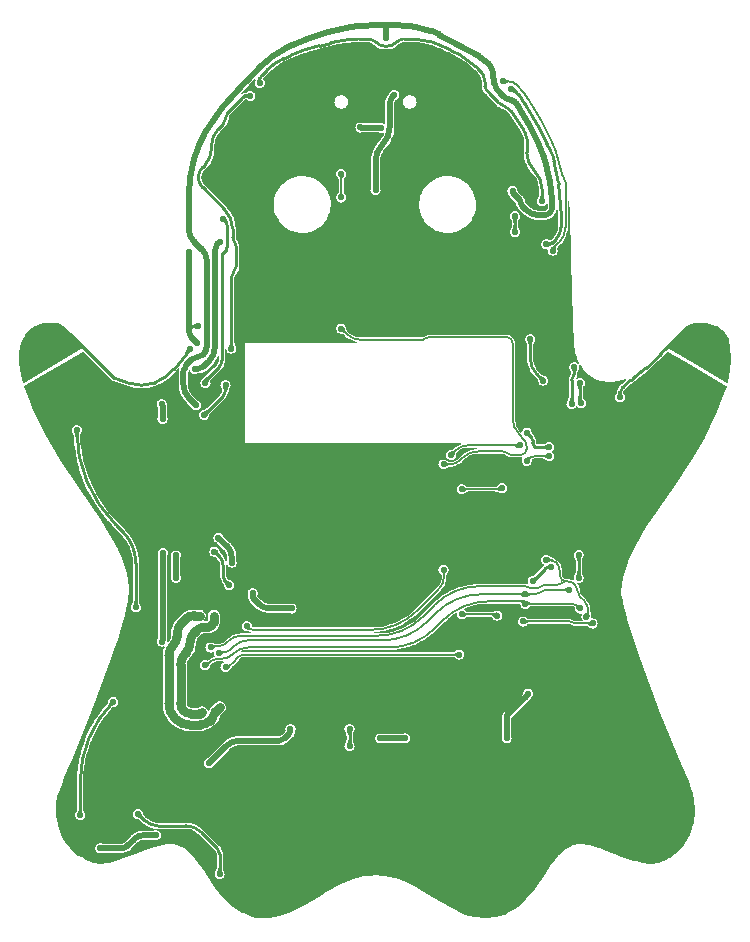
<source format=gbl>
%TF.GenerationSoftware,KiCad,Pcbnew,(6.0.6)*%
%TF.CreationDate,2022-10-05T22:33:54-05:00*%
%TF.ProjectId,Halloween_Ghost_v1,48616c6c-6f77-4656-956e-5f47686f7374,rev?*%
%TF.SameCoordinates,Original*%
%TF.FileFunction,Copper,L2,Bot*%
%TF.FilePolarity,Positive*%
%FSLAX46Y46*%
G04 Gerber Fmt 4.6, Leading zero omitted, Abs format (unit mm)*
G04 Created by KiCad (PCBNEW (6.0.6)) date 2022-10-05 22:33:54*
%MOMM*%
%LPD*%
G01*
G04 APERTURE LIST*
%TA.AperFunction,ViaPad*%
%ADD10C,0.560000*%
%TD*%
%TA.AperFunction,Conductor*%
%ADD11C,0.508000*%
%TD*%
%TA.AperFunction,Conductor*%
%ADD12C,0.254000*%
%TD*%
%TA.AperFunction,Conductor*%
%ADD13C,0.127000*%
%TD*%
%TA.AperFunction,Conductor*%
%ADD14C,0.762000*%
%TD*%
G04 APERTURE END LIST*
D10*
X134400000Y-122500000D03*
X132100000Y-122600000D03*
X134600000Y-116460500D03*
X134600000Y-115000000D03*
X136600000Y-117200000D03*
X146800000Y-64900000D03*
X140500000Y-97400000D03*
X132100000Y-105800000D03*
X154000000Y-123000000D03*
X133500000Y-58500000D03*
X159400000Y-125200000D03*
X164400000Y-89300000D03*
X140000000Y-58500000D03*
X149700000Y-109300000D03*
X151100000Y-116100000D03*
X160500000Y-116900000D03*
X146300000Y-73900000D03*
X116000000Y-86500000D03*
X132600000Y-98300000D03*
X139500000Y-70600000D03*
X155700000Y-92000000D03*
X139100000Y-104600000D03*
X145600000Y-66300000D03*
X116600000Y-88500000D03*
X148800000Y-114800000D03*
X125400000Y-73200500D03*
X156000000Y-115600000D03*
X122400000Y-125400000D03*
X120700000Y-118700000D03*
X157700000Y-118300000D03*
X127300000Y-70900000D03*
X146800000Y-62900000D03*
X113486771Y-92764678D03*
X132000000Y-109600000D03*
X124100000Y-66100000D03*
X123000000Y-68600000D03*
X133200000Y-105800000D03*
X136803516Y-64826500D03*
X139900000Y-91300000D03*
X156500000Y-109800000D03*
X142500000Y-91300000D03*
X141900000Y-117500000D03*
X110300000Y-90600000D03*
X137000000Y-105700000D03*
X132700000Y-101100000D03*
X123900000Y-114600000D03*
X136800000Y-76500000D03*
X124900000Y-90500000D03*
X150400000Y-97100000D03*
X162100000Y-93300000D03*
X124900000Y-87500000D03*
X149700000Y-101700000D03*
X142200000Y-77500000D03*
X136700000Y-102300000D03*
X136800000Y-78700000D03*
X132600000Y-99700000D03*
X135300000Y-102300000D03*
X135300000Y-60000000D03*
X126620000Y-91920000D03*
X143700000Y-127600000D03*
X150100000Y-77400000D03*
X136600000Y-109700000D03*
X135300000Y-97100000D03*
X136600000Y-71000000D03*
X116400000Y-116500000D03*
X152439511Y-97659394D03*
X152400000Y-112700000D03*
X146200000Y-125700000D03*
X133900000Y-97100000D03*
X121700000Y-117400000D03*
X149300000Y-93100000D03*
X147800000Y-63900000D03*
X128700000Y-128800000D03*
X117800000Y-110100000D03*
X125900000Y-127400000D03*
X140000000Y-122900000D03*
X132500000Y-66600000D03*
X131300000Y-77400000D03*
X146000000Y-70600000D03*
X148800000Y-64900000D03*
X159600000Y-121300000D03*
X141900000Y-102200000D03*
X110700000Y-122500000D03*
X146900000Y-92300000D03*
X149500000Y-69457000D03*
X121300000Y-95600000D03*
X130700000Y-95800000D03*
X133900000Y-102300000D03*
X142100000Y-109700000D03*
X143500000Y-114800000D03*
X138800000Y-122900000D03*
X161571139Y-87071139D03*
X141900000Y-60600000D03*
X121200000Y-112700000D03*
X139800000Y-109700000D03*
X141600000Y-126600000D03*
X136700000Y-97100000D03*
X133800000Y-109700000D03*
X121400000Y-120600000D03*
X131800000Y-76000000D03*
X115400000Y-124000000D03*
X122000000Y-100400000D03*
X152400000Y-89200000D03*
X160600000Y-124000000D03*
X133400000Y-126500000D03*
X112900000Y-119700000D03*
X156600000Y-107700000D03*
X123600000Y-111300000D03*
X124300000Y-106600000D03*
X150100000Y-113800000D03*
X116100000Y-92100000D03*
X130300000Y-60600000D03*
X128100000Y-63300000D03*
X158700000Y-97300000D03*
X138000000Y-98300000D03*
X129400000Y-91900000D03*
X127300000Y-73800000D03*
X140300000Y-103600000D03*
X129500000Y-109700000D03*
X116500000Y-96800000D03*
X138000000Y-101100000D03*
X142200000Y-67100000D03*
X142000000Y-75800000D03*
X155000000Y-96800000D03*
X159000000Y-90400000D03*
X138000000Y-99700000D03*
X131700000Y-60700000D03*
X118500000Y-116500000D03*
X147000000Y-128800000D03*
X133600000Y-91300000D03*
X140000000Y-64500000D03*
X136900000Y-81500000D03*
X147800000Y-106100000D03*
X142000000Y-122100000D03*
X124930500Y-110500000D03*
X131400000Y-64600000D03*
X111600000Y-88300000D03*
X130800000Y-91300000D03*
X135300000Y-58200000D03*
X136700000Y-91300000D03*
X138400000Y-72200000D03*
X148600000Y-71593500D03*
X119900000Y-100300000D03*
X119900000Y-102200000D03*
X149900000Y-82000000D03*
X118200000Y-124000000D03*
X113500000Y-125100000D03*
X148600000Y-72900000D03*
X123613500Y-73758254D03*
X151000000Y-85500000D03*
X121500000Y-84500000D03*
X138400000Y-61300000D03*
X126400000Y-103500000D03*
X122700000Y-117900000D03*
X148400000Y-69457000D03*
X129700000Y-104800000D03*
X137700000Y-56506500D03*
X136800000Y-69400000D03*
X121600000Y-87600000D03*
X123500000Y-98800000D03*
X129600000Y-115000000D03*
X124619707Y-100909081D03*
X150900000Y-70300000D03*
X153400000Y-87500000D03*
X127000000Y-60300000D03*
X151700000Y-101300000D03*
X150100000Y-102500000D03*
X153628861Y-84371139D03*
X122300000Y-88400000D03*
X124100000Y-85900000D03*
X126200000Y-61400000D03*
X124600000Y-82800000D03*
X143200000Y-91800000D03*
X149000000Y-91000000D03*
X142557000Y-101500000D03*
X142557000Y-92600000D03*
X133900000Y-81100000D03*
X125900000Y-106300000D03*
X116500000Y-104700000D03*
X111500000Y-89700000D03*
X111800000Y-122300000D03*
X114600000Y-112700000D03*
X116700000Y-122200000D03*
X123600000Y-127300000D03*
X133900000Y-70000000D03*
X133900000Y-68000000D03*
X122400000Y-85700000D03*
X124400000Y-102800000D03*
X123164340Y-99983346D03*
X123900000Y-71800000D03*
X154200000Y-87400000D03*
X154100000Y-85700000D03*
X154000000Y-100239500D03*
X154000000Y-102200000D03*
X137300000Y-64100000D03*
X135524624Y-64072458D03*
X144100000Y-105300000D03*
X155174340Y-106068660D03*
X149293500Y-105900000D03*
X147100000Y-105400000D03*
X151260043Y-100680904D03*
X154649500Y-105482251D03*
X122833500Y-108100000D03*
X149593500Y-92300000D03*
X151506500Y-91900000D03*
X154106500Y-104800000D03*
X149493500Y-104400000D03*
X122357000Y-109600000D03*
X149493500Y-103600000D03*
X123526077Y-108543000D03*
X153193500Y-103200000D03*
X143900000Y-108700000D03*
X147500000Y-94600000D03*
X144100000Y-94700000D03*
X124100000Y-109766500D03*
X121900000Y-105400000D03*
X123600000Y-113158500D03*
X123100000Y-105400000D03*
X122100000Y-113600000D03*
X118800000Y-100100000D03*
X147900000Y-115800000D03*
X149700000Y-112000000D03*
X118700000Y-107600000D03*
X137200000Y-115800000D03*
X118768663Y-88731337D03*
X139300000Y-115800000D03*
X118693500Y-87493500D03*
X121766500Y-80900000D03*
X121719407Y-82349551D03*
X121000000Y-74600000D03*
X149593500Y-89900000D03*
X151506500Y-91140497D03*
X157500000Y-86906500D03*
X121109465Y-82802113D03*
X147593000Y-60163804D03*
X151793500Y-74500000D03*
X151259976Y-73959448D03*
X148300000Y-60800000D03*
D11*
X135534645Y-64082479D02*
X135524624Y-64072458D01*
X137072210Y-64092500D02*
X135558837Y-64092500D01*
X137099169Y-64100000D02*
X137089593Y-64090424D01*
X135534629Y-64082495D02*
G75*
G03*
X135558837Y-64092500I24171J24195D01*
G01*
X137072216Y-64092471D02*
G75*
G03*
X137089593Y-64090424I5584J27371D01*
G01*
X137300000Y-64100000D02*
X137099169Y-64100000D01*
X121775000Y-74075000D02*
G75*
G02*
X121775000Y-74075000I0J0D01*
G01*
X129471966Y-115428033D02*
X129428033Y-115471966D01*
X127200000Y-116000000D02*
X125900000Y-116000000D01*
X121775000Y-74075000D02*
X121525000Y-73825000D01*
X121525000Y-73825000D02*
X121775000Y-74075000D01*
X129175000Y-115725000D02*
X129125000Y-115775000D01*
X126500000Y-104000000D02*
X126600000Y-104100000D01*
X116375000Y-124325000D02*
X116325000Y-124375000D01*
X147900000Y-114100000D02*
X147900000Y-114300000D01*
X149632321Y-112167677D02*
X149567676Y-112232321D01*
X149499999Y-112299999D02*
X149299999Y-112499999D01*
X140300000Y-126500000D02*
G75*
G02*
X140300000Y-126500000I0J0D01*
G01*
X150100000Y-114463388D02*
G75*
G02*
X150100000Y-114463388I0J0D01*
G01*
X127300000Y-72150000D02*
G75*
G02*
X127300000Y-72150000I0J0D01*
G01*
X135643375Y-70043375D02*
G75*
G02*
X135643375Y-70043375I0J0D01*
G01*
X132500000Y-126500000D02*
G75*
G02*
X132500000Y-126500000I0J0D01*
G01*
X132573500Y-64826500D02*
G75*
G02*
X132573500Y-64826500I0J0D01*
G01*
X127300000Y-69700000D02*
G75*
G02*
X127300000Y-69700000I0J0D01*
G01*
X119604289Y-120700000D02*
G75*
G02*
X119604289Y-120700000I0J0D01*
G01*
X134200000Y-122600000D02*
G75*
G02*
X134300000Y-122500000I100000J0D01*
G01*
X139100000Y-126500000D02*
X140300000Y-126500000D01*
X140300000Y-126500000D02*
X139100000Y-126500000D01*
X150100000Y-114636611D02*
X150100000Y-114463388D01*
X150100000Y-114463388D02*
X150100000Y-114636611D01*
X127300000Y-73250000D02*
X127300000Y-72150000D01*
X127300000Y-72150000D02*
X127300000Y-73250000D01*
X135643375Y-70043375D02*
X135606625Y-70006625D01*
X135606625Y-70006625D02*
X135643375Y-70043375D01*
X131600000Y-126500000D02*
X132500000Y-126500000D01*
X132500000Y-126500000D02*
X131600000Y-126500000D01*
X132573500Y-64826500D02*
X133520500Y-64826500D01*
X133520500Y-64826500D02*
X132573500Y-64826500D01*
X127300000Y-70000000D02*
X127300000Y-69700000D01*
X127300000Y-69700000D02*
X127300000Y-70000000D01*
X119095710Y-120700000D02*
X119604289Y-120700000D01*
X119604289Y-120700000D02*
X119095710Y-120700000D01*
D12*
X150259502Y-91059502D02*
X150299999Y-91099999D01*
X150100000Y-90576625D02*
X150100000Y-90623375D01*
D13*
X128979218Y-108700000D02*
X126734494Y-108700000D01*
X134886288Y-108700000D02*
X130200000Y-108700000D01*
X125100000Y-109000000D02*
X124799999Y-109299999D01*
D12*
X123300000Y-84600000D02*
X122799999Y-85099999D01*
X124220500Y-74022834D02*
X124220500Y-74156666D01*
X124220500Y-73220500D02*
X124220500Y-73800000D01*
X123800000Y-81900000D02*
X123800000Y-83000000D01*
X124105125Y-74494875D02*
X124094875Y-74505125D01*
X123800000Y-83451777D02*
X123800000Y-83648223D01*
X122800000Y-124500000D02*
X123200000Y-124900000D01*
X119671447Y-123200000D02*
X118828553Y-123200000D01*
X111800000Y-119699999D02*
X111800000Y-119940202D01*
X111800000Y-119519847D02*
X111800000Y-119639948D01*
D13*
X131200000Y-106600000D02*
G75*
G02*
X131200000Y-106600000I0J0D01*
G01*
X131000000Y-106600000D02*
X131200000Y-106600000D01*
X131200000Y-106600000D02*
X131000000Y-106600000D01*
D11*
X134400000Y-122500000D02*
X134300000Y-122500000D01*
X138117157Y-122500000D02*
X134400000Y-122500000D01*
D12*
X134600000Y-115000000D02*
X134600000Y-116460500D01*
D11*
X122249986Y-83249986D02*
G75*
G03*
X122500000Y-82646446I-603586J603586D01*
G01*
X122249986Y-83249986D02*
G75*
G03*
X122500000Y-82646446I-603586J603586D01*
G01*
X122500000Y-82646446D02*
G75*
G02*
X122500000Y-82646446I0J0D01*
G01*
X137999988Y-64051471D02*
G75*
G02*
X137400000Y-65500000I-2048488J-29D01*
G01*
X149749997Y-63750001D02*
G75*
G02*
X150417394Y-65066528I-26243797J-14131399D01*
G01*
X126900004Y-104399996D02*
G75*
G03*
X127865685Y-104800000I965696J965696D01*
G01*
X122190239Y-83309792D02*
G75*
G02*
X121730983Y-83500000I-459239J459292D01*
G01*
X120530797Y-84750431D02*
G75*
G02*
X120615382Y-84546147I288903J31D01*
G01*
X124619703Y-100414394D02*
G75*
G03*
X124269910Y-99569910I-1194303J-6D01*
G01*
X137700005Y-55570710D02*
G75*
G02*
X137750000Y-55450000I170695J10D01*
G01*
X131100000Y-56550000D02*
G75*
G02*
X132508801Y-56076168I13458000J-37682200D01*
G01*
X146761397Y-59491151D02*
G75*
G03*
X146350000Y-58650000I-1431497J-178949D01*
G01*
X142191814Y-56196666D02*
G75*
G02*
X142193749Y-56206249I-2214J-5434D01*
G01*
X129729439Y-57120700D02*
G75*
G02*
X131100000Y-56550000I6216661J-12998500D01*
G01*
X138400000Y-55399997D02*
G75*
G02*
X139593522Y-55487928I0J-8144003D01*
G01*
X129600008Y-115150000D02*
G75*
G02*
X129493933Y-115406066I-362108J0D01*
G01*
X149100009Y-70450000D02*
G75*
G03*
X148993933Y-70193933I-362109J0D01*
G01*
X145565844Y-58062283D02*
G75*
G02*
X146350000Y-58650000I-1660144J-3032017D01*
G01*
X151577295Y-71322750D02*
G75*
G03*
X151754545Y-70894753I-427995J427950D01*
G01*
X149206073Y-70706059D02*
G75*
G02*
X149100000Y-70450000I256027J256059D01*
G01*
X128617157Y-115999953D02*
G75*
G03*
X129100000Y-115800000I43J682853D01*
G01*
X120770531Y-84191385D02*
G75*
G03*
X120700000Y-84361749I170369J-170315D01*
G01*
X138199987Y-61499987D02*
G75*
G03*
X138000000Y-61982842I482813J-482813D01*
G01*
X134958711Y-55528358D02*
G75*
G02*
X136850000Y-55400000I1891289J-13869442D01*
G01*
X127198624Y-58801400D02*
G75*
G02*
X129250000Y-57350001I5262276J-5262200D01*
G01*
X121467768Y-66662808D02*
G75*
G02*
X122400000Y-64450000I9609232J-2745492D01*
G01*
X122500010Y-75294974D02*
G75*
G03*
X122150000Y-74450000I-1195010J-26D01*
G01*
X148693457Y-62042764D02*
G75*
G03*
X148569444Y-61891666I-829457J-554336D01*
G01*
X124140389Y-116459628D02*
G75*
G02*
X125250000Y-116000000I1109611J-1109572D01*
G01*
X148399996Y-69528500D02*
G75*
G03*
X148450559Y-69650557I172604J0D01*
G01*
X141558065Y-55941933D02*
G75*
G03*
X140231732Y-55582478I-2184665J-5434367D01*
G01*
X149550001Y-71049999D02*
G75*
G03*
X150636396Y-71500000I1086399J1086399D01*
G01*
X121730983Y-83499999D02*
G75*
G03*
X121271743Y-83690223I17J-649501D01*
G01*
X120999994Y-72734314D02*
G75*
G03*
X121400000Y-73700000I1365706J14D01*
G01*
X132750001Y-56000003D02*
G75*
G02*
X134687107Y-55565394I3513599J-11126297D01*
G01*
X121950000Y-74250000D02*
G75*
G02*
X121950000Y-74250000I0J0D01*
G01*
X150600010Y-65449995D02*
G75*
G02*
X151352283Y-67635276I-9262810J-4410805D01*
G01*
X123765798Y-62464023D02*
G75*
G03*
X122400001Y-64450000I11211302J-9172877D01*
G01*
X147950000Y-61650001D02*
G75*
G03*
X148251212Y-61746203I3969200J11908101D01*
G01*
X147950000Y-61650001D02*
G75*
G02*
X147688196Y-61488196I211800J635401D01*
G01*
X142195281Y-56216689D02*
G75*
G02*
X142193750Y-56206250I3119J5789D01*
G01*
X121399997Y-66899999D02*
G75*
G03*
X121000000Y-69756021I9996003J-2856001D01*
G01*
X151577264Y-71322719D02*
G75*
G02*
X151149298Y-71500000I-427964J427919D01*
G01*
X125804991Y-60195016D02*
G75*
G03*
X123900000Y-62300000I20149609J-20149684D01*
G01*
X151754553Y-70295455D02*
G75*
G03*
X151570153Y-68615695I-7743353J-45D01*
G01*
X120629420Y-84532064D02*
G75*
G03*
X120700000Y-84361749I-170320J170364D01*
G01*
X126400005Y-103829289D02*
G75*
G03*
X126450000Y-103950000I170695J-11D01*
G01*
X148406078Y-61793519D02*
G75*
G02*
X148569444Y-61891666I-115078J-376581D01*
G01*
X136800012Y-66948528D02*
G75*
G02*
X137400000Y-65500000I2048488J28D01*
G01*
X137729289Y-55400026D02*
G75*
G02*
X137750000Y-55450000I11J-29274D01*
G01*
X137870710Y-55400005D02*
G75*
G03*
X137750000Y-55450000I-10J-170695D01*
G01*
X120530775Y-85774701D02*
G75*
G03*
X121065382Y-87065382I1825325J1D01*
G01*
X147049989Y-60800008D02*
G75*
G02*
X146868991Y-60351930I753111J564808D01*
G01*
X147049996Y-60800003D02*
G75*
G03*
X147376776Y-61176776I2814204J2110703D01*
G01*
X149019443Y-62530555D02*
G75*
G02*
X149724710Y-63703035I-11956243J-7990245D01*
G01*
X125250000Y-116000000D02*
X125900000Y-116000000D01*
X121950000Y-74250000D02*
X121775000Y-74075000D01*
X121950000Y-74250000D02*
X121775000Y-74075000D01*
X126450000Y-103950000D02*
X126500000Y-104000000D01*
X137870710Y-55400000D02*
X137729289Y-55400000D01*
X129428033Y-115471966D02*
X129175000Y-115725000D01*
X123207981Y-74450485D02*
G75*
G02*
X123410750Y-73961004I692219J-15D01*
G01*
D12*
X149900008Y-83622182D02*
G75*
G03*
X150450001Y-84949999I1877792J-18D01*
G01*
D11*
X117124264Y-123999986D02*
G75*
G03*
X116400001Y-124300001I36J-1024314D01*
G01*
X122653992Y-83945992D02*
G75*
G03*
X123208000Y-82608525I-1337492J1337492D01*
G01*
X115246446Y-125100019D02*
G75*
G03*
X115850000Y-124850000I-46J853619D01*
G01*
X122312140Y-84287875D02*
G75*
G02*
X121800000Y-84500000I-512140J512175D01*
G01*
X116325000Y-124375000D02*
X115850000Y-124850000D01*
X121000008Y-81365072D02*
G75*
G03*
X121187434Y-81817578I639892J-28D01*
G01*
D12*
X121341421Y-80900009D02*
G75*
G03*
X121100000Y-81000000I-21J-341391D01*
G01*
X121000009Y-81241421D02*
G75*
G02*
X121100000Y-81000000I341391J21D01*
G01*
D11*
X121000052Y-80958578D02*
G75*
G03*
X121100000Y-81000000I58548J-22D01*
G01*
X121000000Y-80958578D02*
X121000000Y-81241421D01*
X147970715Y-113829294D02*
G75*
G03*
X147900000Y-114000000I170685J-170706D01*
G01*
X118731097Y-87531065D02*
G75*
G02*
X118768663Y-87621811I-90797J-90735D01*
G01*
X149664642Y-112135353D02*
G75*
G03*
X149700000Y-112050000I-85342J85353D01*
G01*
X118799995Y-107429289D02*
G75*
G02*
X118750000Y-107550000I-170695J-11D01*
G01*
X149567676Y-112232321D02*
X149499999Y-112299999D01*
X147900000Y-114100000D02*
X147900000Y-114000000D01*
X133218199Y-117518197D02*
G75*
G03*
X132450000Y-117200000I-768199J-768203D01*
G01*
X117849997Y-90450003D02*
G75*
G03*
X117970710Y-90500000I120703J120703D01*
G01*
X156000018Y-122317157D02*
G75*
G03*
X156200000Y-122800000I682782J-43D01*
G01*
X161571061Y-89778861D02*
G75*
G02*
X161821139Y-89528861I250039J-39D01*
G01*
X161571139Y-89278861D02*
G75*
G03*
X161821139Y-89528861I249961J-39D01*
G01*
X146925000Y-128575000D02*
G75*
G03*
X146925000Y-128725000I75000J-75000D01*
G01*
X146775000Y-128575000D02*
G75*
G03*
X146925000Y-128575000I75000J75000D01*
G01*
X131513262Y-64713238D02*
G75*
G03*
X131786659Y-64826500I273438J273438D01*
G01*
X141387867Y-60300014D02*
G75*
G02*
X141749999Y-60450001I33J-512086D01*
G01*
X140900000Y-126500000D02*
G75*
G02*
X140900000Y-126500000I0J0D01*
G01*
X127299989Y-64951972D02*
G75*
G02*
X127336750Y-64863250I125511J-28D01*
G01*
X127336703Y-64863203D02*
G75*
G02*
X127300000Y-64848027I-15203J15203D01*
G01*
X120950000Y-120700000D02*
G75*
G02*
X122571750Y-121371752I0J-2293500D01*
G01*
X123815841Y-110584156D02*
G75*
G02*
X124019016Y-110500000I203159J-203144D01*
G01*
X123815841Y-110584156D02*
G75*
G02*
X124019016Y-110500000I203159J-203144D01*
G01*
X124019016Y-110500000D02*
G75*
G02*
X124019016Y-110500000I0J0D01*
G01*
X118499986Y-118750000D02*
G75*
G03*
X118323223Y-118323223I-603586J0D01*
G01*
X118499920Y-118250000D02*
G75*
G02*
X118323223Y-118323223I-103520J0D01*
G01*
X135226500Y-65103000D02*
G75*
G03*
X134950000Y-64826500I-276500J0D01*
G01*
X135226500Y-65103000D02*
G75*
G02*
X135503000Y-64826500I276500J0D01*
G01*
X156300000Y-95099982D02*
G75*
G03*
X156641421Y-94958578I0J482882D01*
G01*
X122100018Y-107982842D02*
G75*
G02*
X122300000Y-107500000I682782J42D01*
G01*
X126899996Y-69000004D02*
G75*
G03*
X125934314Y-68600000I-965696J-965696D01*
G01*
D12*
X129300013Y-109499987D02*
G75*
G03*
X128817157Y-109300000I-482813J-482813D01*
G01*
D11*
X123935358Y-106964647D02*
G75*
G03*
X123900000Y-107050000I85342J-85353D01*
G01*
X127425472Y-64826489D02*
G75*
G03*
X127336750Y-64863250I28J-125511D01*
G01*
X148740388Y-108840372D02*
G75*
G03*
X149850000Y-109300000I1109612J1109572D01*
G01*
D12*
X115150000Y-121699986D02*
G75*
G02*
X114723223Y-121523223I0J603586D01*
G01*
D11*
X123180786Y-111219233D02*
G75*
G02*
X122754000Y-111396000I-426786J426833D01*
G01*
X123254000Y-111395921D02*
G75*
G02*
X123180776Y-111219223I0J103521D01*
G01*
X118599994Y-120600006D02*
G75*
G02*
X118500000Y-120358578I241406J241406D01*
G01*
X150347482Y-113352507D02*
G75*
G03*
X150100000Y-113950000I597518J-597493D01*
G01*
D12*
X112500002Y-87400002D02*
G75*
G02*
X114672792Y-86500000I2172798J-2172798D01*
G01*
X146000014Y-73387867D02*
G75*
G03*
X146150001Y-73749999I512086J-33D01*
G01*
D11*
X120750018Y-117349982D02*
G75*
G03*
X120700000Y-117370710I-20718J-20718D01*
G01*
X158892893Y-123000003D02*
G75*
G02*
X160100000Y-123500000I7J-1707097D01*
G01*
X136800012Y-61229524D02*
G75*
G02*
X136425569Y-62133479I-1278412J24D01*
G01*
X123687875Y-115412140D02*
G75*
G03*
X123900000Y-114900000I-512175J512140D01*
G01*
X122085256Y-111633913D02*
G75*
G03*
X122323132Y-111059566I-574356J574313D01*
G01*
X122085259Y-111633916D02*
G75*
G02*
X122659566Y-111396000I574341J-574284D01*
G01*
X122323200Y-111059566D02*
G75*
G03*
X122659566Y-111396000I336400J-34D01*
G01*
X149975000Y-115025000D02*
G75*
G03*
X149975000Y-115275000I125000J-125000D01*
G01*
X149975000Y-115025000D02*
G75*
G02*
X149725000Y-115025000I-125000J125002D01*
G01*
X145599994Y-66200000D02*
G75*
G02*
X145670711Y-66029290I241406J0D01*
G01*
X125699747Y-73500253D02*
G75*
G03*
X126423410Y-73800000I723653J723653D01*
G01*
X125191434Y-87208582D02*
G75*
G03*
X125482852Y-86505009I-703634J703582D01*
G01*
X122299987Y-107499987D02*
G75*
G02*
X122782842Y-107300000I482813J-482813D01*
G01*
X145199996Y-66699996D02*
G75*
G02*
X144234314Y-67100000I-965696J965696D01*
G01*
X141550003Y-126549997D02*
G75*
G03*
X141429289Y-126500000I-120703J-120703D01*
G01*
X121499961Y-109593355D02*
G75*
G02*
X121707433Y-109092565I708239J-45D01*
G01*
X134673509Y-64356024D02*
G75*
G02*
X135006176Y-63552872I1135791J24D01*
G01*
X121712125Y-110112139D02*
G75*
G02*
X121500000Y-109600000I512175J512139D01*
G01*
X128407106Y-126500017D02*
G75*
G03*
X128200000Y-127000000I-6J-292883D01*
G01*
X127199998Y-126000002D02*
G75*
G03*
X128407106Y-126500000I1207102J1207102D01*
G01*
X151100007Y-112000000D02*
G75*
G02*
X150675735Y-113024264I-1448507J0D01*
G01*
X151700000Y-112599992D02*
G75*
G03*
X150675736Y-113024265I0J-1448508D01*
G01*
X151100000Y-112000000D02*
G75*
G03*
X151700000Y-112600000I600000J0D01*
G01*
X137587860Y-71987874D02*
G75*
G03*
X138100000Y-72200000I512140J512174D01*
G01*
X138600013Y-122699987D02*
G75*
G03*
X138117157Y-122500000I-482813J-482813D01*
G01*
X121350003Y-120650003D02*
G75*
G02*
X121229289Y-120700000I-120703J120703D01*
G01*
X123558578Y-107299989D02*
G75*
G03*
X123799998Y-107199998I22J341389D01*
G01*
X149500000Y-101700000D02*
G75*
G02*
X149300000Y-101500000I0J200000D01*
G01*
X136275000Y-70675000D02*
G75*
G02*
X136275000Y-70675000I0J0D01*
G01*
X132100000Y-64826500D02*
G75*
G02*
X132100000Y-64826500I0J0D01*
G01*
X117800000Y-90100000D02*
G75*
G03*
X117500000Y-89800000I-300000J0D01*
G01*
X117850018Y-90449982D02*
G75*
G03*
X117800000Y-90470710I-20718J-20718D01*
G01*
X117849997Y-90450003D02*
G75*
G02*
X117800000Y-90329289I120703J120703D01*
G01*
X149250003Y-93249997D02*
G75*
G02*
X149300000Y-93370710I-120703J-120703D01*
G01*
X124299992Y-88099992D02*
G75*
G03*
X123700000Y-89548528I1448508J-1448508D01*
G01*
X118600036Y-120599964D02*
G75*
G02*
X118558578Y-120700000I-41436J-41436D01*
G01*
X118599994Y-120600006D02*
G75*
G03*
X118841421Y-120700000I241406J241406D01*
G01*
X121924434Y-108566021D02*
G75*
G03*
X121940764Y-108559235I-34J23121D01*
G01*
X125504910Y-82095057D02*
G75*
G02*
X125558219Y-82072999I53290J-53343D01*
G01*
X122100008Y-108282620D02*
G75*
G02*
X122017000Y-108483000I-283408J20D01*
G01*
X149252512Y-114799995D02*
G75*
G02*
X149675000Y-114975000I-12J-597505D01*
G01*
X118150007Y-118149993D02*
G75*
G02*
X117800000Y-117305025I844993J844993D01*
G01*
X150852517Y-109652507D02*
G75*
G02*
X151100000Y-110250000I-597517J-597493D01*
G01*
X154950000Y-107699999D02*
G75*
G03*
X153328248Y-108371751I0J-2293501D01*
G01*
X136800018Y-60982842D02*
G75*
G02*
X137000000Y-60500000I682782J42D01*
G01*
X150782845Y-109582839D02*
G75*
G03*
X150100000Y-109300000I-682845J-682861D01*
G01*
X150100000Y-109300000D02*
G75*
G02*
X150100000Y-109300000I0J0D01*
G01*
X150782845Y-109582839D02*
G75*
G03*
X150100000Y-109300000I-682845J-682861D01*
G01*
X156200006Y-95199994D02*
G75*
G03*
X155958578Y-95100000I-241406J-241406D01*
G01*
X156241421Y-95100052D02*
G75*
G03*
X156200000Y-95200000I-21J-58548D01*
G01*
X161571114Y-89778861D02*
G75*
G02*
X161394361Y-90205636I-603514J-39D01*
G01*
X149150007Y-69106993D02*
G75*
G02*
X148800000Y-68262025I844993J844993D01*
G01*
X124500001Y-112836396D02*
G75*
G03*
X124050000Y-111750000I-1536401J-4D01*
G01*
X121914831Y-108725566D02*
G75*
G02*
X121802037Y-108997962I-385231J-34D01*
G01*
X148436396Y-93200001D02*
G75*
G02*
X147350000Y-92750000I4J1536401D01*
G01*
X134132027Y-64967870D02*
G75*
G03*
X134073500Y-64826500I-58527J58570D01*
G01*
X134132087Y-64967930D02*
G75*
G02*
X134473500Y-64826500I341413J-341370D01*
G01*
X156117157Y-122999896D02*
G75*
G03*
X156199999Y-122800001I43J117096D01*
G01*
X156682842Y-122999982D02*
G75*
G02*
X156200000Y-122800000I-42J682782D01*
G01*
X118045986Y-105653986D02*
G75*
G03*
X118092000Y-105542946I-111086J111086D01*
G01*
X118750000Y-119000000D02*
G75*
G03*
X118500000Y-119250000I0J-250000D01*
G01*
X118750000Y-119000000D02*
G75*
G02*
X118500000Y-118750000I0J250000D01*
G01*
X124500014Y-113575735D02*
G75*
G02*
X124199999Y-114299999I-1024314J35D01*
G01*
X127300000Y-69550000D02*
G75*
G02*
X127300000Y-69550000I0J0D01*
G01*
X126027001Y-82073000D02*
G75*
G03*
X126880553Y-81719445I-1J1207100D01*
G01*
X128700011Y-128150000D02*
G75*
G03*
X128240380Y-127040380I-1569211J0D01*
G01*
X118092010Y-101298475D02*
G75*
G03*
X117946000Y-100946000I-498510J-25D01*
G01*
X152350003Y-112649997D02*
G75*
G03*
X152229289Y-112600000I-120703J-120703D01*
G01*
X156200006Y-95199994D02*
G75*
G02*
X156300000Y-95441421I-241406J-241406D01*
G01*
X121199968Y-112609566D02*
G75*
G02*
X121263946Y-112455185I218332J-34D01*
G01*
X135226497Y-69114908D02*
G75*
G03*
X135588250Y-69988250I1235103J8D01*
G01*
X156100033Y-107500033D02*
G75*
G02*
X155617157Y-107700000I-482833J482933D01*
G01*
X156099927Y-107499927D02*
G75*
G03*
X156182842Y-107700000I82873J-82873D01*
G01*
X125482822Y-82148366D02*
G75*
G02*
X125504926Y-82095073I75378J-34D01*
G01*
X134200000Y-124500000D02*
G75*
G02*
X134200000Y-124500000I0J0D01*
G01*
X127300000Y-71500000D02*
G75*
G02*
X127300000Y-71500000I0J0D01*
G01*
X146750003Y-62849997D02*
G75*
G03*
X146629289Y-62800000I-120703J-120703D01*
G01*
X132950000Y-126500000D02*
G75*
G02*
X132950000Y-126500000I0J0D01*
G01*
X147800003Y-107000000D02*
G75*
G03*
X148436397Y-108536395I2172797J0D01*
G01*
D12*
X131549991Y-60849991D02*
G75*
G03*
X131400000Y-61212132I362109J-362109D01*
G01*
X125118029Y-109781908D02*
G75*
G03*
X124930500Y-110234750I452871J-452792D01*
G01*
D11*
X152325004Y-123175004D02*
G75*
G02*
X152747487Y-123000000I422496J-422496D01*
G01*
X152325004Y-123175004D02*
G75*
G02*
X152747487Y-123000000I422496J-422496D01*
G01*
X152747487Y-123000000D02*
G75*
G02*
X152747487Y-123000000I0J0D01*
G01*
X151625011Y-122824989D02*
G75*
G02*
X151100000Y-121557537I1267489J1267489D01*
G01*
X126913499Y-81686498D02*
G75*
G03*
X127300000Y-80753407I-933099J933098D01*
G01*
X149300000Y-96000000D02*
G75*
G02*
X150200000Y-95100000I900000J0D01*
G01*
X150200000Y-95100000D02*
G75*
G02*
X149300000Y-94200000I0J900000D01*
G01*
X149300000Y-94200000D02*
G75*
G02*
X149300000Y-94200000I0J0D01*
G01*
X124187867Y-68599922D02*
G75*
G03*
X124250000Y-68450000I33J87822D01*
G01*
X124612132Y-68599986D02*
G75*
G02*
X124250001Y-68449999I-32J512086D01*
G01*
X123700000Y-89900000D02*
G75*
G02*
X123100000Y-90500000I-600000J0D01*
G01*
X123700000Y-89900000D02*
G75*
G03*
X124300000Y-90500000I600000J0D01*
G01*
X120550009Y-118850009D02*
G75*
G02*
X120187867Y-119000000I-362109J362109D01*
G01*
X151100009Y-116550000D02*
G75*
G03*
X150993933Y-116293933I-362109J0D01*
G01*
X150993972Y-116293894D02*
G75*
G03*
X151100000Y-116250000I43928J43894D01*
G01*
X140000001Y-64050000D02*
G75*
G02*
X140318198Y-63281801I1086399J0D01*
G01*
D12*
X145999982Y-66982842D02*
G75*
G03*
X145800000Y-66500000I-682782J42D01*
G01*
D11*
X123864642Y-107135353D02*
G75*
G03*
X123900000Y-107050000I-85342J85353D01*
G01*
X134199995Y-125300000D02*
G75*
G02*
X133917157Y-125982842I-965695J0D01*
G01*
X117946007Y-100945993D02*
G75*
G02*
X117800000Y-100593524I352493J352493D01*
G01*
X137482842Y-60300018D02*
G75*
G03*
X137000000Y-60500000I-42J-682782D01*
G01*
X134673500Y-64626500D02*
G75*
G02*
X134473500Y-64826500I-200000J0D01*
G01*
X134673500Y-64626500D02*
G75*
G03*
X134873500Y-64826500I200000J0D01*
G01*
X118045986Y-105653986D02*
G75*
G02*
X117934946Y-105700000I-111086J111086D01*
G01*
X117900000Y-105700000D02*
G75*
G03*
X117800000Y-105800000I0J-100000D01*
G01*
D12*
X117800000Y-115850000D02*
G75*
G02*
X117150000Y-116500000I-650000J0D01*
G01*
D11*
X117800000Y-117150000D02*
G75*
G03*
X117150000Y-116500000I-650000J0D01*
G01*
X140399996Y-63199996D02*
G75*
G03*
X140800000Y-62234314I-965696J965696D01*
G01*
X141365685Y-62799994D02*
G75*
G03*
X140400000Y-63200000I15J-1365706D01*
G01*
X141365685Y-62800000D02*
G75*
G02*
X140800000Y-62234314I15J565700D01*
G01*
X121924434Y-108566068D02*
G75*
G03*
X121914868Y-108575566I-34J-9532D01*
G01*
X133550011Y-117849989D02*
G75*
G02*
X134200000Y-119419238I-1569211J-1569211D01*
G01*
X150100000Y-114050000D02*
G75*
G02*
X150100000Y-114050000I0J0D01*
G01*
X127300009Y-69550000D02*
G75*
G03*
X127193933Y-69293933I-362109J0D01*
G01*
X150100009Y-114723223D02*
G75*
G02*
X149975000Y-115025000I-426809J23D01*
G01*
X122323153Y-111059566D02*
G75*
G03*
X122085237Y-110485237I-812253J-34D01*
G01*
X145774994Y-127575006D02*
G75*
G03*
X143179720Y-126500000I-2595294J-2595294D01*
G01*
X120650000Y-120700000D02*
G75*
G02*
X120650000Y-120700000I0J0D01*
G01*
X140700006Y-60399994D02*
G75*
G03*
X140458578Y-60300000I-241406J-241406D01*
G01*
X140741421Y-60300052D02*
G75*
G03*
X140700000Y-60400000I-21J-58548D01*
G01*
X149250003Y-93249997D02*
G75*
G03*
X149129289Y-93200000I-120703J-120703D01*
G01*
X124100014Y-68087867D02*
G75*
G03*
X124250001Y-68449999I512086J-33D01*
G01*
X127582839Y-63817154D02*
G75*
G03*
X127300000Y-64500000I682861J-682846D01*
G01*
X116399995Y-119992893D02*
G75*
G02*
X115899998Y-121199998I-1707095J-7D01*
G01*
X117107106Y-120700002D02*
G75*
G03*
X115899999Y-121199999I-6J-1707098D01*
G01*
D12*
X116400000Y-119992893D02*
G75*
G03*
X117107106Y-120700000I707100J-7D01*
G01*
X125265248Y-109634748D02*
G75*
G02*
X126073407Y-109300000I808152J-808152D01*
G01*
D11*
X114160660Y-89800016D02*
G75*
G02*
X112350000Y-89050000I40J2560716D01*
G01*
X140799991Y-60641421D02*
G75*
G03*
X140700000Y-60400000I-341391J21D01*
G01*
X164285559Y-89414420D02*
G75*
G02*
X164009309Y-89528861I-276259J276220D01*
G01*
X151975000Y-123175000D02*
G75*
G02*
X151975000Y-123525000I-175000J-175000D01*
G01*
X152325000Y-123175000D02*
G75*
G02*
X151975000Y-123175000I-175000J175001D01*
G01*
X156100033Y-107500033D02*
G75*
G03*
X156300000Y-107017157I-482933J482833D01*
G01*
X140000000Y-60000000D02*
G75*
G02*
X139700000Y-60300000I-300000J0D01*
G01*
X140000000Y-60000000D02*
G75*
G03*
X140300000Y-60300000I300000J0D01*
G01*
X151100007Y-110950000D02*
G75*
G02*
X151347487Y-110352512I844993J0D01*
G01*
X151100044Y-110250000D02*
G75*
G03*
X151347487Y-110352512I144956J0D01*
G01*
X120870710Y-117399995D02*
G75*
G02*
X120750000Y-117350000I-10J170695D01*
G01*
D12*
X115576786Y-121523233D02*
G75*
G02*
X115150000Y-121700000I-426786J426833D01*
G01*
D11*
X115400000Y-121950000D02*
G75*
G03*
X115150000Y-121700000I-250000J0D01*
G01*
X115576788Y-121523235D02*
G75*
G03*
X115400000Y-121950000I426712J-426765D01*
G01*
X123551995Y-111347995D02*
G75*
G02*
X123436117Y-111396000I-115895J115895D01*
G01*
X161571139Y-89278861D02*
X161571139Y-89778861D01*
X146925000Y-128725000D02*
X146775000Y-128575000D01*
X140300000Y-126500000D02*
X140900000Y-126500000D01*
X140300000Y-126500000D02*
X140900000Y-126500000D01*
X127300000Y-64848027D02*
X127300000Y-64951972D01*
X118500000Y-118750000D02*
X118500000Y-118250000D01*
X135503000Y-64826500D02*
X134950000Y-64826500D01*
X122754000Y-111396000D02*
X123254000Y-111396000D01*
X149975000Y-115275000D02*
X149725000Y-115025000D01*
X128200000Y-127000000D02*
X127200000Y-126000000D01*
X135643375Y-70043375D02*
X136275000Y-70675000D01*
X135643375Y-70043375D02*
X136275000Y-70675000D01*
X132100000Y-64826500D02*
X132573500Y-64826500D01*
X132100000Y-64826500D02*
X132573500Y-64826500D01*
X117800000Y-90470710D02*
X117800000Y-90329289D01*
X118841421Y-120700000D02*
X118558578Y-120700000D01*
X155958578Y-95100000D02*
X156241421Y-95100000D01*
X134073500Y-64826500D02*
X134473500Y-64826500D01*
X156682842Y-123000000D02*
X156117157Y-123000000D01*
X118500000Y-118750000D02*
X118500000Y-119250000D01*
X127300000Y-69550000D02*
X127300000Y-69700000D01*
X127300000Y-69550000D02*
X127300000Y-69700000D01*
X156182842Y-107700000D02*
X155617157Y-107700000D01*
X134200000Y-124500000D02*
X134200000Y-125300000D01*
X134200000Y-124500000D02*
X134200000Y-125300000D01*
X127300000Y-72150000D02*
X127300000Y-71500000D01*
X127300000Y-72150000D02*
X127300000Y-71500000D01*
X132500000Y-126500000D02*
X132950000Y-126500000D01*
X132500000Y-126500000D02*
X132950000Y-126500000D01*
X149300000Y-94200000D02*
X149300000Y-96000000D01*
X124612132Y-68600000D02*
X124187867Y-68600000D01*
X123100000Y-90500000D02*
X124300000Y-90500000D01*
X151100000Y-116250000D02*
X151100000Y-116550000D01*
X134873500Y-64826500D02*
X134473500Y-64826500D01*
X117800000Y-115850000D02*
X117800000Y-117150000D01*
X150100000Y-114463388D02*
X150100000Y-114050000D01*
X150100000Y-114463388D02*
X150100000Y-114050000D01*
X120650000Y-120700000D02*
X119604289Y-120700000D01*
X120650000Y-120700000D02*
X119604289Y-120700000D01*
X140458578Y-60300000D02*
X140741421Y-60300000D01*
X151975000Y-123525000D02*
X152325000Y-123175000D01*
X140300000Y-60300000D02*
X139700000Y-60300000D01*
X151100000Y-110250000D02*
X151100000Y-110950000D01*
D12*
X151758496Y-66343059D02*
G75*
G03*
X151550000Y-65900000I-1176896J-283241D01*
G01*
X151428638Y-73959470D02*
G75*
G03*
X151508847Y-73926223I-38J113470D01*
G01*
X150465143Y-63791261D02*
G75*
G03*
X149399999Y-61970786I-12819843J-6278939D01*
G01*
X152499992Y-71136725D02*
G75*
G03*
X152299999Y-68881007I-12820792J25D01*
G01*
X152103510Y-73496510D02*
G75*
G03*
X152500000Y-72539264I-957210J957210D01*
G01*
X152250384Y-68603417D02*
G75*
G03*
X151900000Y-66931007I-28362984J-5069383D01*
G01*
X151589057Y-73892961D02*
G75*
G03*
X151508849Y-73926225I43J-113439D01*
G01*
X148965421Y-61340074D02*
G75*
G03*
X148550000Y-60950000I-1107221J-762926D01*
G01*
X151290039Y-65475481D02*
G75*
G03*
X151550000Y-65900000I2380661J1165981D01*
G01*
X151765295Y-73834674D02*
G75*
G02*
X151624536Y-73893000I-140795J140774D01*
G01*
D13*
X152890493Y-68695914D02*
G75*
G03*
X152745249Y-68345251I-495893J14D01*
G01*
X150896492Y-63592973D02*
G75*
G03*
X149749999Y-61700000I-12244392J-6122227D01*
G01*
X148781902Y-60481902D02*
G75*
G02*
X149363386Y-61164690I-3969902J-3969898D01*
G01*
X152890464Y-72486053D02*
G75*
G02*
X152341998Y-73810248I-1872664J-47D01*
G01*
X152554487Y-67999690D02*
G75*
G03*
X152745251Y-68345249I694013J157690D01*
G01*
X151843453Y-74308824D02*
G75*
G03*
X151793500Y-74429375I120547J-120576D01*
G01*
X151595529Y-64991036D02*
G75*
G02*
X152350000Y-67100000I-8361629J-4180764D01*
G01*
X148771687Y-60471671D02*
G75*
G03*
X148028402Y-60163804I-743287J-743329D01*
G01*
D12*
X118130102Y-85670867D02*
G75*
G03*
X119000000Y-85200000I-1151102J3165567D01*
G01*
X117989430Y-85722022D02*
G75*
G02*
X116979214Y-85900000I-1010230J2778122D01*
G01*
X115965542Y-85731828D02*
G75*
G03*
X116979214Y-85900000I1013658J2970828D01*
G01*
X119715848Y-84512392D02*
G75*
G02*
X119000000Y-85200000I-3167148J2580792D01*
G01*
X114689806Y-85299998D02*
G75*
G02*
X114672405Y-85292792I-6J24598D01*
G01*
X114709645Y-85303296D02*
G75*
G03*
X114689806Y-85300000I-19845J-58104D01*
G01*
X111339806Y-82199983D02*
G75*
G02*
X111749181Y-82369568I-6J-578917D01*
G01*
X110949991Y-82349991D02*
G75*
G02*
X111312132Y-82200000I362109J-362109D01*
G01*
X159692465Y-84430982D02*
G75*
G02*
X158649999Y-85299999I-7084365J7438582D01*
G01*
X150369132Y-91140484D02*
G75*
G02*
X150320248Y-91120248I-32J69084D01*
G01*
X150170714Y-90970706D02*
G75*
G02*
X150100000Y-90800000I170686J170706D01*
G01*
X157714408Y-86085547D02*
G75*
G03*
X157500000Y-86603250I517692J-517653D01*
G01*
X160966190Y-83217917D02*
G75*
G02*
X161650000Y-82600001I12133310J-12739883D01*
G01*
X157799999Y-85999999D02*
G75*
G02*
X158443117Y-85450459I3823501J-3823501D01*
G01*
X162460977Y-82299976D02*
G75*
G03*
X161650000Y-82600000I23J-1246124D01*
G01*
X150100031Y-90553250D02*
G75*
G03*
X149996232Y-90302732I-354331J-50D01*
G01*
X150299999Y-91099999D02*
X150320248Y-91120248D01*
X150100000Y-90623375D02*
X150100000Y-90800000D01*
D14*
X120299993Y-109565685D02*
G75*
G02*
X120699999Y-108599999I1365707J-15D01*
G01*
X123100015Y-105914738D02*
G75*
G02*
X122968999Y-106230999I-447315J38D01*
G01*
X122652738Y-106362015D02*
G75*
G03*
X122968999Y-106230999I-38J447315D01*
G01*
X122050003Y-113650003D02*
G75*
G02*
X121929289Y-113700000I-120703J120703D01*
G01*
X121619801Y-106680197D02*
G75*
G02*
X122388000Y-106362000I768199J-768203D01*
G01*
X120550014Y-113449986D02*
G75*
G03*
X121153553Y-113700000I603586J603586D01*
G01*
X120549984Y-113450016D02*
G75*
G02*
X120300000Y-112846446I603516J603516D01*
G01*
X121453555Y-106846448D02*
G75*
G03*
X121100000Y-107700000I853545J-853552D01*
G01*
X121100001Y-107700000D02*
G75*
G02*
X120746446Y-108553553I-1207101J0D01*
G01*
X120681801Y-105718197D02*
G75*
G02*
X121450000Y-105400000I768199J-768203D01*
G01*
X119649993Y-107949993D02*
G75*
G03*
X120000000Y-107105025I-844993J844993D01*
G01*
X122749231Y-114311231D02*
G75*
G02*
X121902418Y-114662000I-846831J846831D01*
G01*
X119299990Y-108794974D02*
G75*
G02*
X119650000Y-107950000I1195010J-26D01*
G01*
X119830965Y-114131035D02*
G75*
G03*
X121112947Y-114662000I1281935J1282035D01*
G01*
X123099986Y-113809486D02*
G75*
G02*
X123206763Y-113551736I364514J-14D01*
G01*
X123099993Y-113809486D02*
G75*
G02*
X122993235Y-114067235I-364493J-14D01*
G01*
X119830986Y-114131014D02*
G75*
G02*
X119300000Y-112849052I1281914J1281914D01*
G01*
X120424270Y-105975741D02*
G75*
G03*
X120000000Y-107000000I1024230J-1024259D01*
G01*
D13*
X125249991Y-108849991D02*
G75*
G02*
X125612132Y-108700000I362109J-362109D01*
G01*
X124216750Y-109766522D02*
G75*
G03*
X124416053Y-109683944I-50J281922D01*
G01*
X147450003Y-94650003D02*
G75*
G02*
X147329289Y-94700000I-120703J120703D01*
G01*
X125100000Y-109000000D02*
X125250000Y-108850000D01*
X128979218Y-108700000D02*
X130200000Y-108700000D01*
X145753963Y-103599988D02*
G75*
G03*
X141906206Y-105193792I37J-5441612D01*
G01*
X126007106Y-107500002D02*
G75*
G03*
X124799999Y-107999999I-6J-1707098D01*
G01*
X150800033Y-103400033D02*
G75*
G02*
X150317157Y-103600000I-482833J482933D01*
G01*
X124558401Y-108241560D02*
G75*
G02*
X123934538Y-108500000I-623901J623860D01*
G01*
X123547587Y-108521510D02*
G75*
G02*
X123599482Y-108500000I51913J-51890D01*
G01*
X137346036Y-107500010D02*
G75*
G03*
X141193792Y-105906207I-36J5441610D01*
G01*
X150799987Y-103399987D02*
G75*
G02*
X151282842Y-103200000I482813J-482813D01*
G01*
X123663500Y-109086510D02*
G75*
G03*
X124773119Y-108626880I0J1569210D01*
G01*
X149700006Y-104299994D02*
G75*
G03*
X149458578Y-104200000I-241406J-241406D01*
G01*
X149658578Y-104399948D02*
G75*
G03*
X149700000Y-104300000I22J58548D01*
G01*
X149941421Y-104399991D02*
G75*
G02*
X149700000Y-104300000I-21J341391D01*
G01*
X142506215Y-105793801D02*
G75*
G02*
X146353963Y-104200000I3847785J-3847799D01*
G01*
X124806761Y-108593261D02*
G75*
G02*
X125997560Y-108100000I1190839J-1190839D01*
G01*
X122756750Y-109343250D02*
G75*
G02*
X123376599Y-109086500I619850J-619850D01*
G01*
X122428500Y-109600004D02*
G75*
G03*
X122550558Y-109549441I0J172604D01*
G01*
X153423657Y-104400018D02*
G75*
G02*
X153906500Y-104600000I43J-682782D01*
G01*
X137946036Y-108100010D02*
G75*
G03*
X141793792Y-106506207I-36J5441610D01*
G01*
X149941421Y-104400000D02*
X149658578Y-104400000D01*
X140793785Y-105506199D02*
G75*
G02*
X136946036Y-107100000I-3847785J3847799D01*
G01*
X149700006Y-102999994D02*
G75*
G03*
X149458578Y-102900000I-241406J-241406D01*
G01*
X151554786Y-100680921D02*
G75*
G02*
X152057944Y-100889320I14J-711579D01*
G01*
X150276342Y-91900018D02*
G75*
G03*
X149793500Y-92100000I-42J-682782D01*
G01*
X153899989Y-103300000D02*
G75*
G03*
X153687867Y-102787867I-724289J0D01*
G01*
X150787567Y-102950015D02*
G75*
G02*
X151149684Y-102800000I362133J-362085D01*
G01*
X153900011Y-103300000D02*
G75*
G03*
X154112132Y-103812132I724289J0D01*
G01*
X154505916Y-104205946D02*
G75*
G02*
X154800000Y-104915875I-709916J-709954D01*
G01*
X145653963Y-102899960D02*
G75*
G03*
X141806208Y-104493793I37J-5441540D01*
G01*
X124241691Y-107658272D02*
G75*
G02*
X123416750Y-108000000I-824991J824972D01*
G01*
X125436396Y-107099999D02*
G75*
G03*
X124350000Y-107550000I4J-1536401D01*
G01*
X153647492Y-102747482D02*
G75*
G03*
X153050000Y-102500000I-597492J-597518D01*
G01*
X152550000Y-102650000D02*
G75*
G03*
X152550000Y-102350000I-150000J150000D01*
G01*
X152549991Y-102649991D02*
G75*
G02*
X152912132Y-102500000I362109J-362109D01*
G01*
X152549991Y-102350009D02*
G75*
G03*
X152912132Y-102500000I362109J362109D01*
G01*
X149941421Y-103099991D02*
G75*
G02*
X149700000Y-103000000I-21J341391D01*
G01*
X122883497Y-108049997D02*
G75*
G02*
X123004210Y-108000000I120703J-120703D01*
G01*
X152399992Y-101620615D02*
G75*
G03*
X152124765Y-100956139I-939692J15D01*
G01*
X152549991Y-102350009D02*
G75*
G02*
X152400000Y-101987867I362109J362109D01*
G01*
X154800027Y-105225331D02*
G75*
G02*
X154724749Y-105407000I-256927J31D01*
G01*
X152550009Y-102650009D02*
G75*
G02*
X152187867Y-102800000I-362109J362109D01*
G01*
X150787535Y-102949983D02*
G75*
G02*
X150425419Y-103100000I-362135J362083D01*
G01*
X147050003Y-105349997D02*
G75*
G03*
X146929289Y-105300000I-120703J-120703D01*
G01*
X153687920Y-106068633D02*
G75*
G02*
X153484331Y-105984329I-20J287933D01*
G01*
X153280739Y-105899967D02*
G75*
G02*
X153484329Y-105984331I-39J-287933D01*
G01*
D12*
X154149997Y-87350003D02*
G75*
G02*
X154100000Y-87229289I120703J120703D01*
G01*
X123900023Y-101946446D02*
G75*
G03*
X124150001Y-102549999I853477J-54D01*
G01*
X122470715Y-85429294D02*
G75*
G03*
X122400000Y-85600000I170685J-170706D01*
G01*
X123224284Y-100043270D02*
G75*
G03*
X123240497Y-100050000I16216J16170D01*
G01*
X123549986Y-84349986D02*
G75*
G03*
X123800000Y-83746446I-603586J603586D01*
G01*
X124110255Y-74489755D02*
G75*
G03*
X124220500Y-74223582I-266155J266155D01*
G01*
X123256712Y-100056726D02*
G75*
G03*
X123240497Y-100050000I-16212J-16174D01*
G01*
X123800009Y-74941421D02*
G75*
G02*
X123900000Y-74700000I341391J21D01*
G01*
X123575006Y-100374994D02*
G75*
G02*
X123900000Y-101159619I-784606J-784606D01*
G01*
X124220488Y-72347127D02*
G75*
G03*
X124060250Y-71960250I-547088J27D01*
G01*
X124220500Y-74022834D02*
X124220500Y-73800000D01*
X124094875Y-74505125D02*
X123900000Y-74700000D01*
X123300000Y-84600000D02*
X123550000Y-84350000D01*
X123800000Y-83000000D02*
X123800000Y-83451777D01*
X123400013Y-125099987D02*
G75*
G02*
X123600000Y-125582842I-482813J-482813D01*
G01*
X118407106Y-123199997D02*
G75*
G02*
X117200000Y-122700000I-6J1707097D01*
G01*
X120750000Y-123200012D02*
G75*
G02*
X122030330Y-123730330I0J-1810688D01*
G01*
X120750000Y-123200000D02*
X119671447Y-123200000D01*
X123400000Y-125100000D02*
X123200000Y-124900000D01*
X111800000Y-119699999D02*
X111800000Y-119639948D01*
D13*
X147950009Y-91649991D02*
G75*
G03*
X147587867Y-91500000I-362109J-362109D01*
G01*
X134371763Y-81571737D02*
G75*
G03*
X135510655Y-82043500I1138937J1138937D01*
G01*
X148250009Y-81949991D02*
G75*
G02*
X148400000Y-82312132I-362109J-362109D01*
G01*
X141078244Y-81921744D02*
G75*
G02*
X140784319Y-82043500I-293944J293944D01*
G01*
X148999992Y-90100008D02*
G75*
G02*
X148400000Y-88651471I1448508J1448508D01*
G01*
X142600005Y-102121500D02*
G75*
G02*
X142190937Y-103109060I-1396605J0D01*
G01*
X126049991Y-106450009D02*
G75*
G03*
X126412132Y-106600000I362109J362109D01*
G01*
X136446036Y-106600010D02*
G75*
G03*
X140293792Y-105006207I-36J5441610D01*
G01*
X147949991Y-91650009D02*
G75*
G03*
X148312132Y-91800000I362109J362109D01*
G01*
X149317160Y-90417154D02*
G75*
G02*
X149600000Y-91100000I-682860J-682846D01*
G01*
X131300000Y-106600000D02*
G75*
G02*
X131300000Y-106600000I0J0D01*
G01*
X143078500Y-92600002D02*
G75*
G03*
X143968755Y-92231242I0J1259002D01*
G01*
X142578502Y-101521498D02*
G75*
G02*
X142600000Y-101573405I-51902J-51902D01*
G01*
X148250009Y-81949991D02*
G75*
G03*
X147887867Y-81800000I-362109J-362109D01*
G01*
X149450009Y-91650009D02*
G75*
G02*
X149087867Y-91800000I-362109J362109D01*
G01*
X141078256Y-81921756D02*
G75*
G02*
X141372180Y-81800000I293944J-293944D01*
G01*
X149599986Y-91287867D02*
G75*
G02*
X149449999Y-91649999I-512086J-33D01*
G01*
X145477817Y-91500008D02*
G75*
G03*
X144150001Y-92050001I-17J-1877792D01*
G01*
X131300000Y-106600000D02*
X131200000Y-106600000D01*
X131300000Y-106600000D02*
X131200000Y-106600000D01*
X144565685Y-90999994D02*
G75*
G03*
X143600000Y-91400000I15J-1365706D01*
G01*
D12*
X124099988Y-63300000D02*
G75*
G02*
X123887866Y-63812131I-724288J0D01*
G01*
X124849991Y-73750009D02*
G75*
G02*
X124700000Y-73387867I362109J362109D01*
G01*
X123852518Y-86847493D02*
G75*
G03*
X124100000Y-86250000I-597518J597493D01*
G01*
X122899991Y-65922182D02*
G75*
G02*
X122349999Y-67249999I-1877791J-18D01*
G01*
X122153555Y-67446448D02*
G75*
G03*
X121800000Y-68300000I853545J-853552D01*
G01*
X122153554Y-69153552D02*
G75*
G02*
X121800000Y-68300000I853546J853552D01*
G01*
X124800033Y-76300033D02*
G75*
G03*
X125000000Y-75817157I-482933J482833D01*
G01*
X124799987Y-76299987D02*
G75*
G03*
X124600000Y-76782842I482813J-482813D01*
G01*
X125950000Y-61399984D02*
G75*
G03*
X125523223Y-61576776I0J-603516D01*
G01*
X124700000Y-72650000D02*
G75*
G03*
X124028247Y-71028249I-2293500J0D01*
G01*
X124850009Y-73749991D02*
G75*
G02*
X125000000Y-74112132I-362109J-362109D01*
G01*
X124100010Y-63300000D02*
G75*
G02*
X124312132Y-62787867I724290J0D01*
G01*
X122900012Y-65648528D02*
G75*
G02*
X123500000Y-64200000I2048488J28D01*
G01*
X153400023Y-85461829D02*
G75*
G02*
X153514430Y-85185569I390677J29D01*
G01*
X146174999Y-60875001D02*
G75*
G02*
X146419451Y-61130312I-5752799J-5752799D01*
G01*
X147750008Y-62299970D02*
G75*
G02*
X147154033Y-61931670I353992J1239170D01*
G01*
X130800000Y-57500000D02*
G75*
G02*
X132013571Y-57146607I5207500J-15622400D01*
G01*
X146049991Y-60573223D02*
G75*
G03*
X146175000Y-60875000I426809J23D01*
G01*
X143095137Y-57476542D02*
G75*
G03*
X141650000Y-56850000I-4300337J-7938958D01*
G01*
X149500001Y-64599999D02*
G75*
G02*
X149600000Y-65023606I-847201J-423601D01*
G01*
X137624264Y-57200014D02*
G75*
G02*
X136900001Y-56899999I36J1024314D01*
G01*
X127169107Y-59652526D02*
G75*
G03*
X127000000Y-60060829I408293J-408274D01*
G01*
X130800001Y-57500003D02*
G75*
G03*
X129624316Y-57961893I3798799J-11396597D01*
G01*
X139224264Y-56599986D02*
G75*
G03*
X138500001Y-56900001I36J-1024314D01*
G01*
X147749999Y-62300004D02*
G75*
G02*
X148298378Y-62705198I-267199J-935296D01*
G01*
X145424999Y-59025001D02*
G75*
G03*
X144022808Y-57979021I-4295499J-4295499D01*
G01*
X146050005Y-60200000D02*
G75*
G03*
X145661091Y-59261091I-1327805J0D01*
G01*
X136175735Y-56599986D02*
G75*
G02*
X136899999Y-56900001I-35J-1024314D01*
G01*
X150899983Y-69319238D02*
G75*
G03*
X150249999Y-67750001I-2219183J38D01*
G01*
X137775735Y-57200014D02*
G75*
G03*
X138499999Y-56899999I-35J1024314D01*
G01*
X149499999Y-64600001D02*
G75*
G03*
X149278135Y-64212518I-3544599J-1772299D01*
G01*
X153628875Y-84909309D02*
G75*
G02*
X153514429Y-85185568I-390675J9D01*
G01*
X140109430Y-56599990D02*
G75*
G02*
X141650000Y-56850000I-30J-4871710D01*
G01*
X133035828Y-56891044D02*
G75*
G02*
X135400000Y-56600000I2364172J-9456656D01*
G01*
X149600017Y-66180761D02*
G75*
G03*
X150250001Y-67749999I2219183J-39D01*
G01*
X127610824Y-59210824D02*
G75*
G02*
X129007958Y-58242291I3371476J-3371476D01*
G01*
X151500000Y-101299987D02*
G75*
G03*
X151158578Y-101441421I0J-482813D01*
G01*
D11*
X149300000Y-101500000D02*
X149300000Y-96000000D01*
X150100000Y-109300000D02*
X149850000Y-109300000D01*
X140741421Y-60300000D02*
X141387867Y-60300000D01*
X164400000Y-89300000D02*
X164285569Y-89414430D01*
X149129289Y-93200000D02*
X148436396Y-93200000D01*
X156300000Y-95100000D02*
X156241421Y-95100000D01*
X117800000Y-100593524D02*
X117800000Y-90470710D01*
X134073500Y-64826500D02*
X133520500Y-64826500D01*
X126423410Y-73800000D02*
X127300000Y-73800000D01*
X156300000Y-107017157D02*
X156300000Y-95441421D01*
X124200000Y-114300000D02*
X123900000Y-114600000D01*
X146000000Y-70600000D02*
X147500000Y-70600000D01*
X139700000Y-60300000D02*
X137482842Y-60300000D01*
X156682842Y-123000000D02*
X158892893Y-123000000D01*
X150100000Y-113950000D02*
X150100000Y-114050000D01*
X152400000Y-112700000D02*
X152350000Y-112650000D01*
X150100000Y-114636611D02*
X150100000Y-114723223D01*
X148800000Y-114800000D02*
X149252512Y-114800000D01*
X155617157Y-107700000D02*
X154950000Y-107700000D01*
X124900000Y-90500000D02*
X124300000Y-90500000D01*
X117800000Y-105800000D02*
X117800000Y-115850000D01*
X140458578Y-60300000D02*
X140300000Y-60300000D01*
X120700000Y-117370710D02*
X120700000Y-118700000D01*
X123600000Y-111300000D02*
X123552000Y-111348000D01*
X118323223Y-118323223D02*
X118150000Y-118150000D01*
X149700000Y-101700000D02*
X149500000Y-101700000D01*
X146800000Y-64900000D02*
X145670710Y-66029289D01*
X127300000Y-80753407D02*
X127300000Y-73800000D01*
X131400000Y-64600000D02*
X131513250Y-64713250D01*
X117900000Y-105700000D02*
X117934946Y-105700000D01*
X146925000Y-128725000D02*
X147000000Y-128800000D01*
X118841421Y-120700000D02*
X119095710Y-120700000D01*
X156182842Y-107700000D02*
X156600000Y-107700000D01*
X118500000Y-120358578D02*
X118500000Y-119250000D01*
X121940764Y-108559235D02*
X122017000Y-108483000D01*
X128100000Y-63300000D02*
X127582842Y-63817157D01*
X146900000Y-92300000D02*
X147350000Y-92750000D01*
D12*
X145600000Y-66300000D02*
X145800000Y-66500000D01*
D11*
X149300000Y-94200000D02*
X149300000Y-93100000D01*
X133400000Y-126500000D02*
X132950000Y-126500000D01*
X124100000Y-68087867D02*
X124100000Y-66100000D01*
X140000000Y-64050000D02*
X140000000Y-64500000D01*
X123600000Y-111300000D02*
X124050000Y-111750000D01*
X140400000Y-63200000D02*
X140318198Y-63281801D01*
X141900000Y-60600000D02*
X141750000Y-60450000D01*
X123900000Y-114600000D02*
X123900000Y-114900000D01*
X117500000Y-89800000D02*
X114160660Y-89800000D01*
X161821139Y-89528861D02*
X164009309Y-89528861D01*
X134132078Y-64967921D02*
X132500000Y-66600000D01*
X123799999Y-107199999D02*
X123864644Y-107135355D01*
X118558578Y-120700000D02*
X117107106Y-120700000D01*
X118500000Y-116500000D02*
X118500000Y-118250000D01*
X115400000Y-124000000D02*
X115400000Y-121950000D01*
X149150000Y-69107000D02*
X149500000Y-69457000D01*
X124900000Y-87500000D02*
X125191426Y-87208574D01*
X134673500Y-64626500D02*
X134673500Y-64356024D01*
X115899999Y-121199999D02*
X115576776Y-121523223D01*
X117800000Y-117305025D02*
X117800000Y-117150000D01*
D12*
X124930500Y-110234750D02*
X124930500Y-110500000D01*
X114672792Y-86500000D02*
X116000000Y-86500000D01*
D11*
X124019016Y-110500000D02*
X124138033Y-110500000D01*
X124300000Y-106600000D02*
X123935355Y-106964644D01*
X149300000Y-94200000D02*
X149300000Y-93370710D01*
D12*
X146150000Y-73750000D02*
X146300000Y-73900000D01*
D11*
X161571139Y-89278861D02*
X161571139Y-87071139D01*
X127300000Y-71500000D02*
X127300000Y-70000000D01*
X120187867Y-119000000D02*
X118750000Y-119000000D01*
X151100000Y-121557537D02*
X151100000Y-116550000D01*
X143179720Y-126500000D02*
X140900000Y-126500000D01*
X111600000Y-88300000D02*
X112350000Y-89050000D01*
D12*
X116400000Y-119992893D02*
X116400000Y-116500000D01*
D11*
X151700000Y-112600000D02*
X152229289Y-112600000D01*
X122571751Y-121371751D02*
X127200000Y-126000000D01*
X127300000Y-71500000D02*
X127300000Y-70900000D01*
D12*
X129300000Y-109500000D02*
X129500000Y-109700000D01*
D11*
X120550000Y-118850000D02*
X120700000Y-118700000D01*
D13*
X121200000Y-112700000D02*
X121200000Y-112500000D01*
D11*
X138800000Y-122900000D02*
X140000000Y-122900000D01*
X132100000Y-64826500D02*
X131786659Y-64826500D01*
D12*
X131400000Y-64600000D02*
X131400000Y-61212132D01*
X128817157Y-109300000D02*
X126073407Y-109300000D01*
D11*
X123436117Y-111396000D02*
X123254000Y-111396000D01*
X123000000Y-68600000D02*
X124187867Y-68600000D01*
X124300000Y-88100000D02*
X124900000Y-87500000D01*
D12*
X146000000Y-70600000D02*
X146000000Y-66982842D01*
D11*
X136275000Y-70675000D02*
X137587867Y-71987867D01*
X132450000Y-117200000D02*
X132000000Y-117200000D01*
X150100000Y-109300000D02*
X149700000Y-109300000D01*
X145600000Y-66300000D02*
X145200000Y-66700000D01*
X150347487Y-113352512D02*
X150675735Y-113024264D01*
X134200000Y-119419238D02*
X134200000Y-124500000D01*
X123100000Y-90500000D02*
X117970710Y-90500000D01*
X135226500Y-65103000D02*
X135226500Y-69114908D01*
X127193933Y-69293933D02*
X126900000Y-69000000D01*
X161394362Y-90205637D02*
X156641421Y-94958578D01*
X122100000Y-108282620D02*
X122100000Y-107982842D01*
X132100000Y-64826500D02*
X127425472Y-64826500D01*
X136425569Y-62133479D02*
X135006176Y-63552872D01*
X151975000Y-123525000D02*
X146925000Y-128575000D01*
X124500000Y-112836396D02*
X124500000Y-113575735D01*
X121914868Y-108575566D02*
X121914868Y-108725566D01*
X121200000Y-112700000D02*
X121200000Y-112609566D01*
D12*
X114723223Y-121523223D02*
X112900000Y-119700000D01*
D11*
X144234314Y-67100000D02*
X142200000Y-67100000D01*
X121802037Y-108997962D02*
X121707433Y-109092565D01*
X148436396Y-108536396D02*
X148740380Y-108840380D01*
X118092000Y-105542946D02*
X118092000Y-101298475D01*
X149975000Y-115275000D02*
X150993933Y-116293933D01*
X139100000Y-126500000D02*
X132950000Y-126500000D01*
X149725000Y-115025000D02*
X149675000Y-114975000D01*
X147800000Y-106100000D02*
X147800000Y-107000000D01*
X121400000Y-120600000D02*
X121350000Y-120650000D01*
X135588250Y-69988250D02*
X135606625Y-70006625D01*
X125934314Y-68600000D02*
X124612132Y-68600000D01*
X125400000Y-73200500D02*
X125699750Y-73500250D01*
X155958578Y-95100000D02*
X150200000Y-95100000D01*
X125482852Y-86505009D02*
X125482852Y-82148366D01*
X151347487Y-110352512D02*
X153328248Y-108371751D01*
X121263946Y-112455185D02*
X122085237Y-111633894D01*
X151100000Y-116100000D02*
X151100000Y-116250000D01*
X133400000Y-126500000D02*
X133917157Y-125982842D01*
X122659566Y-111396000D02*
X122754000Y-111396000D01*
X134200000Y-124500000D02*
X134200000Y-122600000D01*
X125558219Y-82072999D02*
X126027001Y-82072999D01*
X128700000Y-128800000D02*
X128700000Y-128150000D01*
X151100000Y-112000000D02*
X151100000Y-110950000D01*
X128200000Y-127000000D02*
X128240380Y-127040380D01*
D12*
X117150000Y-116500000D02*
X116400000Y-116500000D01*
D11*
X151975000Y-123175000D02*
X151625000Y-122825000D01*
X127300000Y-64848027D02*
X127300000Y-64500000D01*
X150100000Y-113800000D02*
X150100000Y-114050000D01*
X127300000Y-73250000D02*
X127300000Y-73800000D01*
X121700000Y-117400000D02*
X120870710Y-117400000D01*
X150782842Y-109582842D02*
X150852512Y-109652512D01*
X140000000Y-60000000D02*
X140000000Y-58500000D01*
X136800000Y-60982842D02*
X136800000Y-61229524D01*
X154000000Y-123000000D02*
X152747487Y-123000000D01*
X122782842Y-107300000D02*
X123558578Y-107300000D01*
X135503000Y-64826500D02*
X136803516Y-64826500D01*
D12*
X111600000Y-88300000D02*
X112500000Y-87400000D01*
D11*
X148800000Y-64900000D02*
X148800000Y-68262025D01*
X131600000Y-126500000D02*
X128407106Y-126500000D01*
X138600000Y-122700000D02*
X138800000Y-122900000D01*
X123700000Y-89548528D02*
X123700000Y-89900000D01*
X134873500Y-64826500D02*
X134950000Y-64826500D01*
D12*
X146000000Y-70600000D02*
X146000000Y-73387867D01*
D11*
X136275000Y-70675000D02*
X136600000Y-71000000D01*
X145600000Y-66300000D02*
X145600000Y-66200000D01*
X140900000Y-126500000D02*
X141429289Y-126500000D01*
X146800000Y-62900000D02*
X146750000Y-62850000D01*
D12*
X125118060Y-109781939D02*
X125265250Y-109634750D01*
D11*
X122085237Y-110485237D02*
X121712132Y-110112132D01*
X126880553Y-81719445D02*
X126913500Y-81686499D01*
X145775000Y-127575000D02*
X146775000Y-128575000D01*
X124019016Y-110500000D02*
X124930500Y-110500000D01*
X121700000Y-117400000D02*
X123687867Y-115412132D01*
X138100000Y-72200000D02*
X138400000Y-72200000D01*
X127300000Y-69550000D02*
X127300000Y-64951972D01*
X140800000Y-62234314D02*
X140800000Y-60641421D01*
X120650000Y-120700000D02*
X120950000Y-120700000D01*
X160600000Y-124000000D02*
X160100000Y-123500000D01*
X152747487Y-123000000D02*
X156117157Y-123000000D01*
X117800000Y-90329289D02*
X117800000Y-90100000D01*
X133218198Y-117518198D02*
X133550000Y-117850000D01*
X121500000Y-109593355D02*
X121500000Y-109600000D01*
D12*
X131550000Y-60850000D02*
X131700000Y-60700000D01*
D11*
X156000000Y-115600000D02*
X156000000Y-122317157D01*
X123815842Y-110584157D02*
X123180776Y-111219223D01*
X121229289Y-120700000D02*
X120650000Y-120700000D01*
X146629289Y-62800000D02*
X141365685Y-62800000D01*
X141600000Y-126600000D02*
X141550000Y-126550000D01*
X121800000Y-84500000D02*
X121500000Y-84500000D01*
D12*
X148600000Y-71593500D02*
X148600000Y-72900000D01*
X150450000Y-84950000D02*
X151000000Y-85500000D01*
X149900000Y-82000000D02*
X149900000Y-83622182D01*
D11*
X116400000Y-124300000D02*
X116375000Y-124325000D01*
X117124264Y-124000000D02*
X118200000Y-124000000D01*
X122312132Y-84287867D02*
X122653999Y-83945999D01*
X119900000Y-102200000D02*
X119900000Y-100300000D01*
X123613500Y-73758254D02*
X123410750Y-73961004D01*
X113500000Y-125100000D02*
X115246446Y-125100000D01*
X123208000Y-82608525D02*
X123208000Y-74450485D01*
X138000000Y-61982842D02*
X138000000Y-64051471D01*
X129600000Y-115000000D02*
X129600000Y-115150000D01*
X126900000Y-104400000D02*
X126600000Y-104100000D01*
X149724711Y-63703035D02*
X149749999Y-63750000D01*
X121950000Y-74250000D02*
X122100000Y-74400000D01*
X150636396Y-71500000D02*
X151149298Y-71500000D01*
X124619707Y-100909081D02*
X124619707Y-100414394D01*
X138200000Y-61500000D02*
X138400000Y-61300000D01*
X121600000Y-87600000D02*
X121065382Y-87065382D01*
X148993933Y-70193933D02*
X148450558Y-69650558D01*
X139593522Y-55487928D02*
X140231732Y-55582478D01*
X121950000Y-74250000D02*
X122150000Y-74450000D01*
X122500000Y-82646446D02*
X122500000Y-75294974D01*
X150417394Y-65066528D02*
X150600000Y-65450000D01*
X151352283Y-67635276D02*
X151570154Y-68615695D01*
X120530765Y-84750431D02*
X120530765Y-85774701D01*
X129250000Y-57350000D02*
X129729440Y-57120702D01*
X148693457Y-62042764D02*
X149019444Y-62530555D01*
X129100000Y-115800000D02*
X129125000Y-115775000D01*
X132508801Y-56076168D02*
X132750000Y-56000000D01*
X134687107Y-55565394D02*
X134958711Y-55528357D01*
X127200000Y-116000000D02*
X128617157Y-116000000D01*
X148400000Y-69528500D02*
X148400000Y-69457000D01*
X137700000Y-55570710D02*
X137700000Y-56506500D01*
X149206066Y-70706066D02*
X149550000Y-71050000D01*
X136800000Y-69400000D02*
X136800000Y-66948528D01*
X127865685Y-104800000D02*
X129700000Y-104800000D01*
X122190223Y-83309776D02*
X122249999Y-83249999D01*
X121271743Y-83690223D02*
X120770556Y-84191410D01*
X146868991Y-60351930D02*
X146761393Y-59491152D01*
X142195252Y-56216744D02*
X145565845Y-58062282D01*
X123500000Y-98800000D02*
X124269910Y-99569910D01*
X121400000Y-73700000D02*
X121525000Y-73825000D01*
X121400000Y-66900000D02*
X121467769Y-66662808D01*
X136850000Y-55400000D02*
X137729289Y-55400000D01*
X127198611Y-58801387D02*
X125804987Y-60195012D01*
X148251212Y-61746203D02*
X148406077Y-61793523D01*
X121000000Y-69756021D02*
X121000000Y-72734314D01*
X151754545Y-70894753D02*
X151754545Y-70295455D01*
X122500000Y-82646446D02*
X122500000Y-81900000D01*
X142191799Y-56196703D02*
X141558064Y-55941935D01*
X137870710Y-55400000D02*
X138400000Y-55400000D01*
X123900000Y-62300000D02*
X123765798Y-62464023D01*
X124140380Y-116459619D02*
X122700000Y-117900000D01*
X147376776Y-61176776D02*
X147688196Y-61488196D01*
X120615382Y-84546147D02*
X120629443Y-84532087D01*
X129493933Y-115406066D02*
X129471966Y-115428033D01*
X126400000Y-103500000D02*
X126400000Y-103829289D01*
D12*
X153400000Y-85461829D02*
X153400000Y-87500000D01*
X139224264Y-56600000D02*
X140109430Y-56600000D01*
X129007958Y-58242291D02*
X129624316Y-57961893D01*
X151500000Y-101300000D02*
X151700000Y-101300000D01*
X146050000Y-60573223D02*
X146050000Y-60200000D01*
X149600000Y-65023606D02*
X149600000Y-66180761D01*
X148298378Y-62705198D02*
X149278136Y-64212518D01*
X127000000Y-60060829D02*
X127000000Y-60300000D01*
X127610829Y-59210829D02*
X127169119Y-59652538D01*
X150900000Y-70300000D02*
X150900000Y-69319238D01*
X132013571Y-57146606D02*
X133035828Y-56891042D01*
X137775735Y-57200000D02*
X137624264Y-57200000D01*
X153628861Y-84371139D02*
X153628861Y-84909309D01*
X143095141Y-57476534D02*
X144022808Y-57979021D01*
X147154032Y-61931671D02*
X146419452Y-61130311D01*
X151158578Y-101441421D02*
X150100000Y-102500000D01*
X145661091Y-59261091D02*
X145425000Y-59025000D01*
X136175735Y-56600000D02*
X135400000Y-56600000D01*
X124028248Y-71028248D02*
X122153553Y-69153553D01*
X122900000Y-65648528D02*
X122900000Y-65922182D01*
X122300000Y-88400000D02*
X123852512Y-86847487D01*
X126200000Y-61400000D02*
X125950000Y-61400000D01*
X124600000Y-76782842D02*
X124600000Y-82800000D01*
X124312132Y-62787867D02*
X125523223Y-61576776D01*
X124700000Y-72650000D02*
X124700000Y-73387867D01*
X124100000Y-86250000D02*
X124100000Y-85900000D01*
X122349999Y-67249999D02*
X122153553Y-67446446D01*
X125000000Y-75817157D02*
X125000000Y-74112132D01*
X123500000Y-64200000D02*
X123887867Y-63812132D01*
D13*
X143600000Y-91400000D02*
X143200000Y-91800000D01*
X149000000Y-91000000D02*
X144565685Y-91000000D01*
X131000000Y-106600000D02*
X126412132Y-106600000D01*
X149087867Y-91800000D02*
X148312132Y-91800000D01*
X142600000Y-102121500D02*
X142600000Y-101573405D01*
X142557000Y-101500000D02*
X142578500Y-101521500D01*
X142557000Y-92600000D02*
X143000000Y-92600000D01*
X135510655Y-82043500D02*
X140784319Y-82043500D01*
X149317157Y-90417157D02*
X149000000Y-90100000D01*
X147887867Y-81800000D02*
X141372180Y-81800000D01*
X131300000Y-106600000D02*
X131400000Y-106600000D01*
X143078500Y-92600000D02*
X142557000Y-92600000D01*
X147587867Y-91500000D02*
X145477817Y-91500000D01*
X144150000Y-92050000D02*
X143968756Y-92231243D01*
X149600000Y-91100000D02*
X149600000Y-91287867D01*
X133900000Y-81100000D02*
X134371750Y-81571750D01*
X126050000Y-106450000D02*
X125900000Y-106300000D01*
X131300000Y-106600000D02*
X136446036Y-106600000D01*
X142190938Y-103109061D02*
X140293792Y-105006207D01*
X148400000Y-82312132D02*
X148400000Y-88651471D01*
D12*
X116500000Y-104700000D02*
X116500000Y-100955634D01*
X114823403Y-97723403D02*
X115400000Y-98300000D01*
X111499999Y-89700000D02*
G75*
G03*
X114823403Y-97723403I11346801J0D01*
G01*
X116499985Y-100955634D02*
G75*
G03*
X115400000Y-98300000I-3755585J34D01*
G01*
X111800000Y-119459797D02*
X111800000Y-119519847D01*
X111800000Y-119940202D02*
X111800000Y-122300000D01*
X114600001Y-112700001D02*
G75*
G03*
X111800000Y-119459797I6759799J-6759799D01*
G01*
X118407106Y-123200000D02*
X118828553Y-123200000D01*
X123600000Y-127300000D02*
X123600000Y-125582842D01*
X122800000Y-124500000D02*
X122030330Y-123730330D01*
X117200000Y-122700000D02*
X116700000Y-122200000D01*
D13*
X133900000Y-70000000D02*
X133900000Y-68000000D01*
D12*
X122799999Y-85099999D02*
X122470710Y-85429289D01*
X124110250Y-74489750D02*
X124105125Y-74494875D01*
X124220500Y-74156666D02*
X124220500Y-74223582D01*
X124400000Y-102800000D02*
X124150000Y-102550000D01*
X123575000Y-100375000D02*
X123256719Y-100056719D01*
X122400000Y-85600000D02*
X122400000Y-85700000D01*
X123900000Y-101159619D02*
X123900000Y-101946446D01*
X123800000Y-81900000D02*
X123800000Y-74941421D01*
X123164340Y-99983346D02*
X123224274Y-100043280D01*
X123800000Y-83746446D02*
X123800000Y-83648223D01*
X124220500Y-73220500D02*
X124220500Y-72347127D01*
X124060250Y-71960250D02*
X123900000Y-71800000D01*
X154100000Y-87229289D02*
X154100000Y-85700000D01*
X154200000Y-87400000D02*
X154150000Y-87350000D01*
X154000000Y-100239500D02*
X154000000Y-102200000D01*
D13*
X146929289Y-105300000D02*
X144100000Y-105300000D01*
X149293500Y-105900000D02*
X153280739Y-105900000D01*
X155174340Y-106068660D02*
X153687920Y-106068660D01*
X147050000Y-105350000D02*
X147100000Y-105400000D01*
X141806207Y-104493792D02*
X140793792Y-105506206D01*
X154649500Y-105482251D02*
X154782251Y-105482251D01*
X153050000Y-102500000D02*
X152912132Y-102500000D01*
X149593500Y-92300000D02*
X149793500Y-92100000D01*
X124350000Y-107550000D02*
X124241709Y-107658290D01*
X152400000Y-101987867D02*
X152400000Y-101620615D01*
X152057945Y-100889319D02*
X152124765Y-100956139D01*
X153687867Y-102787867D02*
X153647487Y-102747487D01*
X151506500Y-91900000D02*
X150276342Y-91900000D01*
X151149684Y-102800000D02*
X152187867Y-102800000D01*
X149458578Y-102900000D02*
X145653963Y-102900000D01*
X154112132Y-103812132D02*
X154505931Y-104205931D01*
X136946036Y-107100000D02*
X125436396Y-107100000D01*
X151260043Y-100680904D02*
X151554786Y-100680904D01*
X154649500Y-105482251D02*
X154724750Y-105407001D01*
X150425419Y-103100000D02*
X149941421Y-103100000D01*
X123004210Y-108000000D02*
X123416750Y-108000000D01*
X122883500Y-108050000D02*
X122833500Y-108100000D01*
X154800000Y-104915875D02*
X154800000Y-105225331D01*
X122357000Y-109600000D02*
X122428500Y-109600000D01*
X149941421Y-104400000D02*
X153423657Y-104400000D01*
X123376599Y-109086500D02*
X123663500Y-109086500D01*
X124773119Y-108626880D02*
X124806750Y-108593250D01*
X149493500Y-104400000D02*
X149658578Y-104400000D01*
X153906500Y-104600000D02*
X154106500Y-104800000D01*
X122550558Y-109549441D02*
X122756749Y-109343249D01*
X141793792Y-106506207D02*
X142506206Y-105793792D01*
X149458578Y-104200000D02*
X146353963Y-104200000D01*
X137946036Y-108100000D02*
X125997560Y-108100000D01*
X124799999Y-107999999D02*
X124558420Y-108241579D01*
X123934538Y-108500000D02*
X123599482Y-108500000D01*
X145753963Y-103600000D02*
X149493500Y-103600000D01*
X123526077Y-108543000D02*
X123547577Y-108521500D01*
X137346036Y-107500000D02*
X126007106Y-107500000D01*
X141193792Y-105906207D02*
X141906206Y-105193792D01*
X149493500Y-103600000D02*
X150317157Y-103600000D01*
X151282842Y-103200000D02*
X153193500Y-103200000D01*
X126734494Y-108700000D02*
X125612132Y-108700000D01*
X124216750Y-109766500D02*
X124100000Y-109766500D01*
X124416054Y-109683945D02*
X124799999Y-109299999D01*
X134886288Y-108700000D02*
X143900000Y-108700000D01*
X147500000Y-94600000D02*
X147450000Y-94650000D01*
X147329289Y-94700000D02*
X144100000Y-94700000D01*
D14*
X123206763Y-113551736D02*
X123600000Y-113158500D01*
X121450000Y-105400000D02*
X121900000Y-105400000D01*
X120000000Y-107000000D02*
X120000000Y-107105025D01*
X122749236Y-114311236D02*
X122993236Y-114067236D01*
X121902418Y-114662000D02*
X121112947Y-114662000D01*
X119300000Y-108794974D02*
X119300000Y-112849052D01*
X120681801Y-105718197D02*
X120424264Y-105975735D01*
X122388000Y-106362000D02*
X122652738Y-106362000D01*
X121453553Y-106846446D02*
X121619801Y-106680197D01*
X122100000Y-113600000D02*
X122050000Y-113650000D01*
X120300000Y-112846446D02*
X120300000Y-109565685D01*
X120746446Y-108553553D02*
X120699999Y-108599999D01*
X121929289Y-113700000D02*
X121153553Y-113700000D01*
X123100000Y-105400000D02*
X123100000Y-105914738D01*
D11*
X147900000Y-114300000D02*
X147900000Y-115800000D01*
X118800000Y-100100000D02*
X118800000Y-107429289D01*
X149700000Y-112050000D02*
X149700000Y-112000000D01*
X139300000Y-115800000D02*
X137200000Y-115800000D01*
X118768663Y-88731337D02*
X118768663Y-87621811D01*
X149299999Y-112499999D02*
X147970710Y-113829289D01*
X149664644Y-112135355D02*
X149632321Y-112167677D01*
X118750000Y-107550000D02*
X118700000Y-107600000D01*
X118693500Y-87493500D02*
X118731081Y-87531081D01*
D12*
X121766500Y-80900000D02*
X121341421Y-80900000D01*
D11*
X121000000Y-80958578D02*
X121000000Y-74600000D01*
X121000000Y-81365072D02*
X121000000Y-81241421D01*
X121187434Y-81817578D02*
X121719407Y-82349551D01*
D12*
X149996232Y-90302732D02*
X149593500Y-89900000D01*
X160966188Y-83217915D02*
X159692466Y-84430983D01*
X151506500Y-91140497D02*
X150369132Y-91140497D01*
X158443117Y-85450459D02*
X158649999Y-85299999D01*
X157800000Y-86000000D02*
X157714430Y-86085569D01*
X150100000Y-90576625D02*
X150100000Y-90553250D01*
X150259502Y-91059502D02*
X150170710Y-90970710D01*
X157500000Y-86603250D02*
X157500000Y-86906500D01*
X162460977Y-82300000D02*
X163100000Y-82300000D01*
X115965544Y-85731821D02*
X114709647Y-85303291D01*
X111312132Y-82200000D02*
X111339806Y-82200000D01*
X118130103Y-85670870D02*
X117989431Y-85722024D01*
X110950000Y-82350000D02*
X110800000Y-82500000D01*
X111749181Y-82369568D02*
X114672405Y-85292792D01*
X121109465Y-82802113D02*
X119715844Y-84512389D01*
D13*
X148771679Y-60471679D02*
X148781902Y-60481902D01*
X151793500Y-74500000D02*
X151793500Y-74429375D01*
X152890500Y-68695914D02*
X152890500Y-72486053D01*
X152341999Y-73810249D02*
X151843439Y-74308810D01*
X152350000Y-67100000D02*
X152554475Y-67999693D01*
X151595520Y-64991040D02*
X150896487Y-63592975D01*
X149363387Y-61164690D02*
X149749999Y-61700000D01*
X147593000Y-60163804D02*
X148028402Y-60163804D01*
D12*
X151589057Y-73893000D02*
X151624536Y-73893000D01*
X151259976Y-73959448D02*
X151428638Y-73959448D01*
X152500000Y-72539264D02*
X152500000Y-71136725D01*
X152103499Y-73496499D02*
X151765310Y-73834689D01*
X151290036Y-65475482D02*
X150465139Y-63791263D01*
X149399999Y-61970786D02*
X148965419Y-61340075D01*
X151758497Y-66343059D02*
X151900000Y-66931007D01*
X148300000Y-60800000D02*
X148550000Y-60950000D01*
X152299999Y-68881007D02*
X152250385Y-68603417D01*
%TA.AperFunction,Conductor*%
G36*
X142545625Y-101368992D02*
G01*
X142817737Y-101577642D01*
X142822217Y-101585396D01*
X142821654Y-101590814D01*
X142804266Y-101640184D01*
X142803940Y-101641007D01*
X142782838Y-101688986D01*
X142782530Y-101689632D01*
X142761018Y-101731414D01*
X142760873Y-101731685D01*
X142755501Y-101741352D01*
X142739642Y-101769891D01*
X142739612Y-101769946D01*
X142720013Y-101806044D01*
X142719535Y-101806924D01*
X142701383Y-101845235D01*
X142685946Y-101887411D01*
X142685870Y-101887721D01*
X142685867Y-101887730D01*
X142681459Y-101905647D01*
X142673981Y-101936039D01*
X142666246Y-101993706D01*
X142666235Y-101993975D01*
X142666235Y-101993979D01*
X142663945Y-102051763D01*
X142660193Y-102059894D01*
X142652254Y-102063000D01*
X142547676Y-102063000D01*
X142539403Y-102059573D01*
X142535988Y-102051836D01*
X142533660Y-102001025D01*
X142533660Y-102001022D01*
X142533645Y-102000701D01*
X142532486Y-101993432D01*
X142525477Y-101949502D01*
X142525477Y-101949500D01*
X142525414Y-101949108D01*
X142521534Y-101936351D01*
X142512432Y-101906432D01*
X142512432Y-101906431D01*
X142512309Y-101906028D01*
X142494831Y-101869266D01*
X142473481Y-101836628D01*
X142473311Y-101836416D01*
X142473306Y-101836410D01*
X142448859Y-101806044D01*
X142448760Y-101805921D01*
X142421170Y-101774950D01*
X142391333Y-101741658D01*
X142391069Y-101741352D01*
X142359615Y-101703718D01*
X142359182Y-101703168D01*
X142331218Y-101665319D01*
X142329058Y-101656628D01*
X142331072Y-101651615D01*
X142528950Y-101371526D01*
X142536523Y-101366746D01*
X142545625Y-101368992D01*
G37*
%TD.AperFunction*%
%TA.AperFunction,Conductor*%
G36*
X116956250Y-122107950D02*
G01*
X116964454Y-122111538D01*
X116967113Y-122115927D01*
X116980757Y-122156607D01*
X116994589Y-122199703D01*
X117007329Y-122238641D01*
X117020320Y-122274663D01*
X117034904Y-122309011D01*
X117052424Y-122342926D01*
X117074222Y-122377651D01*
X117101640Y-122414428D01*
X117101773Y-122414583D01*
X117101781Y-122414593D01*
X117125650Y-122442411D01*
X117136022Y-122454499D01*
X117136128Y-122454609D01*
X117136130Y-122454612D01*
X117170797Y-122490836D01*
X117174041Y-122499182D01*
X117170617Y-122507198D01*
X117007198Y-122670617D01*
X116998925Y-122674044D01*
X116990836Y-122670797D01*
X116954612Y-122636130D01*
X116954609Y-122636128D01*
X116954499Y-122636022D01*
X116942411Y-122625650D01*
X116914593Y-122601781D01*
X116914583Y-122601773D01*
X116914428Y-122601640D01*
X116877651Y-122574222D01*
X116842926Y-122552424D01*
X116809011Y-122534904D01*
X116774663Y-122520320D01*
X116738641Y-122507329D01*
X116738569Y-122507305D01*
X116699749Y-122494604D01*
X116699738Y-122494600D01*
X116699703Y-122494589D01*
X116656676Y-122480779D01*
X116656553Y-122480739D01*
X116615927Y-122467114D01*
X116609174Y-122461234D01*
X116607950Y-122456250D01*
X116601244Y-122113171D01*
X116604509Y-122104832D01*
X116613171Y-122101244D01*
X116956250Y-122107950D01*
G37*
%TD.AperFunction*%
%TA.AperFunction,Conductor*%
G36*
X123815963Y-71704913D02*
G01*
X123983134Y-71748578D01*
X124172053Y-71797924D01*
X124179191Y-71803330D01*
X124180747Y-71808179D01*
X124184690Y-71851320D01*
X124197420Y-71894391D01*
X124216180Y-71931588D01*
X124238960Y-71965290D01*
X124239049Y-71965407D01*
X124263683Y-71997787D01*
X124263810Y-71997957D01*
X124288248Y-72031320D01*
X124288807Y-72032158D01*
X124310895Y-72068503D01*
X124311640Y-72069945D01*
X124329692Y-72111798D01*
X124330312Y-72113644D01*
X124342579Y-72163643D01*
X124342883Y-72165558D01*
X124346559Y-72214671D01*
X124343760Y-72223177D01*
X124334892Y-72227244D01*
X124104030Y-72227244D01*
X124095757Y-72223817D01*
X124092395Y-72216772D01*
X124089016Y-72184763D01*
X124089016Y-72184762D01*
X124088931Y-72183959D01*
X124075989Y-72151467D01*
X124055815Y-72127971D01*
X124029553Y-72111676D01*
X124028947Y-72111465D01*
X124028944Y-72111463D01*
X123998701Y-72100907D01*
X123998697Y-72100906D01*
X123998345Y-72100783D01*
X123963333Y-72093498D01*
X123925661Y-72088022D01*
X123912981Y-72086255D01*
X123886725Y-72082595D01*
X123886233Y-72082516D01*
X123847432Y-72075412D01*
X123846395Y-72075173D01*
X123816495Y-72066831D01*
X123809447Y-72061307D01*
X123807941Y-72055790D01*
X123801308Y-71716462D01*
X123804573Y-71708123D01*
X123812777Y-71704535D01*
X123815963Y-71704913D01*
G37*
%TD.AperFunction*%
%TA.AperFunction,Conductor*%
G36*
X149849750Y-89807950D02*
G01*
X149857954Y-89811538D01*
X149860613Y-89815927D01*
X149874257Y-89856607D01*
X149888089Y-89899703D01*
X149900829Y-89938641D01*
X149913820Y-89974663D01*
X149928404Y-90009011D01*
X149945924Y-90042926D01*
X149967722Y-90077651D01*
X149995140Y-90114428D01*
X149995273Y-90114583D01*
X149995281Y-90114593D01*
X150019150Y-90142411D01*
X150029522Y-90154499D01*
X150029628Y-90154609D01*
X150029630Y-90154612D01*
X150064297Y-90190836D01*
X150067541Y-90199182D01*
X150064117Y-90207198D01*
X149900698Y-90370617D01*
X149892425Y-90374044D01*
X149884336Y-90370797D01*
X149848112Y-90336130D01*
X149848109Y-90336128D01*
X149847999Y-90336022D01*
X149835911Y-90325650D01*
X149808093Y-90301781D01*
X149808083Y-90301773D01*
X149807928Y-90301640D01*
X149771151Y-90274222D01*
X149736426Y-90252424D01*
X149702511Y-90234904D01*
X149668163Y-90220320D01*
X149632141Y-90207329D01*
X149632069Y-90207305D01*
X149593249Y-90194604D01*
X149593238Y-90194600D01*
X149593203Y-90194589D01*
X149550176Y-90180779D01*
X149550053Y-90180739D01*
X149509427Y-90167114D01*
X149502674Y-90161234D01*
X149501450Y-90156250D01*
X149494744Y-89813171D01*
X149498009Y-89804832D01*
X149506671Y-89801244D01*
X149849750Y-89807950D01*
G37*
%TD.AperFunction*%
%TA.AperFunction,Conductor*%
G36*
X149423047Y-105652010D02*
G01*
X149465349Y-105674631D01*
X149466108Y-105675074D01*
X149507688Y-105701502D01*
X149508214Y-105701856D01*
X149544522Y-105727797D01*
X149544701Y-105727928D01*
X149575918Y-105751138D01*
X149577999Y-105752685D01*
X149610550Y-105775525D01*
X149644620Y-105795703D01*
X149682578Y-105812555D01*
X149700240Y-105817691D01*
X149726435Y-105825309D01*
X149726439Y-105825310D01*
X149726797Y-105825414D01*
X149727162Y-105825471D01*
X149727168Y-105825472D01*
X149779330Y-105833568D01*
X149779334Y-105833568D01*
X149779647Y-105833617D01*
X149779966Y-105833631D01*
X149779972Y-105833632D01*
X149832328Y-105835996D01*
X149840438Y-105839792D01*
X149843500Y-105847684D01*
X149843500Y-105952316D01*
X149840073Y-105960589D01*
X149832328Y-105964004D01*
X149779972Y-105966367D01*
X149779966Y-105966368D01*
X149779647Y-105966382D01*
X149779334Y-105966431D01*
X149779330Y-105966431D01*
X149727168Y-105974527D01*
X149727162Y-105974528D01*
X149726797Y-105974585D01*
X149726439Y-105974689D01*
X149726435Y-105974690D01*
X149700240Y-105982308D01*
X149682578Y-105987444D01*
X149644620Y-106004296D01*
X149610550Y-106024474D01*
X149577999Y-106047314D01*
X149577956Y-106047346D01*
X149544701Y-106072071D01*
X149544522Y-106072202D01*
X149508214Y-106098143D01*
X149507688Y-106098497D01*
X149466108Y-106124925D01*
X149465349Y-106125368D01*
X149423047Y-106147990D01*
X149414136Y-106148870D01*
X149409420Y-106146106D01*
X149222529Y-105966382D01*
X149162269Y-105908433D01*
X149158681Y-105900229D01*
X149162269Y-105891567D01*
X149222515Y-105833632D01*
X149409420Y-105653894D01*
X149417759Y-105650629D01*
X149423047Y-105652010D01*
G37*
%TD.AperFunction*%
%TA.AperFunction,Conductor*%
G36*
X144229547Y-94452010D02*
G01*
X144271849Y-94474631D01*
X144272608Y-94475074D01*
X144314188Y-94501502D01*
X144314714Y-94501856D01*
X144351022Y-94527797D01*
X144351201Y-94527928D01*
X144382418Y-94551138D01*
X144384499Y-94552685D01*
X144417050Y-94575525D01*
X144451120Y-94595703D01*
X144489078Y-94612555D01*
X144506740Y-94617691D01*
X144532935Y-94625309D01*
X144532939Y-94625310D01*
X144533297Y-94625414D01*
X144533662Y-94625471D01*
X144533668Y-94625472D01*
X144585830Y-94633568D01*
X144585834Y-94633568D01*
X144586147Y-94633617D01*
X144586466Y-94633631D01*
X144586472Y-94633632D01*
X144638828Y-94635996D01*
X144646938Y-94639792D01*
X144650000Y-94647684D01*
X144650000Y-94752316D01*
X144646573Y-94760589D01*
X144638828Y-94764004D01*
X144586472Y-94766367D01*
X144586466Y-94766368D01*
X144586147Y-94766382D01*
X144585834Y-94766431D01*
X144585830Y-94766431D01*
X144533668Y-94774527D01*
X144533662Y-94774528D01*
X144533297Y-94774585D01*
X144532939Y-94774689D01*
X144532935Y-94774690D01*
X144506740Y-94782308D01*
X144489078Y-94787444D01*
X144451120Y-94804296D01*
X144417050Y-94824474D01*
X144384499Y-94847314D01*
X144384456Y-94847346D01*
X144351201Y-94872071D01*
X144351022Y-94872202D01*
X144314714Y-94898143D01*
X144314188Y-94898497D01*
X144272608Y-94924925D01*
X144271849Y-94925368D01*
X144229547Y-94947990D01*
X144220636Y-94948870D01*
X144215920Y-94946106D01*
X144029029Y-94766382D01*
X143968769Y-94708433D01*
X143965181Y-94700229D01*
X143968769Y-94691567D01*
X144029015Y-94633632D01*
X144215920Y-94453894D01*
X144224259Y-94450629D01*
X144229547Y-94452010D01*
G37*
%TD.AperFunction*%
%TA.AperFunction,Conductor*%
G36*
X126976214Y-59682447D02*
G01*
X126976927Y-59683103D01*
X127140137Y-59846313D01*
X127143564Y-59854586D01*
X127140999Y-59861896D01*
X127119564Y-59888681D01*
X127106336Y-59921663D01*
X127106309Y-59922709D01*
X127106309Y-59922710D01*
X127105618Y-59949703D01*
X127105529Y-59953195D01*
X127114815Y-59983808D01*
X127131862Y-60014034D01*
X127154342Y-60044404D01*
X127154435Y-60044516D01*
X127154439Y-60044522D01*
X127179895Y-60075412D01*
X127179926Y-60075449D01*
X127206093Y-60107469D01*
X127206484Y-60107977D01*
X127230710Y-60141178D01*
X127231394Y-60142228D01*
X127247606Y-60170334D01*
X127248771Y-60179213D01*
X127245904Y-60184290D01*
X127010715Y-60428858D01*
X127002511Y-60432446D01*
X126994172Y-60429181D01*
X126992187Y-60426662D01*
X126847235Y-60179213D01*
X126806119Y-60109024D01*
X126804894Y-60100153D01*
X126807148Y-60095714D01*
X126834084Y-60062693D01*
X126834489Y-60062197D01*
X126834773Y-60061631D01*
X126834776Y-60061627D01*
X126854336Y-60022697D01*
X126854337Y-60022695D01*
X126854595Y-60022181D01*
X126854747Y-60021625D01*
X126854749Y-60021620D01*
X126865536Y-59982191D01*
X126865537Y-59982185D01*
X126865645Y-59981791D01*
X126870954Y-59940854D01*
X126872283Y-59921663D01*
X126873832Y-59899303D01*
X126873850Y-59899077D01*
X126877566Y-59857195D01*
X126877711Y-59856122D01*
X126885436Y-59813918D01*
X126885887Y-59812202D01*
X126900745Y-59769224D01*
X126901636Y-59767257D01*
X126926909Y-59722884D01*
X126928147Y-59721114D01*
X126959726Y-59683815D01*
X126967686Y-59679716D01*
X126976214Y-59682447D01*
G37*
%TD.AperFunction*%
%TA.AperFunction,Conductor*%
G36*
X153523827Y-86953427D02*
G01*
X153527251Y-86961443D01*
X153528356Y-87011725D01*
X153532379Y-87064371D01*
X153538996Y-87109764D01*
X153548137Y-87149732D01*
X153559730Y-87186103D01*
X153573705Y-87220703D01*
X153589991Y-87255360D01*
X153590031Y-87255438D01*
X153590032Y-87255441D01*
X153608509Y-87291889D01*
X153608516Y-87291902D01*
X153629209Y-87332157D01*
X153629277Y-87332293D01*
X153648327Y-87370570D01*
X153648946Y-87379503D01*
X153646286Y-87383893D01*
X153408433Y-87631231D01*
X153400229Y-87634819D01*
X153391567Y-87631231D01*
X153153715Y-87383894D01*
X153150450Y-87375555D01*
X153151673Y-87370571D01*
X153170762Y-87332213D01*
X153170831Y-87332077D01*
X153191483Y-87291902D01*
X153191490Y-87291889D01*
X153209967Y-87255441D01*
X153209968Y-87255438D01*
X153210008Y-87255360D01*
X153226294Y-87220703D01*
X153240269Y-87186103D01*
X153251862Y-87149732D01*
X153261003Y-87109764D01*
X153267620Y-87064371D01*
X153271643Y-87011725D01*
X153272748Y-86961442D01*
X153276356Y-86953247D01*
X153284445Y-86950000D01*
X153515554Y-86950000D01*
X153523827Y-86953427D01*
G37*
%TD.AperFunction*%
%TA.AperFunction,Conductor*%
G36*
X142686547Y-92352010D02*
G01*
X142728849Y-92374631D01*
X142729608Y-92375074D01*
X142771188Y-92401502D01*
X142771714Y-92401856D01*
X142808022Y-92427797D01*
X142808201Y-92427928D01*
X142839418Y-92451138D01*
X142841499Y-92452685D01*
X142874050Y-92475525D01*
X142908120Y-92495703D01*
X142946078Y-92512555D01*
X142963740Y-92517691D01*
X142989935Y-92525309D01*
X142989939Y-92525310D01*
X142990297Y-92525414D01*
X142990662Y-92525471D01*
X142990668Y-92525472D01*
X143042830Y-92533568D01*
X143042834Y-92533568D01*
X143043147Y-92533617D01*
X143043466Y-92533631D01*
X143043472Y-92533632D01*
X143095828Y-92535996D01*
X143103938Y-92539792D01*
X143107000Y-92547684D01*
X143107000Y-92652316D01*
X143103573Y-92660589D01*
X143095828Y-92664004D01*
X143043472Y-92666367D01*
X143043466Y-92666368D01*
X143043147Y-92666382D01*
X143042834Y-92666431D01*
X143042830Y-92666431D01*
X142990668Y-92674527D01*
X142990662Y-92674528D01*
X142990297Y-92674585D01*
X142989939Y-92674689D01*
X142989935Y-92674690D01*
X142963740Y-92682308D01*
X142946078Y-92687444D01*
X142908120Y-92704296D01*
X142874050Y-92724474D01*
X142841499Y-92747314D01*
X142841456Y-92747346D01*
X142808201Y-92772071D01*
X142808022Y-92772202D01*
X142771714Y-92798143D01*
X142771188Y-92798497D01*
X142729608Y-92824925D01*
X142728849Y-92825368D01*
X142686547Y-92847990D01*
X142677636Y-92848870D01*
X142672920Y-92846106D01*
X142486029Y-92666382D01*
X142425769Y-92608433D01*
X142422181Y-92600229D01*
X142425769Y-92591567D01*
X142486015Y-92533632D01*
X142672920Y-92353894D01*
X142681259Y-92350629D01*
X142686547Y-92352010D01*
G37*
%TD.AperFunction*%
%TA.AperFunction,Conductor*%
G36*
X150407198Y-102029383D02*
G01*
X150570616Y-102192801D01*
X150574043Y-102201074D01*
X150570796Y-102209163D01*
X150536132Y-102245384D01*
X150536114Y-102245404D01*
X150536022Y-102245500D01*
X150535938Y-102245597D01*
X150535927Y-102245610D01*
X150501781Y-102285406D01*
X150501773Y-102285416D01*
X150501640Y-102285571D01*
X150474222Y-102322348D01*
X150452424Y-102357073D01*
X150434904Y-102390988D01*
X150420320Y-102425336D01*
X150407329Y-102461358D01*
X150407305Y-102461430D01*
X150394589Y-102500296D01*
X150394584Y-102500312D01*
X150380786Y-102543302D01*
X150380739Y-102543446D01*
X150367114Y-102584072D01*
X150361234Y-102590826D01*
X150356250Y-102592050D01*
X150013171Y-102598756D01*
X150004832Y-102595491D01*
X150001244Y-102586829D01*
X150007950Y-102243750D01*
X150011538Y-102235546D01*
X150015928Y-102232886D01*
X150056576Y-102219253D01*
X150056720Y-102219206D01*
X150099703Y-102205410D01*
X150099749Y-102205395D01*
X150138569Y-102192694D01*
X150138641Y-102192670D01*
X150174663Y-102179679D01*
X150209011Y-102165095D01*
X150242926Y-102147575D01*
X150277651Y-102125777D01*
X150314428Y-102098359D01*
X150314583Y-102098226D01*
X150314593Y-102098218D01*
X150354381Y-102064078D01*
X150354499Y-102063977D01*
X150390836Y-102029203D01*
X150399182Y-102025959D01*
X150407198Y-102029383D01*
G37*
%TD.AperFunction*%
%TA.AperFunction,Conductor*%
G36*
X122594205Y-85142664D02*
G01*
X122757589Y-85306048D01*
X122761016Y-85314321D01*
X122757877Y-85322294D01*
X122747952Y-85332950D01*
X122732637Y-85349392D01*
X122732630Y-85349400D01*
X122732456Y-85349587D01*
X122706519Y-85382852D01*
X122687079Y-85414525D01*
X122673454Y-85445306D01*
X122664960Y-85475894D01*
X122660916Y-85506988D01*
X122660638Y-85539289D01*
X122663443Y-85573495D01*
X122668650Y-85610305D01*
X122668666Y-85610400D01*
X122668670Y-85610423D01*
X122674199Y-85642449D01*
X122672230Y-85651184D01*
X122668604Y-85654522D01*
X122373211Y-85828364D01*
X122364343Y-85829607D01*
X122357194Y-85824215D01*
X122356735Y-85823357D01*
X122205633Y-85509533D01*
X122205132Y-85500592D01*
X122207946Y-85496140D01*
X122244946Y-85459533D01*
X122245041Y-85459440D01*
X122259656Y-85445306D01*
X122282817Y-85422906D01*
X122282908Y-85422819D01*
X122317065Y-85390488D01*
X122317136Y-85390421D01*
X122349367Y-85360417D01*
X122349401Y-85360386D01*
X122381092Y-85331116D01*
X122413848Y-85300783D01*
X122449174Y-85267683D01*
X122449208Y-85267651D01*
X122488610Y-85230081D01*
X122488647Y-85230045D01*
X122533695Y-85186240D01*
X122577695Y-85142627D01*
X122585984Y-85139237D01*
X122594205Y-85142664D01*
G37*
%TD.AperFunction*%
%TA.AperFunction,Conductor*%
G36*
X149492725Y-104123434D02*
G01*
X149495291Y-104127851D01*
X149582109Y-104508390D01*
X149577861Y-104507879D01*
X149577860Y-104507879D01*
X149487334Y-104496998D01*
X149487333Y-104496998D01*
X149221151Y-104465003D01*
X149213435Y-104432157D01*
X149205781Y-104401058D01*
X149197382Y-104372109D01*
X149187433Y-104345712D01*
X149175126Y-104322270D01*
X149159655Y-104302187D01*
X149140214Y-104285866D01*
X149115995Y-104273709D01*
X149086192Y-104266119D01*
X149050000Y-104263500D01*
X149050000Y-104136500D01*
X149111124Y-104136038D01*
X149162787Y-104134784D01*
X149207139Y-104132936D01*
X149246331Y-104130692D01*
X149282512Y-104128250D01*
X149317831Y-104125808D01*
X149354440Y-104123563D01*
X149394488Y-104121716D01*
X149440124Y-104120462D01*
X149484441Y-104120078D01*
X149492725Y-104123434D01*
G37*
%TD.AperFunction*%
%TA.AperFunction,Conductor*%
G36*
X149623047Y-103352010D02*
G01*
X149665349Y-103374631D01*
X149666108Y-103375074D01*
X149707688Y-103401502D01*
X149708214Y-103401856D01*
X149744522Y-103427797D01*
X149744701Y-103427928D01*
X149775918Y-103451138D01*
X149777999Y-103452685D01*
X149810550Y-103475525D01*
X149844620Y-103495703D01*
X149882578Y-103512555D01*
X149900240Y-103517691D01*
X149926435Y-103525309D01*
X149926439Y-103525310D01*
X149926797Y-103525414D01*
X149927162Y-103525471D01*
X149927168Y-103525472D01*
X149979330Y-103533568D01*
X149979334Y-103533568D01*
X149979647Y-103533617D01*
X149979966Y-103533631D01*
X149979972Y-103533632D01*
X150032328Y-103535996D01*
X150040438Y-103539792D01*
X150043500Y-103547684D01*
X150043500Y-103652316D01*
X150040073Y-103660589D01*
X150032328Y-103664004D01*
X149979972Y-103666367D01*
X149979966Y-103666368D01*
X149979647Y-103666382D01*
X149979334Y-103666431D01*
X149979330Y-103666431D01*
X149927168Y-103674527D01*
X149927162Y-103674528D01*
X149926797Y-103674585D01*
X149926439Y-103674689D01*
X149926435Y-103674690D01*
X149900240Y-103682308D01*
X149882578Y-103687444D01*
X149844620Y-103704296D01*
X149810550Y-103724474D01*
X149777999Y-103747314D01*
X149777956Y-103747346D01*
X149744701Y-103772071D01*
X149744522Y-103772202D01*
X149708214Y-103798143D01*
X149707688Y-103798497D01*
X149666108Y-103824925D01*
X149665349Y-103825368D01*
X149623047Y-103847990D01*
X149614136Y-103848870D01*
X149609420Y-103846106D01*
X149587638Y-103825159D01*
X149493500Y-103734631D01*
X149353500Y-103600000D01*
X149493500Y-103465369D01*
X149609420Y-103353894D01*
X149617759Y-103350629D01*
X149623047Y-103352010D01*
G37*
%TD.AperFunction*%
%TA.AperFunction,Conductor*%
G36*
X143784080Y-108453894D02*
G01*
X143970986Y-108633632D01*
X144031231Y-108691567D01*
X144034819Y-108699771D01*
X144031231Y-108708433D01*
X143970971Y-108766382D01*
X143784080Y-108946106D01*
X143775741Y-108949371D01*
X143770453Y-108947990D01*
X143728150Y-108925368D01*
X143727391Y-108924925D01*
X143685811Y-108898497D01*
X143685285Y-108898143D01*
X143648977Y-108872202D01*
X143648798Y-108872071D01*
X143615543Y-108847346D01*
X143615500Y-108847314D01*
X143582949Y-108824474D01*
X143548879Y-108804296D01*
X143510921Y-108787444D01*
X143493259Y-108782308D01*
X143467064Y-108774690D01*
X143467060Y-108774689D01*
X143466702Y-108774585D01*
X143466337Y-108774528D01*
X143466331Y-108774527D01*
X143414169Y-108766431D01*
X143414165Y-108766431D01*
X143413852Y-108766382D01*
X143413533Y-108766368D01*
X143413527Y-108766367D01*
X143361172Y-108764004D01*
X143353062Y-108760208D01*
X143350000Y-108752316D01*
X143350000Y-108647684D01*
X143353427Y-108639411D01*
X143361172Y-108635996D01*
X143413527Y-108633632D01*
X143413533Y-108633631D01*
X143413852Y-108633617D01*
X143414165Y-108633568D01*
X143414169Y-108633568D01*
X143466331Y-108625472D01*
X143466337Y-108625471D01*
X143466702Y-108625414D01*
X143467060Y-108625310D01*
X143467064Y-108625309D01*
X143493259Y-108617691D01*
X143510921Y-108612555D01*
X143548879Y-108595703D01*
X143582949Y-108575525D01*
X143615500Y-108552685D01*
X143617581Y-108551138D01*
X143648798Y-108527928D01*
X143648977Y-108527797D01*
X143685285Y-108501856D01*
X143685811Y-108501502D01*
X143727391Y-108475074D01*
X143728132Y-108474641D01*
X143770454Y-108452009D01*
X143779364Y-108451130D01*
X143784080Y-108453894D01*
G37*
%TD.AperFunction*%
%TA.AperFunction,Conductor*%
G36*
X133908433Y-67868769D02*
G01*
X134146106Y-68115920D01*
X134149371Y-68124259D01*
X134147990Y-68129547D01*
X134125368Y-68171849D01*
X134124925Y-68172608D01*
X134098497Y-68214188D01*
X134098143Y-68214714D01*
X134072202Y-68251022D01*
X134072071Y-68251201D01*
X134047314Y-68284499D01*
X134024474Y-68317050D01*
X134004296Y-68351120D01*
X133987444Y-68389078D01*
X133974585Y-68433297D01*
X133966382Y-68486147D01*
X133966368Y-68486466D01*
X133966367Y-68486472D01*
X133964004Y-68538828D01*
X133960208Y-68546938D01*
X133952316Y-68550000D01*
X133847684Y-68550000D01*
X133839411Y-68546573D01*
X133835996Y-68538828D01*
X133833632Y-68486472D01*
X133833631Y-68486466D01*
X133833617Y-68486147D01*
X133825414Y-68433297D01*
X133812555Y-68389078D01*
X133795703Y-68351120D01*
X133775525Y-68317050D01*
X133752685Y-68284499D01*
X133727928Y-68251201D01*
X133727797Y-68251022D01*
X133701856Y-68214714D01*
X133701502Y-68214188D01*
X133675074Y-68172608D01*
X133674631Y-68171849D01*
X133652010Y-68129547D01*
X133651130Y-68120636D01*
X133653894Y-68115920D01*
X133891567Y-67868769D01*
X133899771Y-67865181D01*
X133908433Y-67868769D01*
G37*
%TD.AperFunction*%
%TA.AperFunction,Conductor*%
G36*
X126155746Y-106207940D02*
G01*
X126163950Y-106211528D01*
X126166802Y-106216548D01*
X126176987Y-106253740D01*
X126177244Y-106254916D01*
X126184787Y-106300413D01*
X126184875Y-106301048D01*
X126189815Y-106346206D01*
X126194295Y-106389497D01*
X126200513Y-106429417D01*
X126210699Y-106464769D01*
X126211018Y-106465345D01*
X126226620Y-106493517D01*
X126226622Y-106493519D01*
X126227083Y-106494352D01*
X126227788Y-106494995D01*
X126227790Y-106494997D01*
X126251131Y-106516271D01*
X126251896Y-106516968D01*
X126252852Y-106517357D01*
X126252853Y-106517358D01*
X126286603Y-106531105D01*
X126286606Y-106531106D01*
X126287370Y-106531417D01*
X126288191Y-106531503D01*
X126288194Y-106531504D01*
X126325258Y-106535399D01*
X126333128Y-106539672D01*
X126335735Y-106547035D01*
X126335735Y-106651343D01*
X126332308Y-106659616D01*
X126323587Y-106663034D01*
X126299167Y-106662096D01*
X126275351Y-106661181D01*
X126274357Y-106661101D01*
X126246015Y-106657579D01*
X126224272Y-106654878D01*
X126223270Y-106654707D01*
X126180750Y-106645562D01*
X126179870Y-106645338D01*
X126156205Y-106638293D01*
X126142409Y-106634185D01*
X126141894Y-106634018D01*
X126107108Y-106621750D01*
X126106090Y-106621382D01*
X126073018Y-106609424D01*
X126072994Y-106609416D01*
X126072928Y-106609392D01*
X126072850Y-106609367D01*
X126072832Y-106609361D01*
X126037576Y-106598101D01*
X126037566Y-106598098D01*
X126037368Y-106598035D01*
X126028224Y-106595853D01*
X125998452Y-106588747D01*
X125998447Y-106588746D01*
X125998187Y-106588684D01*
X125997927Y-106588647D01*
X125997925Y-106588647D01*
X125953421Y-106582377D01*
X125953420Y-106582377D01*
X125953144Y-106582338D01*
X125931880Y-106581403D01*
X125908624Y-106580379D01*
X125900509Y-106576591D01*
X125897818Y-106571647D01*
X125887229Y-106531105D01*
X125826971Y-106300413D01*
X125804913Y-106215963D01*
X125806138Y-106207092D01*
X125813276Y-106201686D01*
X125816461Y-106201308D01*
X126155746Y-106207940D01*
G37*
%TD.AperFunction*%
%TA.AperFunction,Conductor*%
G36*
X148608433Y-71462269D02*
G01*
X148846286Y-71709607D01*
X148849551Y-71717946D01*
X148848327Y-71722928D01*
X148829209Y-71761342D01*
X148808516Y-71801597D01*
X148789991Y-71838139D01*
X148773705Y-71872796D01*
X148759730Y-71907396D01*
X148748137Y-71943767D01*
X148738996Y-71983735D01*
X148732379Y-72029128D01*
X148728356Y-72081774D01*
X148728353Y-72081920D01*
X148728352Y-72081936D01*
X148727251Y-72132057D01*
X148723643Y-72140253D01*
X148715554Y-72143500D01*
X148484445Y-72143500D01*
X148476172Y-72140073D01*
X148472748Y-72132057D01*
X148471647Y-72081936D01*
X148471646Y-72081920D01*
X148471643Y-72081774D01*
X148467620Y-72029128D01*
X148461003Y-71983735D01*
X148451862Y-71943767D01*
X148440269Y-71907396D01*
X148426294Y-71872796D01*
X148410008Y-71838139D01*
X148391483Y-71801597D01*
X148370790Y-71761342D01*
X148351673Y-71722929D01*
X148351055Y-71713995D01*
X148353715Y-71709606D01*
X148591567Y-71462269D01*
X148599771Y-71458681D01*
X148608433Y-71462269D01*
G37*
%TD.AperFunction*%
%TA.AperFunction,Conductor*%
G36*
X114693759Y-112603124D02*
G01*
X114697474Y-112611732D01*
X114695792Y-112954876D01*
X114692324Y-112963133D01*
X114687978Y-112965854D01*
X114647220Y-112980201D01*
X114603990Y-112994852D01*
X114564907Y-113008463D01*
X114564803Y-113008503D01*
X114564801Y-113008504D01*
X114528989Y-113022365D01*
X114528979Y-113022369D01*
X114528822Y-113022430D01*
X114494581Y-113038144D01*
X114461034Y-113057002D01*
X114427029Y-113080396D01*
X114426828Y-113080561D01*
X114426826Y-113080563D01*
X114391581Y-113109583D01*
X114391573Y-113109590D01*
X114391414Y-113109721D01*
X114391262Y-113109866D01*
X114391252Y-113109875D01*
X114353172Y-113146241D01*
X114353037Y-113146370D01*
X114352917Y-113146499D01*
X114318539Y-113183379D01*
X114310392Y-113187094D01*
X114302206Y-113184144D01*
X114129521Y-113030592D01*
X114125616Y-113022534D01*
X114128413Y-113014234D01*
X114157587Y-112980201D01*
X114162681Y-112974259D01*
X114196477Y-112931022D01*
X114223602Y-112891831D01*
X114245335Y-112855273D01*
X114262956Y-112819932D01*
X114277747Y-112784395D01*
X114290985Y-112747247D01*
X114303952Y-112707073D01*
X114303962Y-112707040D01*
X114303983Y-112706976D01*
X114317898Y-112662553D01*
X114317927Y-112662461D01*
X114331669Y-112619818D01*
X114337468Y-112612995D01*
X114342405Y-112611714D01*
X114685374Y-112599982D01*
X114693759Y-112603124D01*
G37*
%TD.AperFunction*%
%TA.AperFunction,Conductor*%
G36*
X147722547Y-59915814D02*
G01*
X147764849Y-59938435D01*
X147765608Y-59938878D01*
X147807188Y-59965306D01*
X147807714Y-59965660D01*
X147844022Y-59991601D01*
X147844201Y-59991732D01*
X147875418Y-60014942D01*
X147877499Y-60016489D01*
X147910050Y-60039329D01*
X147944120Y-60059507D01*
X147982078Y-60076359D01*
X147999740Y-60081495D01*
X148025935Y-60089113D01*
X148025939Y-60089114D01*
X148026297Y-60089218D01*
X148026662Y-60089275D01*
X148026668Y-60089276D01*
X148078830Y-60097372D01*
X148078834Y-60097372D01*
X148079147Y-60097421D01*
X148079466Y-60097435D01*
X148079472Y-60097436D01*
X148131828Y-60099800D01*
X148139938Y-60103596D01*
X148143000Y-60111488D01*
X148143000Y-60216120D01*
X148139573Y-60224393D01*
X148131828Y-60227808D01*
X148079472Y-60230171D01*
X148079466Y-60230172D01*
X148079147Y-60230186D01*
X148078834Y-60230235D01*
X148078830Y-60230235D01*
X148026668Y-60238331D01*
X148026662Y-60238332D01*
X148026297Y-60238389D01*
X148025939Y-60238493D01*
X148025935Y-60238494D01*
X147999740Y-60246112D01*
X147982078Y-60251248D01*
X147944120Y-60268100D01*
X147910050Y-60288278D01*
X147877499Y-60311118D01*
X147877456Y-60311150D01*
X147844201Y-60335875D01*
X147844022Y-60336006D01*
X147807714Y-60361947D01*
X147807188Y-60362301D01*
X147765608Y-60388729D01*
X147764849Y-60389172D01*
X147722547Y-60411794D01*
X147713636Y-60412674D01*
X147708920Y-60409910D01*
X147522029Y-60230186D01*
X147461769Y-60172237D01*
X147458181Y-60164033D01*
X147461769Y-60155371D01*
X147522015Y-60097436D01*
X147708920Y-59917698D01*
X147717259Y-59914433D01*
X147722547Y-59915814D01*
G37*
%TD.AperFunction*%
%TA.AperFunction,Conductor*%
G36*
X124109163Y-102329203D02*
G01*
X124145500Y-102363977D01*
X124145618Y-102364078D01*
X124185406Y-102398218D01*
X124185416Y-102398226D01*
X124185571Y-102398359D01*
X124222348Y-102425777D01*
X124257073Y-102447575D01*
X124290988Y-102465095D01*
X124325336Y-102479679D01*
X124361358Y-102492670D01*
X124361430Y-102492694D01*
X124400250Y-102505395D01*
X124400296Y-102505410D01*
X124443279Y-102519206D01*
X124443424Y-102519253D01*
X124484073Y-102532887D01*
X124490827Y-102538767D01*
X124492050Y-102543751D01*
X124498756Y-102886829D01*
X124495491Y-102895168D01*
X124486829Y-102898756D01*
X124143751Y-102892050D01*
X124135547Y-102888462D01*
X124132887Y-102884073D01*
X124119242Y-102843392D01*
X124119195Y-102843246D01*
X124105410Y-102800295D01*
X124105395Y-102800250D01*
X124092694Y-102761430D01*
X124092670Y-102761358D01*
X124079679Y-102725336D01*
X124065095Y-102690988D01*
X124047575Y-102657073D01*
X124025777Y-102622348D01*
X123998359Y-102585571D01*
X123998226Y-102585416D01*
X123998218Y-102585406D01*
X123964078Y-102545618D01*
X123963977Y-102545500D01*
X123929203Y-102509163D01*
X123925959Y-102500818D01*
X123929383Y-102492802D01*
X124092802Y-102329383D01*
X124101075Y-102325956D01*
X124109163Y-102329203D01*
G37*
%TD.AperFunction*%
%TA.AperFunction,Conductor*%
G36*
X151509260Y-101106258D02*
G01*
X151826662Y-101292187D01*
X151832068Y-101299325D01*
X151830843Y-101308196D01*
X151828859Y-101310714D01*
X151615763Y-101515638D01*
X151584074Y-101546112D01*
X151575735Y-101549377D01*
X151570459Y-101548003D01*
X151545418Y-101534643D01*
X151544893Y-101534344D01*
X151513960Y-101515711D01*
X151513840Y-101515638D01*
X151483851Y-101497079D01*
X151483779Y-101497035D01*
X151454499Y-101480168D01*
X151425695Y-101466615D01*
X151425296Y-101466494D01*
X151425293Y-101466493D01*
X151408409Y-101461380D01*
X151397020Y-101457931D01*
X151368127Y-101455669D01*
X151367354Y-101455819D01*
X151367352Y-101455819D01*
X151339456Y-101461227D01*
X151339454Y-101461228D01*
X151338668Y-101461380D01*
X151308297Y-101476619D01*
X151307785Y-101477045D01*
X151307782Y-101477047D01*
X151284873Y-101496110D01*
X151276321Y-101498767D01*
X151269116Y-101495389D01*
X151105822Y-101332095D01*
X151102395Y-101323822D01*
X151106309Y-101315089D01*
X151111216Y-101310715D01*
X151143894Y-101281582D01*
X151145055Y-101280671D01*
X151188416Y-101250882D01*
X151189698Y-101250117D01*
X151230719Y-101229061D01*
X151231887Y-101228540D01*
X151271316Y-101213479D01*
X151272090Y-101213214D01*
X151278232Y-101211348D01*
X151310700Y-101201485D01*
X151310764Y-101201466D01*
X151348873Y-101190512D01*
X151348987Y-101190474D01*
X151348995Y-101190471D01*
X151386310Y-101177860D01*
X151386316Y-101177858D01*
X151386593Y-101177764D01*
X151386856Y-101177644D01*
X151386864Y-101177641D01*
X151424002Y-101160721D01*
X151424007Y-101160718D01*
X151424372Y-101160552D01*
X151424709Y-101160337D01*
X151424714Y-101160335D01*
X151462320Y-101136426D01*
X151462685Y-101136194D01*
X151495670Y-101107523D01*
X151504163Y-101104682D01*
X151509260Y-101106258D01*
G37*
%TD.AperFunction*%
%TA.AperFunction,Conductor*%
G36*
X153077580Y-102953894D02*
G01*
X153264486Y-103133632D01*
X153324731Y-103191567D01*
X153328319Y-103199771D01*
X153324731Y-103208433D01*
X153264471Y-103266382D01*
X153077580Y-103446106D01*
X153069241Y-103449371D01*
X153063953Y-103447990D01*
X153021650Y-103425368D01*
X153020891Y-103424925D01*
X152979311Y-103398497D01*
X152978785Y-103398143D01*
X152942477Y-103372202D01*
X152942298Y-103372071D01*
X152909043Y-103347346D01*
X152909000Y-103347314D01*
X152876449Y-103324474D01*
X152842379Y-103304296D01*
X152804421Y-103287444D01*
X152786759Y-103282308D01*
X152760564Y-103274690D01*
X152760560Y-103274689D01*
X152760202Y-103274585D01*
X152759837Y-103274528D01*
X152759831Y-103274527D01*
X152707669Y-103266431D01*
X152707665Y-103266431D01*
X152707352Y-103266382D01*
X152707033Y-103266368D01*
X152707027Y-103266367D01*
X152654672Y-103264004D01*
X152646562Y-103260208D01*
X152643500Y-103252316D01*
X152643500Y-103147684D01*
X152646927Y-103139411D01*
X152654672Y-103135996D01*
X152707027Y-103133632D01*
X152707033Y-103133631D01*
X152707352Y-103133617D01*
X152707665Y-103133568D01*
X152707669Y-103133568D01*
X152759831Y-103125472D01*
X152759837Y-103125471D01*
X152760202Y-103125414D01*
X152760560Y-103125310D01*
X152760564Y-103125309D01*
X152786759Y-103117691D01*
X152804421Y-103112555D01*
X152842379Y-103095703D01*
X152876449Y-103075525D01*
X152909000Y-103052685D01*
X152911081Y-103051138D01*
X152942298Y-103027928D01*
X152942477Y-103027797D01*
X152978785Y-103001856D01*
X152979311Y-103001502D01*
X153020891Y-102975074D01*
X153021632Y-102974641D01*
X153063954Y-102952009D01*
X153072864Y-102951130D01*
X153077580Y-102953894D01*
G37*
%TD.AperFunction*%
%TA.AperFunction,Conductor*%
G36*
X154123827Y-101653427D02*
G01*
X154127251Y-101661443D01*
X154128356Y-101711725D01*
X154132379Y-101764371D01*
X154138996Y-101809764D01*
X154148137Y-101849732D01*
X154159730Y-101886103D01*
X154173705Y-101920703D01*
X154189991Y-101955360D01*
X154190031Y-101955438D01*
X154190032Y-101955441D01*
X154208509Y-101991889D01*
X154208516Y-101991902D01*
X154229209Y-102032157D01*
X154229277Y-102032293D01*
X154248327Y-102070570D01*
X154248946Y-102079503D01*
X154246286Y-102083893D01*
X154008433Y-102331231D01*
X154000229Y-102334819D01*
X153991567Y-102331231D01*
X153753715Y-102083894D01*
X153750450Y-102075555D01*
X153751673Y-102070571D01*
X153770762Y-102032213D01*
X153770831Y-102032077D01*
X153791483Y-101991902D01*
X153791490Y-101991889D01*
X153809967Y-101955441D01*
X153809968Y-101955438D01*
X153810008Y-101955360D01*
X153826294Y-101920703D01*
X153840269Y-101886103D01*
X153851862Y-101849732D01*
X153861003Y-101809764D01*
X153867620Y-101764371D01*
X153871643Y-101711725D01*
X153872748Y-101661442D01*
X153876356Y-101653247D01*
X153884445Y-101650000D01*
X154115554Y-101650000D01*
X154123827Y-101653427D01*
G37*
%TD.AperFunction*%
%TA.AperFunction,Conductor*%
G36*
X142788836Y-92441432D02*
G01*
X142802056Y-92456499D01*
X142816914Y-92471509D01*
X142833685Y-92486003D01*
X142852648Y-92499524D01*
X142874077Y-92511614D01*
X142898250Y-92521814D01*
X142925444Y-92529667D01*
X142955935Y-92534715D01*
X142990000Y-92536500D01*
X142990000Y-92663500D01*
X142955935Y-92665284D01*
X142925444Y-92670332D01*
X142898250Y-92678185D01*
X142874077Y-92688385D01*
X142852648Y-92700475D01*
X142833685Y-92713996D01*
X142816914Y-92728490D01*
X142802056Y-92743500D01*
X142788836Y-92758567D01*
X142776977Y-92773233D01*
X142423435Y-92603097D01*
X142422181Y-92600229D01*
X142423589Y-92596829D01*
X142776977Y-92426767D01*
X142788836Y-92441432D01*
G37*
%TD.AperFunction*%
%TA.AperFunction,Conductor*%
G36*
X123723827Y-126753427D02*
G01*
X123727251Y-126761443D01*
X123728356Y-126811725D01*
X123732379Y-126864371D01*
X123738996Y-126909764D01*
X123748137Y-126949732D01*
X123759730Y-126986103D01*
X123773705Y-127020703D01*
X123789991Y-127055360D01*
X123790031Y-127055438D01*
X123790032Y-127055441D01*
X123808509Y-127091889D01*
X123808516Y-127091902D01*
X123829209Y-127132157D01*
X123829277Y-127132293D01*
X123848327Y-127170570D01*
X123848946Y-127179503D01*
X123846286Y-127183893D01*
X123608433Y-127431231D01*
X123600229Y-127434819D01*
X123591567Y-127431231D01*
X123353715Y-127183894D01*
X123350450Y-127175555D01*
X123351673Y-127170571D01*
X123370762Y-127132213D01*
X123370831Y-127132077D01*
X123391483Y-127091902D01*
X123391490Y-127091889D01*
X123409967Y-127055441D01*
X123409968Y-127055438D01*
X123410008Y-127055360D01*
X123426294Y-127020703D01*
X123440269Y-126986103D01*
X123451862Y-126949732D01*
X123461003Y-126909764D01*
X123467620Y-126864371D01*
X123471643Y-126811725D01*
X123472748Y-126761442D01*
X123476356Y-126753247D01*
X123484445Y-126750000D01*
X123715554Y-126750000D01*
X123723827Y-126753427D01*
G37*
%TD.AperFunction*%
%TA.AperFunction,Conductor*%
G36*
X151389590Y-100432914D02*
G01*
X151431892Y-100455535D01*
X151432651Y-100455978D01*
X151474231Y-100482406D01*
X151474757Y-100482760D01*
X151511065Y-100508701D01*
X151511244Y-100508832D01*
X151542461Y-100532042D01*
X151544542Y-100533589D01*
X151577093Y-100556429D01*
X151611163Y-100576607D01*
X151649121Y-100593459D01*
X151666783Y-100598595D01*
X151692978Y-100606213D01*
X151692982Y-100606214D01*
X151693340Y-100606318D01*
X151693705Y-100606375D01*
X151693711Y-100606376D01*
X151745873Y-100614472D01*
X151745877Y-100614472D01*
X151746190Y-100614521D01*
X151746509Y-100614535D01*
X151746515Y-100614536D01*
X151798871Y-100616900D01*
X151806981Y-100620696D01*
X151810043Y-100628588D01*
X151810043Y-100733220D01*
X151806616Y-100741493D01*
X151798871Y-100744908D01*
X151746515Y-100747271D01*
X151746509Y-100747272D01*
X151746190Y-100747286D01*
X151745877Y-100747335D01*
X151745873Y-100747335D01*
X151693711Y-100755431D01*
X151693705Y-100755432D01*
X151693340Y-100755489D01*
X151692982Y-100755593D01*
X151692978Y-100755594D01*
X151666783Y-100763212D01*
X151649121Y-100768348D01*
X151611163Y-100785200D01*
X151577093Y-100805378D01*
X151544542Y-100828218D01*
X151544499Y-100828250D01*
X151511244Y-100852975D01*
X151511065Y-100853106D01*
X151474757Y-100879047D01*
X151474231Y-100879401D01*
X151432651Y-100905829D01*
X151431892Y-100906272D01*
X151389590Y-100928894D01*
X151380679Y-100929774D01*
X151375963Y-100927010D01*
X151189072Y-100747286D01*
X151128812Y-100689337D01*
X151125224Y-100681133D01*
X151128812Y-100672471D01*
X151189058Y-100614536D01*
X151375963Y-100434798D01*
X151384302Y-100431533D01*
X151389590Y-100432914D01*
G37*
%TD.AperFunction*%
%TA.AperFunction,Conductor*%
G36*
X122607198Y-87929383D02*
G01*
X122770616Y-88092801D01*
X122774043Y-88101074D01*
X122770796Y-88109163D01*
X122736132Y-88145384D01*
X122736114Y-88145404D01*
X122736022Y-88145500D01*
X122735938Y-88145597D01*
X122735927Y-88145610D01*
X122701781Y-88185406D01*
X122701773Y-88185416D01*
X122701640Y-88185571D01*
X122674222Y-88222348D01*
X122652424Y-88257073D01*
X122634904Y-88290988D01*
X122620320Y-88325336D01*
X122607329Y-88361358D01*
X122607305Y-88361430D01*
X122594589Y-88400296D01*
X122594584Y-88400312D01*
X122580786Y-88443302D01*
X122580739Y-88443446D01*
X122567114Y-88484072D01*
X122561234Y-88490826D01*
X122556250Y-88492050D01*
X122213171Y-88498756D01*
X122204832Y-88495491D01*
X122201244Y-88486829D01*
X122207950Y-88143750D01*
X122211538Y-88135546D01*
X122215928Y-88132886D01*
X122256576Y-88119253D01*
X122256720Y-88119206D01*
X122299703Y-88105410D01*
X122299749Y-88105395D01*
X122338569Y-88092694D01*
X122338641Y-88092670D01*
X122374663Y-88079679D01*
X122409011Y-88065095D01*
X122442926Y-88047575D01*
X122477651Y-88025777D01*
X122514428Y-87998359D01*
X122514583Y-87998226D01*
X122514593Y-87998218D01*
X122554381Y-87964078D01*
X122554499Y-87963977D01*
X122590836Y-87929203D01*
X122599182Y-87925959D01*
X122607198Y-87929383D01*
G37*
%TD.AperFunction*%
%TA.AperFunction,Conductor*%
G36*
X133960589Y-69453427D02*
G01*
X133964004Y-69461172D01*
X133966382Y-69513852D01*
X133974585Y-69566702D01*
X133987444Y-69610921D01*
X134004296Y-69648879D01*
X134024474Y-69682949D01*
X134047314Y-69715500D01*
X134047346Y-69715543D01*
X134072071Y-69748798D01*
X134072202Y-69748977D01*
X134098143Y-69785285D01*
X134098497Y-69785811D01*
X134124925Y-69827391D01*
X134125368Y-69828150D01*
X134147990Y-69870453D01*
X134148870Y-69879364D01*
X134146106Y-69884080D01*
X133908433Y-70131231D01*
X133900229Y-70134819D01*
X133891567Y-70131231D01*
X133653894Y-69884080D01*
X133650629Y-69875741D01*
X133652008Y-69870455D01*
X133674641Y-69828132D01*
X133675074Y-69827391D01*
X133701502Y-69785811D01*
X133701856Y-69785285D01*
X133727797Y-69748977D01*
X133727928Y-69748798D01*
X133752653Y-69715543D01*
X133752685Y-69715500D01*
X133775525Y-69682949D01*
X133795703Y-69648879D01*
X133812555Y-69610921D01*
X133825414Y-69566702D01*
X133833617Y-69513852D01*
X133835996Y-69461172D01*
X133839793Y-69453062D01*
X133847684Y-69450000D01*
X133952316Y-69450000D01*
X133960589Y-69453427D01*
G37*
%TD.AperFunction*%
%TA.AperFunction,Conductor*%
G36*
X154223917Y-86853427D02*
G01*
X154227339Y-86861350D01*
X154228602Y-86903693D01*
X154233441Y-86949820D01*
X154241559Y-86989644D01*
X154253000Y-87024427D01*
X154253157Y-87024757D01*
X154253158Y-87024758D01*
X154259674Y-87038399D01*
X154267810Y-87055434D01*
X154267996Y-87055725D01*
X154268000Y-87055732D01*
X154283722Y-87080315D01*
X154286032Y-87083927D01*
X154286219Y-87084162D01*
X154286224Y-87084169D01*
X154287764Y-87086104D01*
X154307710Y-87111169D01*
X154332888Y-87138424D01*
X154332979Y-87138514D01*
X154332993Y-87138529D01*
X154354585Y-87159976D01*
X154361611Y-87166955D01*
X154361650Y-87166992D01*
X154361675Y-87167017D01*
X154388053Y-87192383D01*
X154391641Y-87200587D01*
X154390668Y-87205491D01*
X154343539Y-87313588D01*
X154253487Y-87520131D01*
X154247039Y-87526345D01*
X154237670Y-87525989D01*
X153928730Y-87376664D01*
X153922773Y-87369978D01*
X153922190Y-87364866D01*
X153927751Y-87313697D01*
X153927784Y-87313428D01*
X153934589Y-87261951D01*
X153934618Y-87261744D01*
X153941558Y-87215600D01*
X153941572Y-87215509D01*
X153948417Y-87172313D01*
X153954880Y-87130023D01*
X153954892Y-87129945D01*
X153960747Y-87086104D01*
X153965735Y-87038490D01*
X153969605Y-86984801D01*
X153972109Y-86922738D01*
X153972858Y-86861556D01*
X153976386Y-86853326D01*
X153984557Y-86850000D01*
X154215644Y-86850000D01*
X154223917Y-86853427D01*
G37*
%TD.AperFunction*%
%TA.AperFunction,Conductor*%
G36*
X134155991Y-81007945D02*
G01*
X134164195Y-81011533D01*
X134166959Y-81016249D01*
X134180876Y-81062161D01*
X134181099Y-81063011D01*
X134191814Y-81111105D01*
X134191935Y-81111727D01*
X134199264Y-81155728D01*
X134199292Y-81155908D01*
X134205337Y-81197003D01*
X134212204Y-81236171D01*
X134222027Y-81274530D01*
X134222149Y-81274848D01*
X134222152Y-81274856D01*
X134236812Y-81312923D01*
X134236952Y-81313286D01*
X134259126Y-81353646D01*
X134290696Y-81396817D01*
X134326267Y-81435750D01*
X134329316Y-81444168D01*
X134325901Y-81451914D01*
X134251914Y-81525901D01*
X134243641Y-81529328D01*
X134235751Y-81526267D01*
X134196817Y-81490696D01*
X134153646Y-81459126D01*
X134140519Y-81451914D01*
X134113627Y-81437139D01*
X134113623Y-81437137D01*
X134113286Y-81436952D01*
X134112926Y-81436813D01*
X134112923Y-81436812D01*
X134074856Y-81422152D01*
X134074848Y-81422149D01*
X134074530Y-81422027D01*
X134074194Y-81421941D01*
X134074191Y-81421940D01*
X134059865Y-81418272D01*
X134036171Y-81412204D01*
X134020796Y-81409508D01*
X133997068Y-81405348D01*
X133997045Y-81405344D01*
X133997003Y-81405337D01*
X133955908Y-81399292D01*
X133955757Y-81399268D01*
X133924453Y-81394055D01*
X133911727Y-81391935D01*
X133911105Y-81391814D01*
X133863011Y-81381099D01*
X133862161Y-81380876D01*
X133816249Y-81366959D01*
X133809326Y-81361279D01*
X133807945Y-81355991D01*
X133801244Y-81013171D01*
X133804509Y-81004832D01*
X133813171Y-81001244D01*
X134155991Y-81007945D01*
G37*
%TD.AperFunction*%
%TA.AperFunction,Conductor*%
G36*
X121650394Y-80653715D02*
G01*
X121761994Y-80761035D01*
X121897731Y-80891567D01*
X121901319Y-80899771D01*
X121897731Y-80908433D01*
X121708933Y-81089991D01*
X121650393Y-81146286D01*
X121642054Y-81149551D01*
X121637072Y-81148327D01*
X121598774Y-81129267D01*
X121598638Y-81129199D01*
X121558402Y-81108516D01*
X121521941Y-81090032D01*
X121521938Y-81090031D01*
X121521860Y-81089991D01*
X121487203Y-81073705D01*
X121452603Y-81059730D01*
X121431322Y-81052947D01*
X121416471Y-81048213D01*
X121416467Y-81048212D01*
X121416232Y-81048137D01*
X121376264Y-81038996D01*
X121376056Y-81038966D01*
X121376047Y-81038964D01*
X121331052Y-81032405D01*
X121331042Y-81032404D01*
X121330871Y-81032379D01*
X121287149Y-81029038D01*
X121278383Y-81028368D01*
X121278380Y-81028368D01*
X121278225Y-81028356D01*
X121278079Y-81028353D01*
X121278063Y-81028352D01*
X121227943Y-81027251D01*
X121219747Y-81023643D01*
X121216500Y-81015554D01*
X121216500Y-80784445D01*
X121219927Y-80776172D01*
X121227942Y-80772748D01*
X121252761Y-80772203D01*
X121278063Y-80771647D01*
X121278079Y-80771646D01*
X121278225Y-80771643D01*
X121278380Y-80771631D01*
X121278383Y-80771631D01*
X121287149Y-80770961D01*
X121330871Y-80767620D01*
X121331042Y-80767595D01*
X121331052Y-80767594D01*
X121376047Y-80761035D01*
X121376056Y-80761033D01*
X121376264Y-80761003D01*
X121416232Y-80751862D01*
X121416467Y-80751787D01*
X121416471Y-80751786D01*
X121431322Y-80747052D01*
X121452603Y-80740269D01*
X121487203Y-80726294D01*
X121521860Y-80710008D01*
X121558402Y-80691483D01*
X121598595Y-80670822D01*
X121598713Y-80670762D01*
X121637071Y-80651673D01*
X121646005Y-80651055D01*
X121650394Y-80653715D01*
G37*
%TD.AperFunction*%
%TA.AperFunction,Conductor*%
G36*
X116623827Y-104153427D02*
G01*
X116627251Y-104161443D01*
X116628356Y-104211725D01*
X116632379Y-104264371D01*
X116638996Y-104309764D01*
X116648137Y-104349732D01*
X116659730Y-104386103D01*
X116673705Y-104420703D01*
X116689991Y-104455360D01*
X116690031Y-104455438D01*
X116690032Y-104455441D01*
X116708509Y-104491889D01*
X116708516Y-104491902D01*
X116729209Y-104532157D01*
X116729277Y-104532293D01*
X116748327Y-104570570D01*
X116748946Y-104579503D01*
X116746286Y-104583893D01*
X116508433Y-104831231D01*
X116500229Y-104834819D01*
X116491567Y-104831231D01*
X116253715Y-104583894D01*
X116250450Y-104575555D01*
X116251673Y-104570571D01*
X116270762Y-104532213D01*
X116270831Y-104532077D01*
X116291483Y-104491902D01*
X116291490Y-104491889D01*
X116309967Y-104455441D01*
X116309968Y-104455438D01*
X116310008Y-104455360D01*
X116326294Y-104420703D01*
X116340269Y-104386103D01*
X116351862Y-104349732D01*
X116361003Y-104309764D01*
X116367620Y-104264371D01*
X116371643Y-104211725D01*
X116372748Y-104161442D01*
X116376356Y-104153247D01*
X116384445Y-104150000D01*
X116615554Y-104150000D01*
X116623827Y-104153427D01*
G37*
%TD.AperFunction*%
%TA.AperFunction,Conductor*%
G36*
X149945414Y-91874099D02*
G01*
X150019401Y-91948086D01*
X150022828Y-91956359D01*
X150019767Y-91964249D01*
X149998310Y-91987734D01*
X149986432Y-92000735D01*
X149984196Y-92003182D01*
X149952626Y-92046353D01*
X149930452Y-92086713D01*
X149930313Y-92087073D01*
X149930312Y-92087076D01*
X149915652Y-92125143D01*
X149915649Y-92125151D01*
X149915527Y-92125469D01*
X149905704Y-92163828D01*
X149898837Y-92202996D01*
X149898827Y-92203064D01*
X149892798Y-92244052D01*
X149892764Y-92244271D01*
X149885435Y-92288272D01*
X149885314Y-92288894D01*
X149874599Y-92336988D01*
X149874376Y-92337838D01*
X149860459Y-92383751D01*
X149854780Y-92390674D01*
X149849491Y-92392055D01*
X149506671Y-92398756D01*
X149498332Y-92395491D01*
X149494744Y-92386829D01*
X149501445Y-92044009D01*
X149505033Y-92035805D01*
X149509749Y-92033041D01*
X149555662Y-92019123D01*
X149556512Y-92018900D01*
X149604605Y-92008185D01*
X149605227Y-92008064D01*
X149617953Y-92005944D01*
X149649257Y-92000731D01*
X149649408Y-92000707D01*
X149690503Y-91994662D01*
X149690545Y-91994655D01*
X149690568Y-91994651D01*
X149714296Y-91990491D01*
X149729671Y-91987795D01*
X149753365Y-91981727D01*
X149767691Y-91978059D01*
X149767694Y-91978058D01*
X149768030Y-91977972D01*
X149768348Y-91977850D01*
X149768356Y-91977847D01*
X149806423Y-91963187D01*
X149806426Y-91963186D01*
X149806786Y-91963047D01*
X149807123Y-91962862D01*
X149807127Y-91962860D01*
X149846815Y-91941055D01*
X149846817Y-91941054D01*
X149847146Y-91940873D01*
X149890317Y-91909303D01*
X149929250Y-91873734D01*
X149937669Y-91870684D01*
X149945414Y-91874099D01*
G37*
%TD.AperFunction*%
%TA.AperFunction,Conductor*%
G36*
X147305730Y-94409436D02*
G01*
X147620132Y-94546514D01*
X147626345Y-94552961D01*
X147625989Y-94562330D01*
X147476767Y-94871057D01*
X147470081Y-94877014D01*
X147464657Y-94877558D01*
X147409737Y-94870092D01*
X147408792Y-94869924D01*
X147355694Y-94858206D01*
X147354829Y-94857980D01*
X147308671Y-94844025D01*
X147308059Y-94843822D01*
X147284498Y-94835256D01*
X147265883Y-94828487D01*
X147265737Y-94828432D01*
X147251065Y-94822773D01*
X147224954Y-94812700D01*
X147224907Y-94812683D01*
X147183144Y-94797654D01*
X147183137Y-94797652D01*
X147182971Y-94797592D01*
X147137220Y-94784145D01*
X147136976Y-94784094D01*
X147136970Y-94784093D01*
X147085206Y-94773380D01*
X147085207Y-94773380D01*
X147084955Y-94773328D01*
X147023456Y-94766120D01*
X147015665Y-94765842D01*
X146961283Y-94763902D01*
X146953137Y-94760182D01*
X146950000Y-94752209D01*
X146950000Y-94647618D01*
X146953427Y-94639345D01*
X146961104Y-94635933D01*
X147007060Y-94633587D01*
X147054252Y-94625118D01*
X147054684Y-94624968D01*
X147054687Y-94624967D01*
X147092949Y-94611666D01*
X147092951Y-94611665D01*
X147093423Y-94611501D01*
X147126418Y-94593139D01*
X147155081Y-94570440D01*
X147178601Y-94546513D01*
X147181112Y-94543958D01*
X147181117Y-94543952D01*
X147181259Y-94543808D01*
X147206797Y-94513650D01*
X147233541Y-94480372D01*
X147263177Y-94444569D01*
X147263517Y-94444178D01*
X147292383Y-94412307D01*
X147300477Y-94408475D01*
X147305730Y-94409436D01*
G37*
%TD.AperFunction*%
%TA.AperFunction,Conductor*%
G36*
X154108433Y-85568769D02*
G01*
X154346286Y-85816107D01*
X154349551Y-85824446D01*
X154348327Y-85829428D01*
X154329209Y-85867842D01*
X154308516Y-85908097D01*
X154289991Y-85944639D01*
X154273705Y-85979296D01*
X154259730Y-86013896D01*
X154248137Y-86050267D01*
X154238996Y-86090235D01*
X154232379Y-86135628D01*
X154228356Y-86188274D01*
X154228353Y-86188420D01*
X154228352Y-86188436D01*
X154227251Y-86238557D01*
X154223643Y-86246753D01*
X154215554Y-86250000D01*
X153984445Y-86250000D01*
X153976172Y-86246573D01*
X153972748Y-86238557D01*
X153971647Y-86188436D01*
X153971646Y-86188420D01*
X153971643Y-86188274D01*
X153967620Y-86135628D01*
X153961003Y-86090235D01*
X153951862Y-86050267D01*
X153940269Y-86013896D01*
X153926294Y-85979296D01*
X153910008Y-85944639D01*
X153891483Y-85908097D01*
X153870790Y-85867842D01*
X153851673Y-85829429D01*
X153851055Y-85820495D01*
X153853715Y-85816106D01*
X154091567Y-85568769D01*
X154099771Y-85565181D01*
X154108433Y-85568769D01*
G37*
%TD.AperFunction*%
%TA.AperFunction,Conductor*%
G36*
X154863667Y-104968267D02*
G01*
X154865347Y-105033905D01*
X154870363Y-105094692D01*
X154877755Y-105146699D01*
X154886731Y-105192514D01*
X154886738Y-105192544D01*
X154886743Y-105192568D01*
X154896487Y-105234673D01*
X154896499Y-105234724D01*
X154906233Y-105275774D01*
X154906299Y-105276070D01*
X154915182Y-105318388D01*
X154915289Y-105318971D01*
X154922577Y-105365227D01*
X154922669Y-105365959D01*
X154927616Y-105418881D01*
X154927662Y-105419623D01*
X154929242Y-105473482D01*
X154926215Y-105481805D01*
X154921304Y-105484996D01*
X154906766Y-105489866D01*
X154586425Y-105597180D01*
X154584242Y-105597911D01*
X154583331Y-105597852D01*
X154575300Y-105593893D01*
X154572644Y-105588578D01*
X154555843Y-105508453D01*
X154500624Y-105245111D01*
X154540260Y-105221416D01*
X154577353Y-105200568D01*
X154611520Y-105181111D01*
X154642375Y-105161592D01*
X154669537Y-105140557D01*
X154692620Y-105116552D01*
X154711242Y-105088123D01*
X154725018Y-105053815D01*
X154733565Y-105012176D01*
X154736185Y-104967169D01*
X154738869Y-104961751D01*
X154860874Y-104961751D01*
X154863667Y-104968267D01*
G37*
%TD.AperFunction*%
%TA.AperFunction,Conductor*%
G36*
X149761867Y-104319482D02*
G01*
X149762933Y-104321025D01*
X149764590Y-104323099D01*
X149766805Y-104325513D01*
X149769546Y-104328078D01*
X149772780Y-104330602D01*
X149776475Y-104332897D01*
X149780598Y-104334772D01*
X149785117Y-104336036D01*
X149790000Y-104336500D01*
X149790000Y-104463500D01*
X149785117Y-104463963D01*
X149780598Y-104465227D01*
X149776475Y-104467102D01*
X149772780Y-104469397D01*
X149769546Y-104471921D01*
X149766805Y-104474486D01*
X149764590Y-104476900D01*
X149762933Y-104478974D01*
X149761867Y-104480517D01*
X149761424Y-104481340D01*
X149353500Y-104400000D01*
X149761424Y-104318660D01*
X149761867Y-104319482D01*
G37*
%TD.AperFunction*%
%TA.AperFunction,Conductor*%
G36*
X122923762Y-107829907D02*
G01*
X122924707Y-107830075D01*
X122977805Y-107841793D01*
X122978670Y-107842019D01*
X123024828Y-107855974D01*
X123025440Y-107856177D01*
X123049001Y-107864743D01*
X123067616Y-107871512D01*
X123067762Y-107871567D01*
X123082434Y-107877226D01*
X123108545Y-107887299D01*
X123108592Y-107887316D01*
X123150355Y-107902345D01*
X123150362Y-107902347D01*
X123150528Y-107902407D01*
X123196279Y-107915854D01*
X123196523Y-107915905D01*
X123196529Y-107915906D01*
X123239647Y-107924830D01*
X123248544Y-107926671D01*
X123310043Y-107933879D01*
X123372218Y-107936097D01*
X123380363Y-107939817D01*
X123383500Y-107947790D01*
X123383500Y-108052382D01*
X123380073Y-108060655D01*
X123372397Y-108064067D01*
X123326439Y-108066412D01*
X123326075Y-108066477D01*
X123326069Y-108066478D01*
X123279698Y-108074800D01*
X123279247Y-108074881D01*
X123278815Y-108075031D01*
X123278812Y-108075032D01*
X123240550Y-108088333D01*
X123240548Y-108088334D01*
X123240076Y-108088498D01*
X123207081Y-108106860D01*
X123178418Y-108129559D01*
X123178165Y-108129817D01*
X123178161Y-108129820D01*
X123152387Y-108156041D01*
X123152240Y-108156191D01*
X123126702Y-108186349D01*
X123126657Y-108186405D01*
X123100034Y-108219533D01*
X123099927Y-108219665D01*
X123070323Y-108255428D01*
X123069983Y-108255820D01*
X123041116Y-108287694D01*
X123033024Y-108291525D01*
X123027770Y-108290564D01*
X122713368Y-108153486D01*
X122707155Y-108147039D01*
X122707511Y-108137670D01*
X122856733Y-107828943D01*
X122863419Y-107822986D01*
X122868843Y-107822442D01*
X122923762Y-107829907D01*
G37*
%TD.AperFunction*%
%TA.AperFunction,Conductor*%
G36*
X152074779Y-74003634D02*
G01*
X152148737Y-74077592D01*
X152152164Y-74085865D01*
X152149148Y-74093705D01*
X152118575Y-74127568D01*
X152118564Y-74127582D01*
X152118321Y-74127851D01*
X152118109Y-74128156D01*
X152091215Y-74166813D01*
X152091212Y-74166818D01*
X152090947Y-74167199D01*
X152072884Y-74204517D01*
X152072745Y-74205007D01*
X152072744Y-74205008D01*
X152067066Y-74224940D01*
X152062542Y-74240822D01*
X152058327Y-74277131D01*
X152058330Y-74277486D01*
X152058330Y-74277487D01*
X152058385Y-74283843D01*
X152058647Y-74314464D01*
X152061911Y-74353837D01*
X152061922Y-74353938D01*
X152066508Y-74396099D01*
X152066526Y-74396268D01*
X152070877Y-74442521D01*
X152070914Y-74443041D01*
X152073029Y-74485981D01*
X152070013Y-74494413D01*
X152065618Y-74497448D01*
X151746345Y-74622755D01*
X151737391Y-74622588D01*
X151731020Y-74615710D01*
X151688806Y-74494413D01*
X151618314Y-74291863D01*
X151618831Y-74282924D01*
X151622283Y-74278704D01*
X151637401Y-74267210D01*
X151666399Y-74245165D01*
X151667175Y-74244624D01*
X151683421Y-74234261D01*
X151712999Y-74215394D01*
X151713770Y-74214943D01*
X151756300Y-74192180D01*
X151756878Y-74191891D01*
X151797489Y-74172960D01*
X151797695Y-74172866D01*
X151837626Y-74155185D01*
X151837649Y-74155175D01*
X151877991Y-74136204D01*
X151893829Y-74127568D01*
X151919636Y-74113497D01*
X151919645Y-74113491D01*
X151919846Y-74113382D01*
X151920026Y-74113264D01*
X151920039Y-74113256D01*
X151950264Y-74093406D01*
X151964444Y-74084093D01*
X152013016Y-74045721D01*
X152056171Y-74005543D01*
X152058533Y-74003344D01*
X152066924Y-74000214D01*
X152074779Y-74003634D01*
G37*
%TD.AperFunction*%
%TA.AperFunction,Conductor*%
G36*
X123424395Y-99882640D02*
G01*
X123427248Y-99886879D01*
X123443924Y-99929599D01*
X123460821Y-99974203D01*
X123476354Y-100014382D01*
X123491929Y-100051491D01*
X123491995Y-100051629D01*
X123492003Y-100051646D01*
X123503175Y-100074870D01*
X123508954Y-100086882D01*
X123509061Y-100087070D01*
X123528717Y-100121703D01*
X123528723Y-100121713D01*
X123528835Y-100121910D01*
X123552981Y-100157928D01*
X123553108Y-100158091D01*
X123553112Y-100158097D01*
X123582690Y-100196154D01*
X123582698Y-100196164D01*
X123582797Y-100196291D01*
X123619691Y-100238352D01*
X123619757Y-100238420D01*
X123619772Y-100238437D01*
X123657105Y-100277196D01*
X123660376Y-100285532D01*
X123656951Y-100293586D01*
X123493568Y-100456969D01*
X123485295Y-100460396D01*
X123477197Y-100457141D01*
X123440169Y-100421636D01*
X123440062Y-100421533D01*
X123423079Y-100406882D01*
X123399410Y-100386463D01*
X123399401Y-100386456D01*
X123399261Y-100386335D01*
X123361783Y-100358199D01*
X123326347Y-100335851D01*
X123291672Y-100318013D01*
X123291463Y-100317926D01*
X123291456Y-100317923D01*
X123256639Y-100303478D01*
X123256634Y-100303476D01*
X123256477Y-100303411D01*
X123219483Y-100290768D01*
X123219354Y-100290730D01*
X123219340Y-100290725D01*
X123200158Y-100285001D01*
X123179407Y-100278809D01*
X123134971Y-100266257D01*
X123092785Y-100254110D01*
X123085784Y-100248529D01*
X123084349Y-100243642D01*
X123083999Y-100238352D01*
X123061639Y-99901219D01*
X123064511Y-99892737D01*
X123072996Y-99888749D01*
X123161861Y-99886337D01*
X123416032Y-99879439D01*
X123424395Y-99882640D01*
G37*
%TD.AperFunction*%
%TA.AperFunction,Conductor*%
G36*
X126008960Y-61206082D02*
G01*
X126326662Y-61392187D01*
X126332068Y-61399325D01*
X126330843Y-61408196D01*
X126328859Y-61410714D01*
X126231595Y-61504248D01*
X126084342Y-61645854D01*
X126076003Y-61649119D01*
X126070307Y-61647509D01*
X126041250Y-61630435D01*
X126040084Y-61629653D01*
X126006172Y-61603802D01*
X126005589Y-61603327D01*
X125973069Y-61575054D01*
X125972965Y-61574963D01*
X125941638Y-61547073D01*
X125941547Y-61546992D01*
X125941456Y-61546918D01*
X125941443Y-61546907D01*
X125911081Y-61522244D01*
X125911079Y-61522242D01*
X125910805Y-61522020D01*
X125881837Y-61503683D01*
X125880750Y-61502995D01*
X125880749Y-61502994D01*
X125880211Y-61502654D01*
X125865370Y-61497295D01*
X125850081Y-61491774D01*
X125850079Y-61491774D01*
X125849169Y-61491445D01*
X125836338Y-61491242D01*
X125818187Y-61490955D01*
X125818185Y-61490955D01*
X125817081Y-61490938D01*
X125783349Y-61503683D01*
X125755545Y-61525745D01*
X125746936Y-61528203D01*
X125740001Y-61524853D01*
X125576824Y-61361676D01*
X125573397Y-61353403D01*
X125576824Y-61345130D01*
X125577599Y-61344421D01*
X125592427Y-61332043D01*
X125614931Y-61313257D01*
X125616872Y-61311944D01*
X125661551Y-61287863D01*
X125663705Y-61286967D01*
X125692896Y-61278133D01*
X125707230Y-61273796D01*
X125709085Y-61273396D01*
X125752024Y-61267718D01*
X125753160Y-61267624D01*
X125795908Y-61266170D01*
X125796145Y-61266164D01*
X125817519Y-61265869D01*
X125838606Y-61265579D01*
X125838773Y-61265566D01*
X125838778Y-61265566D01*
X125879952Y-61262411D01*
X125879955Y-61262411D01*
X125880380Y-61262378D01*
X125921470Y-61253054D01*
X125961979Y-61234101D01*
X125975643Y-61223148D01*
X125995728Y-61207048D01*
X126004327Y-61204547D01*
X126008960Y-61206082D01*
G37*
%TD.AperFunction*%
%TA.AperFunction,Conductor*%
G36*
X111923827Y-121753427D02*
G01*
X111927251Y-121761443D01*
X111928356Y-121811725D01*
X111932379Y-121864371D01*
X111938996Y-121909764D01*
X111948137Y-121949732D01*
X111959730Y-121986103D01*
X111973705Y-122020703D01*
X111989991Y-122055360D01*
X111990031Y-122055438D01*
X111990032Y-122055441D01*
X112008509Y-122091889D01*
X112008516Y-122091902D01*
X112029209Y-122132157D01*
X112029277Y-122132293D01*
X112048327Y-122170570D01*
X112048946Y-122179503D01*
X112046286Y-122183893D01*
X111808433Y-122431231D01*
X111800229Y-122434819D01*
X111791567Y-122431231D01*
X111553715Y-122183894D01*
X111550450Y-122175555D01*
X111551673Y-122170571D01*
X111570762Y-122132213D01*
X111570831Y-122132077D01*
X111591483Y-122091902D01*
X111591490Y-122091889D01*
X111609967Y-122055441D01*
X111609968Y-122055438D01*
X111610008Y-122055360D01*
X111626294Y-122020703D01*
X111640269Y-121986103D01*
X111651862Y-121949732D01*
X111661003Y-121909764D01*
X111667620Y-121864371D01*
X111671643Y-121811725D01*
X111672748Y-121761442D01*
X111676356Y-121753247D01*
X111684445Y-121750000D01*
X111915554Y-121750000D01*
X111923827Y-121753427D01*
G37*
%TD.AperFunction*%
%TA.AperFunction,Conductor*%
G36*
X154008433Y-100108269D02*
G01*
X154246286Y-100355607D01*
X154249551Y-100363946D01*
X154248327Y-100368928D01*
X154229209Y-100407342D01*
X154208516Y-100447597D01*
X154189991Y-100484139D01*
X154173705Y-100518796D01*
X154159730Y-100553396D01*
X154148137Y-100589767D01*
X154138996Y-100629735D01*
X154132379Y-100675128D01*
X154128356Y-100727774D01*
X154128353Y-100727920D01*
X154128352Y-100727936D01*
X154127251Y-100778057D01*
X154123643Y-100786253D01*
X154115554Y-100789500D01*
X153884445Y-100789500D01*
X153876172Y-100786073D01*
X153872748Y-100778057D01*
X153871647Y-100727936D01*
X153871646Y-100727920D01*
X153871643Y-100727774D01*
X153867620Y-100675128D01*
X153861003Y-100629735D01*
X153851862Y-100589767D01*
X153840269Y-100553396D01*
X153826294Y-100518796D01*
X153810008Y-100484139D01*
X153791483Y-100447597D01*
X153770790Y-100407342D01*
X153751673Y-100368929D01*
X153751055Y-100359995D01*
X153753715Y-100355606D01*
X153991567Y-100108269D01*
X153999771Y-100104681D01*
X154008433Y-100108269D01*
G37*
%TD.AperFunction*%
%TA.AperFunction,Conductor*%
G36*
X149377580Y-103353894D02*
G01*
X149480278Y-103452653D01*
X149480311Y-103452685D01*
X149633500Y-103600000D01*
X149493500Y-103734631D01*
X149491908Y-103736162D01*
X149377580Y-103846106D01*
X149369241Y-103849371D01*
X149363953Y-103847990D01*
X149321650Y-103825368D01*
X149320891Y-103824925D01*
X149279311Y-103798497D01*
X149278785Y-103798143D01*
X149242477Y-103772202D01*
X149242298Y-103772071D01*
X149209043Y-103747346D01*
X149209000Y-103747314D01*
X149176449Y-103724474D01*
X149142379Y-103704296D01*
X149104421Y-103687444D01*
X149086759Y-103682308D01*
X149060564Y-103674690D01*
X149060560Y-103674689D01*
X149060202Y-103674585D01*
X149059837Y-103674528D01*
X149059831Y-103674527D01*
X149007669Y-103666431D01*
X149007665Y-103666431D01*
X149007352Y-103666382D01*
X149007033Y-103666368D01*
X149007027Y-103666367D01*
X148954672Y-103664004D01*
X148946562Y-103660208D01*
X148943500Y-103652316D01*
X148943500Y-103547684D01*
X148946927Y-103539411D01*
X148954672Y-103535996D01*
X149007027Y-103533632D01*
X149007033Y-103533631D01*
X149007352Y-103533617D01*
X149007665Y-103533568D01*
X149007669Y-103533568D01*
X149059831Y-103525472D01*
X149059837Y-103525471D01*
X149060202Y-103525414D01*
X149060560Y-103525310D01*
X149060564Y-103525309D01*
X149086759Y-103517691D01*
X149104421Y-103512555D01*
X149142379Y-103495703D01*
X149176449Y-103475525D01*
X149209000Y-103452685D01*
X149211081Y-103451138D01*
X149242298Y-103427928D01*
X149242477Y-103427797D01*
X149278785Y-103401856D01*
X149279311Y-103401502D01*
X149320891Y-103375074D01*
X149321632Y-103374641D01*
X149363954Y-103352009D01*
X149372864Y-103351130D01*
X149377580Y-103353894D01*
G37*
%TD.AperFunction*%
%TA.AperFunction,Conductor*%
G36*
X124108433Y-85768769D02*
G01*
X124346286Y-86016107D01*
X124349551Y-86024446D01*
X124348327Y-86029428D01*
X124329209Y-86067842D01*
X124308516Y-86108097D01*
X124289991Y-86144639D01*
X124273705Y-86179296D01*
X124259730Y-86213896D01*
X124248137Y-86250267D01*
X124238996Y-86290235D01*
X124232379Y-86335628D01*
X124228356Y-86388274D01*
X124228353Y-86388420D01*
X124228352Y-86388436D01*
X124227251Y-86438557D01*
X124223643Y-86446753D01*
X124215554Y-86450000D01*
X123984445Y-86450000D01*
X123976172Y-86446573D01*
X123972748Y-86438557D01*
X123971647Y-86388436D01*
X123971646Y-86388420D01*
X123971643Y-86388274D01*
X123967620Y-86335628D01*
X123961003Y-86290235D01*
X123951862Y-86250267D01*
X123940269Y-86213896D01*
X123926294Y-86179296D01*
X123910008Y-86144639D01*
X123891483Y-86108097D01*
X123870790Y-86067842D01*
X123851673Y-86029429D01*
X123851055Y-86020495D01*
X123853715Y-86016106D01*
X124091567Y-85768769D01*
X124099771Y-85765181D01*
X124108433Y-85768769D01*
G37*
%TD.AperFunction*%
%TA.AperFunction,Conductor*%
G36*
X111506814Y-89568676D02*
G01*
X111747702Y-89813062D01*
X111751069Y-89821359D01*
X111749909Y-89826352D01*
X111731097Y-89865392D01*
X111710774Y-89906360D01*
X111692667Y-89943645D01*
X111676927Y-89979055D01*
X111663705Y-90014401D01*
X111653153Y-90051493D01*
X111645421Y-90092139D01*
X111640661Y-90138150D01*
X111639023Y-90191336D01*
X111639309Y-90202206D01*
X111640358Y-90242077D01*
X111637150Y-90250438D01*
X111629239Y-90254071D01*
X111398440Y-90265470D01*
X111390008Y-90262455D01*
X111386190Y-90254578D01*
X111382639Y-90202350D01*
X111382638Y-90202341D01*
X111382629Y-90202206D01*
X111376395Y-90147824D01*
X111368193Y-90100993D01*
X111357951Y-90059815D01*
X111355293Y-90051763D01*
X111345662Y-90022597D01*
X111345594Y-90022391D01*
X111331050Y-89986823D01*
X111322299Y-89968281D01*
X111314270Y-89951267D01*
X111314259Y-89951245D01*
X111314244Y-89951213D01*
X111295103Y-89913663D01*
X111273555Y-89872274D01*
X111253260Y-89832473D01*
X111252555Y-89823546D01*
X111255150Y-89819153D01*
X111489948Y-89568884D01*
X111498108Y-89565195D01*
X111506814Y-89568676D01*
G37*
%TD.AperFunction*%
%TA.AperFunction,Conductor*%
G36*
X151390394Y-90894212D02*
G01*
X151501994Y-91001532D01*
X151637731Y-91132064D01*
X151641319Y-91140268D01*
X151637731Y-91148930D01*
X151448933Y-91330488D01*
X151390393Y-91386783D01*
X151382054Y-91390048D01*
X151377072Y-91388824D01*
X151338774Y-91369764D01*
X151338638Y-91369696D01*
X151298402Y-91349013D01*
X151261941Y-91330529D01*
X151261938Y-91330528D01*
X151261860Y-91330488D01*
X151227203Y-91314202D01*
X151192603Y-91300227D01*
X151171322Y-91293444D01*
X151156471Y-91288710D01*
X151156467Y-91288709D01*
X151156232Y-91288634D01*
X151116264Y-91279493D01*
X151116056Y-91279463D01*
X151116047Y-91279461D01*
X151071052Y-91272902D01*
X151071042Y-91272901D01*
X151070871Y-91272876D01*
X151027149Y-91269535D01*
X151018383Y-91268865D01*
X151018380Y-91268865D01*
X151018225Y-91268853D01*
X151018079Y-91268850D01*
X151018063Y-91268849D01*
X150967943Y-91267748D01*
X150959747Y-91264140D01*
X150956500Y-91256051D01*
X150956500Y-91024942D01*
X150959927Y-91016669D01*
X150967942Y-91013245D01*
X150992761Y-91012700D01*
X151018063Y-91012144D01*
X151018079Y-91012143D01*
X151018225Y-91012140D01*
X151018380Y-91012128D01*
X151018383Y-91012128D01*
X151027149Y-91011458D01*
X151070871Y-91008117D01*
X151071042Y-91008092D01*
X151071052Y-91008091D01*
X151116047Y-91001532D01*
X151116056Y-91001530D01*
X151116264Y-91001500D01*
X151156232Y-90992359D01*
X151156467Y-90992284D01*
X151156471Y-90992283D01*
X151171322Y-90987549D01*
X151192603Y-90980766D01*
X151227203Y-90966791D01*
X151261860Y-90950505D01*
X151298402Y-90931980D01*
X151338595Y-90911319D01*
X151338713Y-90911259D01*
X151377071Y-90892170D01*
X151386005Y-90891552D01*
X151390394Y-90894212D01*
G37*
%TD.AperFunction*%
%TA.AperFunction,Conductor*%
G36*
X123616890Y-108278346D02*
G01*
X123653533Y-108291251D01*
X123666267Y-108295735D01*
X123667070Y-108296053D01*
X123701327Y-108311120D01*
X123715063Y-108317161D01*
X123715709Y-108317469D01*
X123729325Y-108324479D01*
X123757491Y-108338981D01*
X123757762Y-108339126D01*
X123795507Y-108360101D01*
X123795923Y-108360332D01*
X123795968Y-108360357D01*
X123832851Y-108380383D01*
X123832863Y-108380389D01*
X123833001Y-108380464D01*
X123871312Y-108398616D01*
X123871574Y-108398712D01*
X123871579Y-108398714D01*
X123913179Y-108413940D01*
X123913488Y-108414053D01*
X123913798Y-108414129D01*
X123913807Y-108414132D01*
X123961811Y-108425943D01*
X123962116Y-108426018D01*
X123962425Y-108426059D01*
X123962428Y-108426060D01*
X123984021Y-108428956D01*
X124019783Y-108433753D01*
X124020051Y-108433764D01*
X124020055Y-108433764D01*
X124077841Y-108436055D01*
X124085971Y-108439807D01*
X124089077Y-108447746D01*
X124089077Y-108552323D01*
X124085650Y-108560596D01*
X124077913Y-108564011D01*
X124027100Y-108566339D01*
X124027096Y-108566339D01*
X124026778Y-108566354D01*
X124026461Y-108566405D01*
X124026457Y-108566405D01*
X123975579Y-108574522D01*
X123975577Y-108574522D01*
X123975185Y-108574585D01*
X123974810Y-108574699D01*
X123974806Y-108574700D01*
X123932509Y-108587567D01*
X123932105Y-108587690D01*
X123895343Y-108605168D01*
X123862705Y-108626518D01*
X123862493Y-108626688D01*
X123862487Y-108626693D01*
X123833419Y-108650095D01*
X123831998Y-108651239D01*
X123831877Y-108651347D01*
X123801027Y-108678829D01*
X123767735Y-108708666D01*
X123767429Y-108708930D01*
X123729795Y-108740384D01*
X123729245Y-108740817D01*
X123691396Y-108768782D01*
X123682705Y-108770942D01*
X123677692Y-108768928D01*
X123397603Y-108571050D01*
X123392823Y-108563477D01*
X123395069Y-108554375D01*
X123396643Y-108552323D01*
X123603719Y-108282263D01*
X123611473Y-108277783D01*
X123616890Y-108278346D01*
G37*
%TD.AperFunction*%
%TA.AperFunction,Conductor*%
G36*
X151331354Y-73689157D02*
G01*
X151347190Y-73693937D01*
X151365511Y-73699468D01*
X151366646Y-73699876D01*
X151406007Y-73716402D01*
X151406615Y-73716678D01*
X151436839Y-73731452D01*
X151444177Y-73735039D01*
X151444226Y-73735094D01*
X151444238Y-73735069D01*
X151480477Y-73753043D01*
X151480612Y-73753101D01*
X151480622Y-73753106D01*
X151489631Y-73756999D01*
X151515620Y-73768230D01*
X151550264Y-73778410D01*
X151585004Y-73781361D01*
X151585767Y-73781221D01*
X151585768Y-73781221D01*
X151592706Y-73779948D01*
X151620435Y-73774863D01*
X151657155Y-73756695D01*
X151687553Y-73731452D01*
X151696106Y-73728803D01*
X151703300Y-73732180D01*
X151866679Y-73895559D01*
X151870106Y-73903832D01*
X151866270Y-73912495D01*
X151825998Y-73949050D01*
X151825036Y-73949834D01*
X151779713Y-73982948D01*
X151778674Y-73983625D01*
X151756478Y-73996431D01*
X151736216Y-74008121D01*
X151735247Y-74008622D01*
X151694788Y-74027179D01*
X151694162Y-74027443D01*
X151654818Y-74042684D01*
X151616097Y-74057103D01*
X151616008Y-74057140D01*
X151616001Y-74057143D01*
X151577906Y-74073089D01*
X151577900Y-74073092D01*
X151577687Y-74073181D01*
X151577478Y-74073291D01*
X151577469Y-74073295D01*
X151539268Y-74093359D01*
X151539261Y-74093363D01*
X151538953Y-74093525D01*
X151499258Y-74120741D01*
X151498994Y-74120976D01*
X151463879Y-74152181D01*
X151455418Y-74155115D01*
X151450884Y-74153904D01*
X151135261Y-73996431D01*
X151129388Y-73989671D01*
X151130015Y-73980739D01*
X151130703Y-73979541D01*
X151318192Y-73693937D01*
X151325597Y-73688902D01*
X151331354Y-73689157D01*
G37*
%TD.AperFunction*%
%TA.AperFunction,Conductor*%
G36*
X148723827Y-72353427D02*
G01*
X148727251Y-72361443D01*
X148728356Y-72411725D01*
X148732379Y-72464371D01*
X148738996Y-72509764D01*
X148748137Y-72549732D01*
X148759730Y-72586103D01*
X148773705Y-72620703D01*
X148789991Y-72655360D01*
X148790031Y-72655438D01*
X148790032Y-72655441D01*
X148808509Y-72691889D01*
X148808516Y-72691902D01*
X148829209Y-72732157D01*
X148829277Y-72732293D01*
X148848327Y-72770570D01*
X148848946Y-72779503D01*
X148846286Y-72783893D01*
X148608433Y-73031231D01*
X148600229Y-73034819D01*
X148591567Y-73031231D01*
X148353715Y-72783894D01*
X148350450Y-72775555D01*
X148351673Y-72770571D01*
X148370762Y-72732213D01*
X148370831Y-72732077D01*
X148391483Y-72691902D01*
X148391490Y-72691889D01*
X148409967Y-72655441D01*
X148409968Y-72655438D01*
X148410008Y-72655360D01*
X148426294Y-72620703D01*
X148440269Y-72586103D01*
X148451862Y-72549732D01*
X148461003Y-72509764D01*
X148467620Y-72464371D01*
X148471643Y-72411725D01*
X148472748Y-72361442D01*
X148476356Y-72353247D01*
X148484445Y-72350000D01*
X148715554Y-72350000D01*
X148723827Y-72353427D01*
G37*
%TD.AperFunction*%
%TA.AperFunction,Conductor*%
G36*
X147073316Y-105124723D02*
G01*
X147076767Y-105128943D01*
X147225989Y-105437670D01*
X147226504Y-105446610D01*
X147220132Y-105453486D01*
X146905730Y-105590564D01*
X146896778Y-105590729D01*
X146892383Y-105587693D01*
X146863517Y-105555821D01*
X146863176Y-105555428D01*
X146833572Y-105519665D01*
X146833465Y-105519533D01*
X146806842Y-105486405D01*
X146806797Y-105486349D01*
X146781259Y-105456191D01*
X146781112Y-105456041D01*
X146755338Y-105429820D01*
X146755334Y-105429817D01*
X146755081Y-105429559D01*
X146726418Y-105406860D01*
X146693423Y-105388498D01*
X146692951Y-105388334D01*
X146692949Y-105388333D01*
X146654687Y-105375032D01*
X146654684Y-105375031D01*
X146654252Y-105374881D01*
X146653801Y-105374800D01*
X146607430Y-105366478D01*
X146607424Y-105366477D01*
X146607060Y-105366412D01*
X146561103Y-105364067D01*
X146553016Y-105360223D01*
X146550000Y-105352382D01*
X146550000Y-105247790D01*
X146553427Y-105239517D01*
X146561282Y-105236097D01*
X146623456Y-105233879D01*
X146684955Y-105226671D01*
X146693852Y-105224830D01*
X146736970Y-105215906D01*
X146736976Y-105215905D01*
X146737220Y-105215854D01*
X146782971Y-105202407D01*
X146783137Y-105202347D01*
X146783144Y-105202345D01*
X146824907Y-105187316D01*
X146824954Y-105187299D01*
X146851065Y-105177226D01*
X146865737Y-105171567D01*
X146865883Y-105171512D01*
X146884498Y-105164743D01*
X146908059Y-105156177D01*
X146908671Y-105155974D01*
X146954829Y-105142019D01*
X146955694Y-105141793D01*
X147008792Y-105130075D01*
X147009737Y-105129907D01*
X147064657Y-105122442D01*
X147073316Y-105124723D01*
G37*
%TD.AperFunction*%
%TA.AperFunction,Conductor*%
G36*
X121194450Y-82697455D02*
G01*
X121198899Y-82705708D01*
X121218541Y-82944346D01*
X121227047Y-83047697D01*
X121224310Y-83056224D01*
X121220213Y-83059315D01*
X121201562Y-83067762D01*
X121181128Y-83077017D01*
X121139658Y-83095151D01*
X121102292Y-83111742D01*
X121102275Y-83111750D01*
X121102214Y-83111777D01*
X121067696Y-83128357D01*
X121035006Y-83146352D01*
X121003044Y-83167223D01*
X120970710Y-83192433D01*
X120970527Y-83192601D01*
X120937058Y-83223303D01*
X120937050Y-83223311D01*
X120936906Y-83223443D01*
X120900532Y-83261714D01*
X120867913Y-83299997D01*
X120859940Y-83304071D01*
X120851617Y-83301478D01*
X120802671Y-83261594D01*
X120718001Y-83192601D01*
X120672456Y-83155489D01*
X120668207Y-83147606D01*
X120670617Y-83139229D01*
X120701436Y-83099662D01*
X120701444Y-83099651D01*
X120701522Y-83099551D01*
X120701589Y-83099455D01*
X120701602Y-83099437D01*
X120731540Y-83056371D01*
X120731543Y-83056366D01*
X120731660Y-83056198D01*
X120755204Y-83016828D01*
X120760399Y-83006313D01*
X120773253Y-82980300D01*
X120773258Y-82980288D01*
X120773366Y-82980070D01*
X120787353Y-82944551D01*
X120798376Y-82908901D01*
X120807644Y-82871746D01*
X120816367Y-82831716D01*
X120825740Y-82787501D01*
X120825773Y-82787352D01*
X120835198Y-82745585D01*
X120840362Y-82738269D01*
X120845195Y-82736546D01*
X121185824Y-82695054D01*
X121194450Y-82697455D01*
G37*
%TD.AperFunction*%
%TA.AperFunction,Conductor*%
G36*
X124723827Y-82253427D02*
G01*
X124727251Y-82261443D01*
X124728356Y-82311725D01*
X124732379Y-82364371D01*
X124738996Y-82409764D01*
X124748137Y-82449732D01*
X124759730Y-82486103D01*
X124773705Y-82520703D01*
X124789991Y-82555360D01*
X124790031Y-82555438D01*
X124790032Y-82555441D01*
X124808509Y-82591889D01*
X124808516Y-82591902D01*
X124829209Y-82632157D01*
X124829277Y-82632293D01*
X124848327Y-82670570D01*
X124848946Y-82679503D01*
X124846286Y-82683893D01*
X124608433Y-82931231D01*
X124600229Y-82934819D01*
X124591567Y-82931231D01*
X124353715Y-82683894D01*
X124350450Y-82675555D01*
X124351673Y-82670571D01*
X124370762Y-82632213D01*
X124370831Y-82632077D01*
X124391483Y-82591902D01*
X124391490Y-82591889D01*
X124409967Y-82555441D01*
X124409968Y-82555438D01*
X124410008Y-82555360D01*
X124426294Y-82520703D01*
X124440269Y-82486103D01*
X124451862Y-82449732D01*
X124461003Y-82409764D01*
X124467620Y-82364371D01*
X124471643Y-82311725D01*
X124472748Y-82261442D01*
X124476356Y-82253247D01*
X124484445Y-82250000D01*
X124715554Y-82250000D01*
X124723827Y-82253427D01*
G37*
%TD.AperFunction*%
%TA.AperFunction,Conductor*%
G36*
X149908433Y-81868769D02*
G01*
X150146286Y-82116107D01*
X150149551Y-82124446D01*
X150148327Y-82129428D01*
X150129209Y-82167842D01*
X150108516Y-82208097D01*
X150089991Y-82244639D01*
X150073705Y-82279296D01*
X150059730Y-82313896D01*
X150048137Y-82350267D01*
X150038996Y-82390235D01*
X150032379Y-82435628D01*
X150028356Y-82488274D01*
X150028353Y-82488420D01*
X150028352Y-82488436D01*
X150027251Y-82538557D01*
X150023643Y-82546753D01*
X150015554Y-82550000D01*
X149784445Y-82550000D01*
X149776172Y-82546573D01*
X149772748Y-82538557D01*
X149771647Y-82488436D01*
X149771646Y-82488420D01*
X149771643Y-82488274D01*
X149767620Y-82435628D01*
X149761003Y-82390235D01*
X149751862Y-82350267D01*
X149740269Y-82313896D01*
X149726294Y-82279296D01*
X149710008Y-82244639D01*
X149691483Y-82208097D01*
X149670790Y-82167842D01*
X149651673Y-82129429D01*
X149651055Y-82120495D01*
X149653715Y-82116106D01*
X149891567Y-81868769D01*
X149899771Y-81865181D01*
X149908433Y-81868769D01*
G37*
%TD.AperFunction*%
%TA.AperFunction,Conductor*%
G36*
X144229547Y-105052010D02*
G01*
X144271849Y-105074631D01*
X144272608Y-105075074D01*
X144314188Y-105101502D01*
X144314714Y-105101856D01*
X144351022Y-105127797D01*
X144351201Y-105127928D01*
X144382418Y-105151138D01*
X144384499Y-105152685D01*
X144417050Y-105175525D01*
X144451120Y-105195703D01*
X144489078Y-105212555D01*
X144506740Y-105217691D01*
X144532935Y-105225309D01*
X144532939Y-105225310D01*
X144533297Y-105225414D01*
X144533662Y-105225471D01*
X144533668Y-105225472D01*
X144585830Y-105233568D01*
X144585834Y-105233568D01*
X144586147Y-105233617D01*
X144586466Y-105233631D01*
X144586472Y-105233632D01*
X144638828Y-105235996D01*
X144646938Y-105239792D01*
X144650000Y-105247684D01*
X144650000Y-105352316D01*
X144646573Y-105360589D01*
X144638828Y-105364004D01*
X144586472Y-105366367D01*
X144586466Y-105366368D01*
X144586147Y-105366382D01*
X144585834Y-105366431D01*
X144585830Y-105366431D01*
X144533668Y-105374527D01*
X144533662Y-105374528D01*
X144533297Y-105374585D01*
X144532939Y-105374689D01*
X144532935Y-105374690D01*
X144506740Y-105382308D01*
X144489078Y-105387444D01*
X144451120Y-105404296D01*
X144417050Y-105424474D01*
X144384499Y-105447314D01*
X144384456Y-105447346D01*
X144351201Y-105472071D01*
X144351022Y-105472202D01*
X144314714Y-105498143D01*
X144314188Y-105498497D01*
X144272608Y-105524925D01*
X144271849Y-105525368D01*
X144229547Y-105547990D01*
X144220636Y-105548870D01*
X144215920Y-105546106D01*
X144029029Y-105366382D01*
X143968769Y-105308433D01*
X143965181Y-105300229D01*
X143968769Y-105291567D01*
X144029015Y-105233632D01*
X144215920Y-105053894D01*
X144224259Y-105050629D01*
X144229547Y-105052010D01*
G37*
%TD.AperFunction*%
%TA.AperFunction,Conductor*%
G36*
X148535103Y-60650039D02*
G01*
X148538747Y-60653652D01*
X148561850Y-60689808D01*
X148585721Y-60728262D01*
X148607525Y-60762948D01*
X148628864Y-60794744D01*
X148628950Y-60794858D01*
X148628955Y-60794865D01*
X148651206Y-60824347D01*
X148651214Y-60824357D01*
X148651344Y-60824529D01*
X148676566Y-60853183D01*
X148706136Y-60881584D01*
X148741655Y-60910613D01*
X148784729Y-60941148D01*
X148784849Y-60941224D01*
X148784860Y-60941231D01*
X148827278Y-60967967D01*
X148832449Y-60975278D01*
X148831072Y-60983885D01*
X148712167Y-61182060D01*
X148704973Y-61187390D01*
X148696337Y-61186201D01*
X148689077Y-61182059D01*
X148652652Y-61161278D01*
X148652528Y-61161216D01*
X148652517Y-61161210D01*
X148605613Y-61137729D01*
X148605610Y-61137728D01*
X148605439Y-61137642D01*
X148563110Y-61119961D01*
X148553188Y-61116722D01*
X148524378Y-61107315D01*
X148524371Y-61107313D01*
X148524135Y-61107236D01*
X148486983Y-61098465D01*
X148486765Y-61098431D01*
X148486762Y-61098430D01*
X148450295Y-61092674D01*
X148450124Y-61092647D01*
X148440032Y-61091623D01*
X148412147Y-61088793D01*
X148412135Y-61088792D01*
X148412027Y-61088781D01*
X148411919Y-61088773D01*
X148411904Y-61088772D01*
X148371162Y-61085865D01*
X148371094Y-61085861D01*
X148371076Y-61085859D01*
X148338891Y-61083746D01*
X148326051Y-61082902D01*
X148325943Y-61082895D01*
X148314095Y-61081961D01*
X148283223Y-61079529D01*
X148275245Y-61075463D01*
X148272849Y-61070924D01*
X148244961Y-60967967D01*
X148189451Y-60763042D01*
X148183132Y-60739714D01*
X148184277Y-60730833D01*
X148191809Y-60725251D01*
X148366397Y-60685213D01*
X148526273Y-60648548D01*
X148535103Y-60650039D01*
G37*
%TD.AperFunction*%
%TA.AperFunction,Conductor*%
G36*
X122774077Y-109251824D02*
G01*
X122848056Y-109325803D01*
X122851483Y-109334076D01*
X122848358Y-109342035D01*
X122806467Y-109387148D01*
X122768622Y-109435458D01*
X122739848Y-109479883D01*
X122717505Y-109521604D01*
X122717430Y-109521767D01*
X122698947Y-109561800D01*
X122681594Y-109601514D01*
X122681483Y-109601761D01*
X122662763Y-109642031D01*
X122662448Y-109642657D01*
X122639795Y-109684615D01*
X122639309Y-109685434D01*
X122610003Y-109730509D01*
X122609414Y-109731334D01*
X122575700Y-109774494D01*
X122567907Y-109778905D01*
X122562469Y-109778283D01*
X122431557Y-109730509D01*
X122240366Y-109660737D01*
X122233769Y-109654682D01*
X122233551Y-109645309D01*
X122251503Y-109601514D01*
X122363633Y-109327955D01*
X122369942Y-109321599D01*
X122375213Y-109320716D01*
X122408232Y-109322854D01*
X122416847Y-109323412D01*
X122417373Y-109323458D01*
X122462462Y-109328430D01*
X122462621Y-109328450D01*
X122503936Y-109333622D01*
X122504041Y-109333632D01*
X122504055Y-109333634D01*
X122542205Y-109337412D01*
X122542215Y-109337413D01*
X122542431Y-109337434D01*
X122578952Y-109338310D01*
X122579303Y-109338274D01*
X122579309Y-109338274D01*
X122614009Y-109334734D01*
X122614010Y-109334734D01*
X122614479Y-109334686D01*
X122649991Y-109325001D01*
X122650453Y-109324782D01*
X122686041Y-109307897D01*
X122686044Y-109307895D01*
X122686466Y-109307695D01*
X122724885Y-109281206D01*
X122725168Y-109280951D01*
X122725172Y-109280948D01*
X122757507Y-109251824D01*
X122757975Y-109251403D01*
X122766414Y-109248413D01*
X122774077Y-109251824D01*
G37*
%TD.AperFunction*%
%TA.AperFunction,Conductor*%
G36*
X151023827Y-69753427D02*
G01*
X151027251Y-69761443D01*
X151028356Y-69811725D01*
X151032379Y-69864371D01*
X151038996Y-69909764D01*
X151048137Y-69949732D01*
X151059730Y-69986103D01*
X151073705Y-70020703D01*
X151089991Y-70055360D01*
X151090031Y-70055438D01*
X151090032Y-70055441D01*
X151108509Y-70091889D01*
X151108516Y-70091902D01*
X151129209Y-70132157D01*
X151129277Y-70132293D01*
X151148327Y-70170570D01*
X151148946Y-70179503D01*
X151146286Y-70183893D01*
X150908433Y-70431231D01*
X150900229Y-70434819D01*
X150891567Y-70431231D01*
X150653715Y-70183894D01*
X150650450Y-70175555D01*
X150651673Y-70170571D01*
X150670762Y-70132213D01*
X150670831Y-70132077D01*
X150691483Y-70091902D01*
X150691490Y-70091889D01*
X150709967Y-70055441D01*
X150709968Y-70055438D01*
X150710008Y-70055360D01*
X150726294Y-70020703D01*
X150740269Y-69986103D01*
X150751862Y-69949732D01*
X150761003Y-69909764D01*
X150767620Y-69864371D01*
X150771643Y-69811725D01*
X150772748Y-69761442D01*
X150776356Y-69753247D01*
X150784445Y-69750000D01*
X151015554Y-69750000D01*
X151023827Y-69753427D01*
G37*
%TD.AperFunction*%
%TA.AperFunction,Conductor*%
G36*
X148884080Y-90753894D02*
G01*
X149070986Y-90933632D01*
X149131231Y-90991567D01*
X149134819Y-90999771D01*
X149131231Y-91008433D01*
X149070971Y-91066382D01*
X148884080Y-91246106D01*
X148875741Y-91249371D01*
X148870453Y-91247990D01*
X148828150Y-91225368D01*
X148827391Y-91224925D01*
X148785811Y-91198497D01*
X148785285Y-91198143D01*
X148748977Y-91172202D01*
X148748798Y-91172071D01*
X148715543Y-91147346D01*
X148715500Y-91147314D01*
X148682949Y-91124474D01*
X148648879Y-91104296D01*
X148610921Y-91087444D01*
X148593259Y-91082308D01*
X148567064Y-91074690D01*
X148567060Y-91074689D01*
X148566702Y-91074585D01*
X148566337Y-91074528D01*
X148566331Y-91074527D01*
X148514169Y-91066431D01*
X148514165Y-91066431D01*
X148513852Y-91066382D01*
X148513533Y-91066368D01*
X148513527Y-91066367D01*
X148461172Y-91064004D01*
X148453062Y-91060208D01*
X148450000Y-91052316D01*
X148450000Y-90947684D01*
X148453427Y-90939411D01*
X148461172Y-90935996D01*
X148513527Y-90933632D01*
X148513533Y-90933631D01*
X148513852Y-90933617D01*
X148514165Y-90933568D01*
X148514169Y-90933568D01*
X148566331Y-90925472D01*
X148566337Y-90925471D01*
X148566702Y-90925414D01*
X148567060Y-90925310D01*
X148567064Y-90925309D01*
X148593259Y-90917691D01*
X148610921Y-90912555D01*
X148648879Y-90895703D01*
X148682949Y-90875525D01*
X148715500Y-90852685D01*
X148717581Y-90851138D01*
X148748798Y-90827928D01*
X148748977Y-90827797D01*
X148785285Y-90801856D01*
X148785811Y-90801502D01*
X148827391Y-90775074D01*
X148828132Y-90774641D01*
X148870454Y-90752009D01*
X148879364Y-90751130D01*
X148884080Y-90753894D01*
G37*
%TD.AperFunction*%
%TA.AperFunction,Conductor*%
G36*
X150709163Y-85029203D02*
G01*
X150745500Y-85063977D01*
X150745618Y-85064078D01*
X150785406Y-85098218D01*
X150785416Y-85098226D01*
X150785571Y-85098359D01*
X150822348Y-85125777D01*
X150857073Y-85147575D01*
X150890988Y-85165095D01*
X150925336Y-85179679D01*
X150961358Y-85192670D01*
X150961430Y-85192694D01*
X151000250Y-85205395D01*
X151000296Y-85205410D01*
X151043279Y-85219206D01*
X151043424Y-85219253D01*
X151084073Y-85232887D01*
X151090827Y-85238767D01*
X151092050Y-85243751D01*
X151098756Y-85586829D01*
X151095491Y-85595168D01*
X151086829Y-85598756D01*
X150743751Y-85592050D01*
X150735547Y-85588462D01*
X150732887Y-85584073D01*
X150719242Y-85543392D01*
X150719195Y-85543246D01*
X150705410Y-85500295D01*
X150705395Y-85500250D01*
X150692694Y-85461430D01*
X150692670Y-85461358D01*
X150679679Y-85425336D01*
X150665095Y-85390988D01*
X150647575Y-85357073D01*
X150625777Y-85322348D01*
X150598359Y-85285571D01*
X150598226Y-85285416D01*
X150598218Y-85285406D01*
X150564078Y-85245618D01*
X150563977Y-85245500D01*
X150529203Y-85209163D01*
X150525959Y-85200818D01*
X150529383Y-85192802D01*
X150692802Y-85029383D01*
X150701075Y-85025956D01*
X150709163Y-85029203D01*
G37*
%TD.AperFunction*%
%TA.AperFunction,Conductor*%
G36*
X153637294Y-84239908D02*
G01*
X153875147Y-84487246D01*
X153878412Y-84495585D01*
X153877188Y-84500567D01*
X153858070Y-84538981D01*
X153837377Y-84579236D01*
X153818852Y-84615778D01*
X153802566Y-84650435D01*
X153788591Y-84685035D01*
X153776998Y-84721406D01*
X153767857Y-84761374D01*
X153761240Y-84806767D01*
X153757217Y-84859413D01*
X153757214Y-84859559D01*
X153757213Y-84859575D01*
X153756112Y-84909696D01*
X153752504Y-84917892D01*
X153744415Y-84921139D01*
X153513306Y-84921139D01*
X153505033Y-84917712D01*
X153501609Y-84909696D01*
X153500508Y-84859575D01*
X153500507Y-84859559D01*
X153500504Y-84859413D01*
X153496481Y-84806767D01*
X153489864Y-84761374D01*
X153480723Y-84721406D01*
X153469130Y-84685035D01*
X153455155Y-84650435D01*
X153438869Y-84615778D01*
X153420344Y-84579236D01*
X153399651Y-84538981D01*
X153380534Y-84500568D01*
X153379916Y-84491634D01*
X153382576Y-84487245D01*
X153620428Y-84239908D01*
X153628632Y-84236320D01*
X153637294Y-84239908D01*
G37*
%TD.AperFunction*%
%TA.AperFunction,Conductor*%
G36*
X124543876Y-109481903D02*
G01*
X124617781Y-109555808D01*
X124621208Y-109564081D01*
X124617947Y-109572183D01*
X124576534Y-109615303D01*
X124536803Y-109660557D01*
X124504466Y-109701034D01*
X124477295Y-109738089D01*
X124477249Y-109738156D01*
X124453061Y-109773078D01*
X124453042Y-109773106D01*
X124429604Y-109807261D01*
X124429505Y-109807402D01*
X124404602Y-109842136D01*
X124404346Y-109842476D01*
X124375900Y-109878966D01*
X124375531Y-109879417D01*
X124341131Y-109919282D01*
X124340735Y-109919717D01*
X124304044Y-109958147D01*
X124295853Y-109961765D01*
X124290204Y-109960459D01*
X123974225Y-109796899D01*
X123968453Y-109790052D01*
X123969212Y-109781130D01*
X123970161Y-109779598D01*
X124171895Y-109503953D01*
X124179547Y-109499301D01*
X124184759Y-109499675D01*
X124219981Y-109510455D01*
X124220127Y-109510501D01*
X124259827Y-109523564D01*
X124296820Y-109535262D01*
X124331724Y-109544331D01*
X124365232Y-109549531D01*
X124398037Y-109549623D01*
X124398586Y-109549518D01*
X124398589Y-109549518D01*
X124417124Y-109545982D01*
X124430833Y-109543367D01*
X124464310Y-109529522D01*
X124464755Y-109529233D01*
X124464758Y-109529231D01*
X124498804Y-109507085D01*
X124498808Y-109507082D01*
X124499163Y-109506851D01*
X124527841Y-109481422D01*
X124536304Y-109478497D01*
X124543876Y-109481903D01*
G37*
%TD.AperFunction*%
%TA.AperFunction,Conductor*%
G36*
X143551914Y-91374099D02*
G01*
X143625901Y-91448086D01*
X143629328Y-91456359D01*
X143626267Y-91464249D01*
X143604810Y-91487734D01*
X143592932Y-91500735D01*
X143590696Y-91503182D01*
X143559126Y-91546353D01*
X143536952Y-91586713D01*
X143536813Y-91587073D01*
X143536812Y-91587076D01*
X143522152Y-91625143D01*
X143522149Y-91625151D01*
X143522027Y-91625469D01*
X143512204Y-91663828D01*
X143505337Y-91702996D01*
X143505327Y-91703064D01*
X143499298Y-91744052D01*
X143499264Y-91744271D01*
X143491935Y-91788272D01*
X143491814Y-91788894D01*
X143481099Y-91836988D01*
X143480876Y-91837838D01*
X143466959Y-91883751D01*
X143461280Y-91890674D01*
X143455991Y-91892055D01*
X143113171Y-91898756D01*
X143104832Y-91895491D01*
X143101244Y-91886829D01*
X143107945Y-91544009D01*
X143111533Y-91535805D01*
X143116249Y-91533041D01*
X143162162Y-91519123D01*
X143163012Y-91518900D01*
X143211105Y-91508185D01*
X143211727Y-91508064D01*
X143224453Y-91505944D01*
X143255757Y-91500731D01*
X143255908Y-91500707D01*
X143297003Y-91494662D01*
X143297045Y-91494655D01*
X143297068Y-91494651D01*
X143320796Y-91490491D01*
X143336171Y-91487795D01*
X143359865Y-91481727D01*
X143374191Y-91478059D01*
X143374194Y-91478058D01*
X143374530Y-91477972D01*
X143374848Y-91477850D01*
X143374856Y-91477847D01*
X143412923Y-91463187D01*
X143412926Y-91463186D01*
X143413286Y-91463047D01*
X143413623Y-91462862D01*
X143413627Y-91462860D01*
X143453315Y-91441055D01*
X143453317Y-91441054D01*
X143453646Y-91440873D01*
X143496817Y-91409303D01*
X143535750Y-91373734D01*
X143544169Y-91370684D01*
X143551914Y-91374099D01*
G37*
%TD.AperFunction*%
%TA.AperFunction,Conductor*%
G36*
X153770750Y-104373733D02*
G01*
X153809682Y-104409303D01*
X153852853Y-104440873D01*
X153853182Y-104441054D01*
X153853184Y-104441055D01*
X153892872Y-104462860D01*
X153892876Y-104462862D01*
X153893213Y-104463047D01*
X153893573Y-104463186D01*
X153893576Y-104463187D01*
X153931643Y-104477847D01*
X153931651Y-104477850D01*
X153931969Y-104477972D01*
X153932305Y-104478058D01*
X153932308Y-104478059D01*
X153946634Y-104481727D01*
X153970328Y-104487795D01*
X153985703Y-104490491D01*
X154009431Y-104494651D01*
X154009454Y-104494655D01*
X154009496Y-104494662D01*
X154050591Y-104500707D01*
X154050742Y-104500731D01*
X154082046Y-104505944D01*
X154094772Y-104508064D01*
X154095394Y-104508185D01*
X154143487Y-104518900D01*
X154144337Y-104519123D01*
X154190251Y-104533041D01*
X154197174Y-104538721D01*
X154198555Y-104544009D01*
X154205256Y-104886829D01*
X154201991Y-104895168D01*
X154193329Y-104898756D01*
X153850509Y-104892055D01*
X153842305Y-104888467D01*
X153839541Y-104883751D01*
X153825623Y-104837837D01*
X153825400Y-104836987D01*
X153814685Y-104788894D01*
X153814564Y-104788272D01*
X153807235Y-104744271D01*
X153807201Y-104744052D01*
X153801172Y-104703064D01*
X153801162Y-104702996D01*
X153794295Y-104663828D01*
X153784472Y-104625469D01*
X153784350Y-104625151D01*
X153784347Y-104625143D01*
X153769687Y-104587076D01*
X153769686Y-104587073D01*
X153769547Y-104586713D01*
X153747373Y-104546353D01*
X153715803Y-104503182D01*
X153680233Y-104464250D01*
X153677184Y-104455832D01*
X153680599Y-104448086D01*
X153754586Y-104374099D01*
X153762859Y-104370672D01*
X153770750Y-104373733D01*
G37*
%TD.AperFunction*%
%TA.AperFunction,Conductor*%
G36*
X155058420Y-105822554D02*
G01*
X155245326Y-106002292D01*
X155305571Y-106060227D01*
X155309159Y-106068431D01*
X155305571Y-106077093D01*
X155245311Y-106135042D01*
X155058420Y-106314766D01*
X155050081Y-106318031D01*
X155044793Y-106316650D01*
X155002490Y-106294028D01*
X155001731Y-106293585D01*
X154960151Y-106267157D01*
X154959625Y-106266803D01*
X154923317Y-106240862D01*
X154923138Y-106240731D01*
X154889883Y-106216006D01*
X154889840Y-106215974D01*
X154857289Y-106193134D01*
X154823219Y-106172956D01*
X154785261Y-106156104D01*
X154767599Y-106150968D01*
X154741404Y-106143350D01*
X154741400Y-106143349D01*
X154741042Y-106143245D01*
X154740677Y-106143188D01*
X154740671Y-106143187D01*
X154688509Y-106135091D01*
X154688505Y-106135091D01*
X154688192Y-106135042D01*
X154687873Y-106135028D01*
X154687867Y-106135027D01*
X154635512Y-106132664D01*
X154627402Y-106128868D01*
X154624340Y-106120976D01*
X154624340Y-106016344D01*
X154627767Y-106008071D01*
X154635512Y-106004656D01*
X154687867Y-106002292D01*
X154687873Y-106002291D01*
X154688192Y-106002277D01*
X154688505Y-106002228D01*
X154688509Y-106002228D01*
X154740671Y-105994132D01*
X154740677Y-105994131D01*
X154741042Y-105994074D01*
X154741400Y-105993970D01*
X154741404Y-105993969D01*
X154767599Y-105986351D01*
X154785261Y-105981215D01*
X154823219Y-105964363D01*
X154857289Y-105944185D01*
X154889840Y-105921345D01*
X154891921Y-105919798D01*
X154923138Y-105896588D01*
X154923317Y-105896457D01*
X154959625Y-105870516D01*
X154960151Y-105870162D01*
X155001731Y-105843734D01*
X155002472Y-105843301D01*
X155044794Y-105820669D01*
X155053704Y-105819790D01*
X155058420Y-105822554D01*
G37*
%TD.AperFunction*%
%TA.AperFunction,Conductor*%
G36*
X151390580Y-91653894D02*
G01*
X151577486Y-91833632D01*
X151637731Y-91891567D01*
X151641319Y-91899771D01*
X151637731Y-91908433D01*
X151577471Y-91966382D01*
X151390580Y-92146106D01*
X151382241Y-92149371D01*
X151376953Y-92147990D01*
X151334650Y-92125368D01*
X151333891Y-92124925D01*
X151292311Y-92098497D01*
X151291785Y-92098143D01*
X151255477Y-92072202D01*
X151255298Y-92072071D01*
X151222043Y-92047346D01*
X151222000Y-92047314D01*
X151189449Y-92024474D01*
X151155379Y-92004296D01*
X151117421Y-91987444D01*
X151099759Y-91982308D01*
X151073564Y-91974690D01*
X151073560Y-91974689D01*
X151073202Y-91974585D01*
X151072837Y-91974528D01*
X151072831Y-91974527D01*
X151020669Y-91966431D01*
X151020665Y-91966431D01*
X151020352Y-91966382D01*
X151020033Y-91966368D01*
X151020027Y-91966367D01*
X150967672Y-91964004D01*
X150959562Y-91960208D01*
X150956500Y-91952316D01*
X150956500Y-91847684D01*
X150959927Y-91839411D01*
X150967672Y-91835996D01*
X151020027Y-91833632D01*
X151020033Y-91833631D01*
X151020352Y-91833617D01*
X151020665Y-91833568D01*
X151020669Y-91833568D01*
X151072831Y-91825472D01*
X151072837Y-91825471D01*
X151073202Y-91825414D01*
X151073560Y-91825310D01*
X151073564Y-91825309D01*
X151099759Y-91817691D01*
X151117421Y-91812555D01*
X151155379Y-91795703D01*
X151189449Y-91775525D01*
X151222000Y-91752685D01*
X151224081Y-91751138D01*
X151255298Y-91727928D01*
X151255477Y-91727797D01*
X151291785Y-91701856D01*
X151292311Y-91701502D01*
X151333891Y-91675074D01*
X151334632Y-91674641D01*
X151376954Y-91652009D01*
X151385864Y-91651130D01*
X151390580Y-91653894D01*
G37*
%TD.AperFunction*%
%TA.AperFunction,Conductor*%
G36*
X157623827Y-86359927D02*
G01*
X157627251Y-86367943D01*
X157628356Y-86418225D01*
X157632379Y-86470871D01*
X157638996Y-86516264D01*
X157648137Y-86556232D01*
X157659730Y-86592603D01*
X157673705Y-86627203D01*
X157689991Y-86661860D01*
X157690031Y-86661938D01*
X157690032Y-86661941D01*
X157708509Y-86698389D01*
X157708516Y-86698402D01*
X157729209Y-86738657D01*
X157729277Y-86738793D01*
X157748327Y-86777070D01*
X157748946Y-86786003D01*
X157746286Y-86790393D01*
X157508433Y-87037731D01*
X157500229Y-87041319D01*
X157491567Y-87037731D01*
X157253715Y-86790394D01*
X157250450Y-86782055D01*
X157251673Y-86777071D01*
X157270762Y-86738713D01*
X157270831Y-86738577D01*
X157291483Y-86698402D01*
X157291490Y-86698389D01*
X157309967Y-86661941D01*
X157309968Y-86661938D01*
X157310008Y-86661860D01*
X157326294Y-86627203D01*
X157340269Y-86592603D01*
X157351862Y-86556232D01*
X157361003Y-86516264D01*
X157367620Y-86470871D01*
X157371643Y-86418225D01*
X157372748Y-86367942D01*
X157376356Y-86359747D01*
X157384445Y-86356500D01*
X157615554Y-86356500D01*
X157623827Y-86359927D01*
G37*
%TD.AperFunction*%
%TA.AperFunction,Conductor*%
G36*
X154863667Y-104968267D02*
G01*
X154865347Y-105033905D01*
X154870363Y-105094692D01*
X154877755Y-105146699D01*
X154886731Y-105192514D01*
X154886738Y-105192544D01*
X154886743Y-105192568D01*
X154896487Y-105234673D01*
X154896499Y-105234724D01*
X154906233Y-105275774D01*
X154906299Y-105276070D01*
X154915182Y-105318388D01*
X154915289Y-105318971D01*
X154922577Y-105365227D01*
X154922669Y-105365959D01*
X154927616Y-105418881D01*
X154927662Y-105419623D01*
X154929242Y-105473482D01*
X154926215Y-105481805D01*
X154921304Y-105484996D01*
X154906766Y-105489866D01*
X154586425Y-105597180D01*
X154584242Y-105597911D01*
X154583331Y-105597852D01*
X154575300Y-105593893D01*
X154572644Y-105588578D01*
X154555843Y-105508453D01*
X154500624Y-105245111D01*
X154540260Y-105221416D01*
X154577353Y-105200568D01*
X154611520Y-105181111D01*
X154642375Y-105161592D01*
X154669537Y-105140557D01*
X154692620Y-105116552D01*
X154711242Y-105088123D01*
X154725018Y-105053815D01*
X154733565Y-105012176D01*
X154736185Y-104967169D01*
X154738869Y-104961751D01*
X154860874Y-104961751D01*
X154863667Y-104968267D01*
G37*
%TD.AperFunction*%
%TA.AperFunction,Conductor*%
G36*
X149492725Y-104123434D02*
G01*
X149495291Y-104127851D01*
X149582109Y-104508390D01*
X149577861Y-104507879D01*
X149577860Y-104507879D01*
X149487334Y-104496998D01*
X149487333Y-104496998D01*
X149221151Y-104465003D01*
X149213435Y-104432157D01*
X149205781Y-104401058D01*
X149197382Y-104372109D01*
X149187433Y-104345712D01*
X149175126Y-104322270D01*
X149159655Y-104302187D01*
X149140214Y-104285866D01*
X149115995Y-104273709D01*
X149086192Y-104266119D01*
X149050000Y-104263500D01*
X149050000Y-104136500D01*
X149111124Y-104136038D01*
X149162787Y-104134784D01*
X149207139Y-104132936D01*
X149246331Y-104130692D01*
X149282512Y-104128250D01*
X149317831Y-104125808D01*
X149354440Y-104123563D01*
X149394488Y-104121716D01*
X149440124Y-104120462D01*
X149484441Y-104120078D01*
X149492725Y-104123434D01*
G37*
%TD.AperFunction*%
%TA.AperFunction,Conductor*%
G36*
X134723827Y-115913927D02*
G01*
X134727251Y-115921943D01*
X134728356Y-115972225D01*
X134732379Y-116024871D01*
X134738996Y-116070264D01*
X134748137Y-116110232D01*
X134759730Y-116146603D01*
X134773705Y-116181203D01*
X134789991Y-116215860D01*
X134790031Y-116215938D01*
X134790032Y-116215941D01*
X134808509Y-116252389D01*
X134808516Y-116252402D01*
X134829209Y-116292657D01*
X134829277Y-116292793D01*
X134848327Y-116331070D01*
X134848946Y-116340003D01*
X134846286Y-116344393D01*
X134608433Y-116591731D01*
X134600229Y-116595319D01*
X134591567Y-116591731D01*
X134353715Y-116344394D01*
X134350450Y-116336055D01*
X134351673Y-116331071D01*
X134370762Y-116292713D01*
X134370831Y-116292577D01*
X134391483Y-116252402D01*
X134391490Y-116252389D01*
X134409967Y-116215941D01*
X134409968Y-116215938D01*
X134410008Y-116215860D01*
X134426294Y-116181203D01*
X134440269Y-116146603D01*
X134451862Y-116110232D01*
X134461003Y-116070264D01*
X134467620Y-116024871D01*
X134471643Y-115972225D01*
X134472748Y-115921942D01*
X134476356Y-115913747D01*
X134484445Y-115910500D01*
X134715554Y-115910500D01*
X134723827Y-115913927D01*
G37*
%TD.AperFunction*%
%TA.AperFunction,Conductor*%
G36*
X134608433Y-114868769D02*
G01*
X134846286Y-115116107D01*
X134849551Y-115124446D01*
X134848327Y-115129428D01*
X134829209Y-115167842D01*
X134808516Y-115208097D01*
X134789991Y-115244639D01*
X134773705Y-115279296D01*
X134759730Y-115313896D01*
X134748137Y-115350267D01*
X134738996Y-115390235D01*
X134732379Y-115435628D01*
X134728356Y-115488274D01*
X134728353Y-115488420D01*
X134728352Y-115488436D01*
X134727251Y-115538557D01*
X134723643Y-115546753D01*
X134715554Y-115550000D01*
X134484445Y-115550000D01*
X134476172Y-115546573D01*
X134472748Y-115538557D01*
X134471647Y-115488436D01*
X134471646Y-115488420D01*
X134471643Y-115488274D01*
X134467620Y-115435628D01*
X134461003Y-115390235D01*
X134451862Y-115350267D01*
X134440269Y-115313896D01*
X134426294Y-115279296D01*
X134410008Y-115244639D01*
X134391483Y-115208097D01*
X134370790Y-115167842D01*
X134351673Y-115129429D01*
X134351055Y-115120495D01*
X134353715Y-115116106D01*
X134591567Y-114868769D01*
X134599771Y-114865181D01*
X134608433Y-114868769D01*
G37*
%TD.AperFunction*%
%TA.AperFunction,Conductor*%
G36*
X149641611Y-104163042D02*
G01*
X149655860Y-104172759D01*
X149659864Y-104175490D01*
X149660955Y-104176332D01*
X149684658Y-104196969D01*
X149685218Y-104197490D01*
X149708283Y-104220389D01*
X149731672Y-104244235D01*
X149731725Y-104244285D01*
X149731737Y-104244297D01*
X149749173Y-104260813D01*
X149756332Y-104267594D01*
X149756523Y-104267746D01*
X149756529Y-104267752D01*
X149778560Y-104285369D01*
X149783484Y-104289306D01*
X149783793Y-104289495D01*
X149813960Y-104307975D01*
X149813967Y-104307978D01*
X149814348Y-104308212D01*
X149814766Y-104308386D01*
X149814769Y-104308388D01*
X149830548Y-104314973D01*
X149850144Y-104323152D01*
X149879999Y-104330136D01*
X149889836Y-104332437D01*
X149889841Y-104332438D01*
X149892094Y-104332965D01*
X149894484Y-104333136D01*
X149894494Y-104333137D01*
X149915335Y-104334627D01*
X149930556Y-104335715D01*
X149938563Y-104339723D01*
X149941418Y-104347376D01*
X149941421Y-104419095D01*
X149941421Y-104420616D01*
X149941422Y-104452342D01*
X149937995Y-104460615D01*
X149931124Y-104463654D01*
X149910244Y-104463987D01*
X149881716Y-104465585D01*
X149855743Y-104468443D01*
X149832230Y-104472725D01*
X149811081Y-104478592D01*
X149792203Y-104486205D01*
X149775500Y-104495726D01*
X149760877Y-104507318D01*
X149748239Y-104521142D01*
X149737492Y-104537360D01*
X149358467Y-104436957D01*
X149531062Y-104261633D01*
X149626683Y-104164500D01*
X149634928Y-104161008D01*
X149641611Y-104163042D01*
G37*
%TD.AperFunction*%
%TA.AperFunction,Conductor*%
G36*
X149726145Y-104242168D02*
G01*
X149740320Y-104257594D01*
X149756339Y-104272740D01*
X149774455Y-104287197D01*
X149794923Y-104300554D01*
X149817996Y-104312401D01*
X149843928Y-104322329D01*
X149872974Y-104329928D01*
X149905387Y-104334788D01*
X149931149Y-104336012D01*
X149938563Y-104339723D01*
X149941421Y-104347385D01*
X149941421Y-104452344D01*
X149937995Y-104460615D01*
X149930277Y-104464029D01*
X149906849Y-104465142D01*
X149905387Y-104465211D01*
X149883256Y-104468529D01*
X149873273Y-104470026D01*
X149873270Y-104470027D01*
X149872974Y-104470071D01*
X149843928Y-104477670D01*
X149817996Y-104487598D01*
X149817719Y-104487740D01*
X149817715Y-104487742D01*
X149795199Y-104499303D01*
X149795195Y-104499305D01*
X149794923Y-104499445D01*
X149774455Y-104512802D01*
X149756339Y-104527259D01*
X149740320Y-104542405D01*
X149726145Y-104557831D01*
X149721017Y-104564064D01*
X149719392Y-104566039D01*
X149711490Y-104570251D01*
X149705287Y-104569150D01*
X149578733Y-104508298D01*
X149578731Y-104508298D01*
X149577861Y-104507879D01*
X149577859Y-104507879D01*
X149353500Y-104400000D01*
X149713560Y-104226872D01*
X149726145Y-104242168D01*
G37*
%TD.AperFunction*%
%TA.AperFunction,Conductor*%
G36*
X154860352Y-104960532D02*
G01*
X154863776Y-104968522D01*
X154865244Y-105029257D01*
X154869995Y-105090044D01*
X154870018Y-105090216D01*
X154870019Y-105090223D01*
X154870198Y-105091542D01*
X154877029Y-105142053D01*
X154885623Y-105187870D01*
X154895055Y-105230082D01*
X154904600Y-105271275D01*
X154913537Y-105314035D01*
X154921141Y-105360950D01*
X154926690Y-105414607D01*
X154929165Y-105470858D01*
X154929276Y-105473389D01*
X154927466Y-105478366D01*
X154698147Y-105567459D01*
X154601920Y-105604844D01*
X154592967Y-105604645D01*
X154589275Y-105600636D01*
X154588723Y-105601124D01*
X154587188Y-105599388D01*
X154490677Y-105318971D01*
X154475048Y-105273559D01*
X154475596Y-105264621D01*
X154479113Y-105260375D01*
X154485133Y-105255882D01*
X154512597Y-105235383D01*
X154513288Y-105234905D01*
X154513571Y-105234724D01*
X154552132Y-105210043D01*
X154552492Y-105209822D01*
X154589699Y-105187900D01*
X154589727Y-105187883D01*
X154624403Y-105167070D01*
X154624528Y-105166984D01*
X154624537Y-105166978D01*
X154655414Y-105145677D01*
X154655416Y-105145676D01*
X154655708Y-105145474D01*
X154682907Y-105121143D01*
X154705293Y-105092109D01*
X154706269Y-105090044D01*
X154721899Y-105056952D01*
X154722158Y-105056404D01*
X154732796Y-105012059D01*
X154735765Y-104968017D01*
X154739740Y-104959994D01*
X154747438Y-104957105D01*
X154852079Y-104957105D01*
X154860352Y-104960532D01*
G37*
%TD.AperFunction*%
%TA.AperFunction,Conductor*%
G36*
X149492725Y-104123434D02*
G01*
X149495826Y-104128772D01*
X149593690Y-104497784D01*
X149238388Y-104495158D01*
X149230140Y-104491670D01*
X149227427Y-104487313D01*
X149216751Y-104456721D01*
X149216738Y-104456684D01*
X149204320Y-104420708D01*
X149204316Y-104420696D01*
X149204288Y-104420616D01*
X149191675Y-104387196D01*
X149177834Y-104356880D01*
X149161686Y-104330084D01*
X149159211Y-104327188D01*
X149142544Y-104307684D01*
X149142541Y-104307681D01*
X149142152Y-104307226D01*
X149118152Y-104288721D01*
X149088610Y-104274987D01*
X149088033Y-104274851D01*
X149088031Y-104274850D01*
X149072502Y-104271181D01*
X149052444Y-104266441D01*
X149019495Y-104264232D01*
X149011470Y-104260259D01*
X149008578Y-104252558D01*
X149008578Y-104148120D01*
X149012005Y-104139847D01*
X149020197Y-104136420D01*
X149075404Y-104136038D01*
X149131891Y-104134784D01*
X149180386Y-104132936D01*
X149223241Y-104130692D01*
X149262804Y-104128250D01*
X149301391Y-104125810D01*
X149301453Y-104125807D01*
X149306002Y-104125551D01*
X149341373Y-104123568D01*
X149341535Y-104123560D01*
X149357793Y-104122874D01*
X149385229Y-104121717D01*
X149385291Y-104121715D01*
X149410195Y-104121089D01*
X149435004Y-104120466D01*
X149435205Y-104120462D01*
X149484425Y-104120072D01*
X149492725Y-104123434D01*
G37*
%TD.AperFunction*%
%TA.AperFunction,Conductor*%
G36*
X149641611Y-104163042D02*
G01*
X149655860Y-104172759D01*
X149659864Y-104175490D01*
X149660955Y-104176332D01*
X149684658Y-104196969D01*
X149685218Y-104197490D01*
X149708283Y-104220389D01*
X149731672Y-104244235D01*
X149731725Y-104244285D01*
X149731737Y-104244297D01*
X149749173Y-104260813D01*
X149756332Y-104267594D01*
X149756523Y-104267746D01*
X149756529Y-104267752D01*
X149778560Y-104285369D01*
X149783484Y-104289306D01*
X149783793Y-104289495D01*
X149813960Y-104307975D01*
X149813967Y-104307978D01*
X149814348Y-104308212D01*
X149814766Y-104308386D01*
X149814769Y-104308388D01*
X149830548Y-104314973D01*
X149850144Y-104323152D01*
X149879999Y-104330136D01*
X149889836Y-104332437D01*
X149889841Y-104332438D01*
X149892094Y-104332965D01*
X149894484Y-104333136D01*
X149894494Y-104333137D01*
X149915335Y-104334627D01*
X149930556Y-104335715D01*
X149938563Y-104339723D01*
X149941418Y-104347376D01*
X149941421Y-104419095D01*
X149941421Y-104420616D01*
X149941422Y-104452342D01*
X149937995Y-104460615D01*
X149931124Y-104463654D01*
X149910244Y-104463987D01*
X149881716Y-104465585D01*
X149855743Y-104468443D01*
X149832230Y-104472725D01*
X149811081Y-104478592D01*
X149792203Y-104486205D01*
X149775500Y-104495726D01*
X149760877Y-104507318D01*
X149748239Y-104521142D01*
X149737492Y-104537360D01*
X149358467Y-104436957D01*
X149531062Y-104261633D01*
X149626683Y-104164500D01*
X149634928Y-104161008D01*
X149641611Y-104163042D01*
G37*
%TD.AperFunction*%
%TA.AperFunction,Conductor*%
G36*
X154860352Y-104960532D02*
G01*
X154863775Y-104968521D01*
X154865244Y-105029278D01*
X154869995Y-105090064D01*
X154877030Y-105142071D01*
X154885626Y-105187887D01*
X154895058Y-105230098D01*
X154904604Y-105271290D01*
X154913541Y-105314050D01*
X154921144Y-105360964D01*
X154926692Y-105414619D01*
X154929164Y-105470838D01*
X154929276Y-105473389D01*
X154927461Y-105478379D01*
X154601910Y-105604844D01*
X154592967Y-105604645D01*
X154589275Y-105600636D01*
X154588723Y-105601124D01*
X154587182Y-105599381D01*
X154475049Y-105273535D01*
X154475596Y-105264621D01*
X154479113Y-105260375D01*
X154485133Y-105255882D01*
X154498691Y-105245762D01*
X154512620Y-105235367D01*
X154513259Y-105234925D01*
X154552255Y-105209967D01*
X154552364Y-105209900D01*
X154589703Y-105187902D01*
X154624406Y-105167075D01*
X154655710Y-105145481D01*
X154682908Y-105121152D01*
X154705294Y-105092121D01*
X154722159Y-105056419D01*
X154732796Y-105012077D01*
X154735766Y-104968014D01*
X154739740Y-104959994D01*
X154747379Y-104957127D01*
X154852132Y-104957127D01*
X154860352Y-104960532D01*
G37*
%TD.AperFunction*%
%TA.AperFunction,Conductor*%
G36*
X149492725Y-104123434D02*
G01*
X149495826Y-104128772D01*
X149593690Y-104497784D01*
X149238388Y-104495158D01*
X149230140Y-104491670D01*
X149227427Y-104487313D01*
X149216751Y-104456721D01*
X149216738Y-104456684D01*
X149204320Y-104420708D01*
X149204316Y-104420696D01*
X149204288Y-104420616D01*
X149191675Y-104387196D01*
X149177834Y-104356880D01*
X149161686Y-104330084D01*
X149159211Y-104327188D01*
X149142544Y-104307684D01*
X149142541Y-104307681D01*
X149142152Y-104307226D01*
X149118152Y-104288721D01*
X149088610Y-104274987D01*
X149088033Y-104274851D01*
X149088031Y-104274850D01*
X149072502Y-104271181D01*
X149052444Y-104266441D01*
X149019495Y-104264232D01*
X149011470Y-104260259D01*
X149008578Y-104252558D01*
X149008578Y-104148120D01*
X149012005Y-104139847D01*
X149020197Y-104136420D01*
X149075404Y-104136038D01*
X149131891Y-104134784D01*
X149180386Y-104132936D01*
X149223241Y-104130692D01*
X149262804Y-104128250D01*
X149301391Y-104125810D01*
X149301453Y-104125807D01*
X149306002Y-104125551D01*
X149341373Y-104123568D01*
X149341535Y-104123560D01*
X149357793Y-104122874D01*
X149385229Y-104121717D01*
X149385291Y-104121715D01*
X149410195Y-104121089D01*
X149435004Y-104120466D01*
X149435205Y-104120462D01*
X149484425Y-104120072D01*
X149492725Y-104123434D01*
G37*
%TD.AperFunction*%
%TA.AperFunction,Conductor*%
G36*
X149641611Y-104163042D02*
G01*
X149655860Y-104172759D01*
X149659864Y-104175490D01*
X149660955Y-104176332D01*
X149684658Y-104196969D01*
X149685218Y-104197490D01*
X149708283Y-104220389D01*
X149731672Y-104244235D01*
X149731725Y-104244285D01*
X149731737Y-104244297D01*
X149749173Y-104260813D01*
X149756332Y-104267594D01*
X149756523Y-104267746D01*
X149756529Y-104267752D01*
X149778560Y-104285369D01*
X149783484Y-104289306D01*
X149783793Y-104289495D01*
X149813960Y-104307975D01*
X149813967Y-104307978D01*
X149814348Y-104308212D01*
X149814766Y-104308386D01*
X149814769Y-104308388D01*
X149830548Y-104314973D01*
X149850144Y-104323152D01*
X149879999Y-104330136D01*
X149889836Y-104332437D01*
X149889841Y-104332438D01*
X149892094Y-104332965D01*
X149894484Y-104333136D01*
X149894494Y-104333137D01*
X149915335Y-104334627D01*
X149930556Y-104335715D01*
X149938563Y-104339723D01*
X149941418Y-104347376D01*
X149941421Y-104419095D01*
X149941421Y-104420616D01*
X149941422Y-104452342D01*
X149937995Y-104460615D01*
X149931124Y-104463654D01*
X149910244Y-104463987D01*
X149881716Y-104465585D01*
X149855743Y-104468443D01*
X149832230Y-104472725D01*
X149811081Y-104478592D01*
X149792203Y-104486205D01*
X149775500Y-104495726D01*
X149760877Y-104507318D01*
X149748239Y-104521142D01*
X149737492Y-104537360D01*
X149358467Y-104436957D01*
X149531062Y-104261633D01*
X149626683Y-104164500D01*
X149634928Y-104161008D01*
X149641611Y-104163042D01*
G37*
%TD.AperFunction*%
%TA.AperFunction,Conductor*%
G36*
X154860352Y-104960532D02*
G01*
X154863775Y-104968521D01*
X154865244Y-105029278D01*
X154869995Y-105090064D01*
X154877030Y-105142071D01*
X154885626Y-105187887D01*
X154895058Y-105230098D01*
X154904604Y-105271290D01*
X154913541Y-105314050D01*
X154921144Y-105360964D01*
X154926692Y-105414619D01*
X154929164Y-105470838D01*
X154929276Y-105473389D01*
X154927461Y-105478379D01*
X154601910Y-105604844D01*
X154592967Y-105604645D01*
X154589275Y-105600636D01*
X154588723Y-105601124D01*
X154587182Y-105599381D01*
X154475049Y-105273535D01*
X154475596Y-105264621D01*
X154479113Y-105260375D01*
X154485133Y-105255882D01*
X154498691Y-105245762D01*
X154512620Y-105235367D01*
X154513259Y-105234925D01*
X154552255Y-105209967D01*
X154552364Y-105209900D01*
X154589703Y-105187902D01*
X154624406Y-105167075D01*
X154655710Y-105145481D01*
X154682908Y-105121152D01*
X154705294Y-105092121D01*
X154722159Y-105056419D01*
X154732796Y-105012077D01*
X154735766Y-104968014D01*
X154739740Y-104959994D01*
X154747379Y-104957127D01*
X154852132Y-104957127D01*
X154860352Y-104960532D01*
G37*
%TD.AperFunction*%
%TA.AperFunction,Conductor*%
G36*
X149492725Y-104123434D02*
G01*
X149495826Y-104128772D01*
X149593690Y-104497784D01*
X149238388Y-104495158D01*
X149230140Y-104491670D01*
X149227427Y-104487313D01*
X149216751Y-104456721D01*
X149216738Y-104456684D01*
X149204320Y-104420708D01*
X149204316Y-104420696D01*
X149204288Y-104420616D01*
X149191675Y-104387196D01*
X149177834Y-104356880D01*
X149161686Y-104330084D01*
X149159211Y-104327188D01*
X149142544Y-104307684D01*
X149142541Y-104307681D01*
X149142152Y-104307226D01*
X149118152Y-104288721D01*
X149088610Y-104274987D01*
X149088033Y-104274851D01*
X149088031Y-104274850D01*
X149072502Y-104271181D01*
X149052444Y-104266441D01*
X149019495Y-104264232D01*
X149011470Y-104260259D01*
X149008578Y-104252558D01*
X149008578Y-104148120D01*
X149012005Y-104139847D01*
X149020197Y-104136420D01*
X149075404Y-104136038D01*
X149131891Y-104134784D01*
X149180386Y-104132936D01*
X149223241Y-104130692D01*
X149262804Y-104128250D01*
X149301391Y-104125810D01*
X149301453Y-104125807D01*
X149306002Y-104125551D01*
X149341373Y-104123568D01*
X149341535Y-104123560D01*
X149357793Y-104122874D01*
X149385229Y-104121717D01*
X149385291Y-104121715D01*
X149410195Y-104121089D01*
X149435004Y-104120466D01*
X149435205Y-104120462D01*
X149484425Y-104120072D01*
X149492725Y-104123434D01*
G37*
%TD.AperFunction*%
%TA.AperFunction,Conductor*%
G36*
X136156700Y-56855701D02*
G01*
X136175726Y-56859486D01*
X136183443Y-56857951D01*
X136201764Y-56857051D01*
X136319780Y-56868679D01*
X136331796Y-56871070D01*
X136384010Y-56886910D01*
X136464416Y-56911303D01*
X136475730Y-56915989D01*
X136484634Y-56920748D01*
X136597963Y-56981326D01*
X136608149Y-56988133D01*
X136699853Y-57063392D01*
X136712171Y-57076983D01*
X136713095Y-57078365D01*
X136713097Y-57078367D01*
X136716516Y-57083484D01*
X136721630Y-57086901D01*
X136721961Y-57087232D01*
X136726600Y-57090743D01*
X136868433Y-57211881D01*
X136868436Y-57211883D01*
X136870301Y-57213476D01*
X136872393Y-57214758D01*
X136953431Y-57264419D01*
X137041919Y-57318646D01*
X137044187Y-57319586D01*
X137044190Y-57319587D01*
X137225612Y-57394739D01*
X137225615Y-57394740D01*
X137227877Y-57395677D01*
X137230258Y-57396249D01*
X137230259Y-57396249D01*
X137250809Y-57401183D01*
X137423595Y-57442669D01*
X137612110Y-57457512D01*
X137617702Y-57458285D01*
X137618219Y-57458285D01*
X137624255Y-57459486D01*
X137630289Y-57458286D01*
X137630290Y-57458286D01*
X137643292Y-57455700D01*
X137655483Y-57454500D01*
X137744516Y-57454500D01*
X137756707Y-57455700D01*
X137775744Y-57459486D01*
X137781784Y-57458284D01*
X137782301Y-57458284D01*
X137787887Y-57457512D01*
X137973953Y-57442863D01*
X137976404Y-57442670D01*
X137978787Y-57442098D01*
X137978792Y-57442097D01*
X138169740Y-57396249D01*
X138169741Y-57396249D01*
X138172122Y-57395677D01*
X138174384Y-57394740D01*
X138174387Y-57394739D01*
X138355809Y-57319588D01*
X138355812Y-57319587D01*
X138358080Y-57318647D01*
X138360176Y-57317363D01*
X138527607Y-57214758D01*
X138529699Y-57213476D01*
X138531564Y-57211883D01*
X138531567Y-57211881D01*
X138673400Y-57090743D01*
X138678039Y-57087232D01*
X138678370Y-57086901D01*
X138683484Y-57083484D01*
X138686903Y-57078367D01*
X138686905Y-57078365D01*
X138687829Y-57076983D01*
X138700146Y-57063392D01*
X138732835Y-57036565D01*
X138791854Y-56988129D01*
X138802036Y-56981326D01*
X138896714Y-56930718D01*
X138924267Y-56915990D01*
X138935586Y-56911302D01*
X139068204Y-56871070D01*
X139080220Y-56868679D01*
X139198235Y-56857051D01*
X139216556Y-56857951D01*
X139224273Y-56859486D01*
X139230310Y-56858285D01*
X139243299Y-56855701D01*
X139255494Y-56854500D01*
X140078207Y-56854500D01*
X140090400Y-56855701D01*
X140109428Y-56859486D01*
X140123040Y-56856779D01*
X140137740Y-56855630D01*
X140290263Y-56861768D01*
X140477912Y-56869320D01*
X140482901Y-56869721D01*
X140664725Y-56891768D01*
X140846538Y-56913814D01*
X140851499Y-56914620D01*
X141210371Y-56987777D01*
X141215252Y-56988978D01*
X141279235Y-57007483D01*
X141519537Y-57076983D01*
X141542336Y-57083577D01*
X141555924Y-57089319D01*
X141567942Y-57096170D01*
X141574050Y-57096940D01*
X141583998Y-57098194D01*
X141597234Y-57101356D01*
X141713851Y-57143079D01*
X141928989Y-57220051D01*
X141931500Y-57221012D01*
X142160197Y-57314286D01*
X142283767Y-57364685D01*
X142286271Y-57365771D01*
X142631895Y-57524669D01*
X142634349Y-57525863D01*
X142695465Y-57557262D01*
X142923658Y-57674498D01*
X142947772Y-57686887D01*
X142959128Y-57694386D01*
X142971551Y-57704697D01*
X142990090Y-57710433D01*
X143001372Y-57715180D01*
X143833444Y-58165886D01*
X143874144Y-58187932D01*
X143884287Y-58194791D01*
X143899219Y-58207185D01*
X143912913Y-58211422D01*
X143926163Y-58217280D01*
X144037658Y-58282989D01*
X144261815Y-58415095D01*
X144265619Y-58417526D01*
X144607723Y-58653985D01*
X144611341Y-58656684D01*
X144837043Y-58838095D01*
X144913915Y-58899882D01*
X144935488Y-58917222D01*
X144938902Y-58920176D01*
X145224161Y-59185538D01*
X145233556Y-59196572D01*
X145241516Y-59208484D01*
X145246633Y-59211903D01*
X145246634Y-59211904D01*
X145257647Y-59219263D01*
X145267117Y-59227035D01*
X145459055Y-59418973D01*
X145466827Y-59428443D01*
X145470818Y-59434415D01*
X145477608Y-59444577D01*
X145482725Y-59447996D01*
X145482727Y-59447998D01*
X145485647Y-59449949D01*
X145498450Y-59461325D01*
X145587321Y-59565378D01*
X145593086Y-59573313D01*
X145675951Y-59708535D01*
X145680403Y-59717273D01*
X145740572Y-59862531D01*
X145741089Y-59863780D01*
X145744119Y-59873103D01*
X145766274Y-59965382D01*
X145781143Y-60027315D01*
X145782677Y-60037002D01*
X145793412Y-60173403D01*
X145792404Y-60190497D01*
X145790514Y-60200000D01*
X145791715Y-60206037D01*
X145791715Y-60206038D01*
X145794299Y-60219029D01*
X145795500Y-60231222D01*
X145795500Y-60542008D01*
X145794300Y-60554198D01*
X145790514Y-60573237D01*
X145791715Y-60579273D01*
X145793243Y-60586955D01*
X145794143Y-60593021D01*
X145803466Y-60687624D01*
X145805354Y-60706787D01*
X145806243Y-60709718D01*
X145806244Y-60709722D01*
X145835223Y-60805239D01*
X145844314Y-60835204D01*
X145845759Y-60837908D01*
X145845761Y-60837912D01*
X145848795Y-60843587D01*
X145907576Y-60953554D01*
X145909521Y-60955924D01*
X145980045Y-61041858D01*
X145983698Y-61046783D01*
X145987601Y-61052625D01*
X145991516Y-61058484D01*
X146006708Y-61068635D01*
X146016496Y-61076728D01*
X146054563Y-61115350D01*
X146074590Y-61135669D01*
X146074831Y-61135914D01*
X146075456Y-61136556D01*
X146150636Y-61215075D01*
X146153826Y-61218407D01*
X146154412Y-61219029D01*
X146211029Y-61279902D01*
X146218689Y-61290033D01*
X146228171Y-61305652D01*
X146233137Y-61309292D01*
X146243817Y-61317120D01*
X146252941Y-61325296D01*
X146945334Y-62080634D01*
X146952685Y-62090429D01*
X146957757Y-62098783D01*
X146962758Y-62107019D01*
X146967725Y-62110659D01*
X146967726Y-62110660D01*
X146968271Y-62111059D01*
X146974382Y-62116167D01*
X147116418Y-62251164D01*
X147116424Y-62251169D01*
X147117976Y-62252644D01*
X147119718Y-62253894D01*
X147119723Y-62253898D01*
X147210175Y-62318794D01*
X147290828Y-62376660D01*
X147479060Y-62475786D01*
X147481080Y-62476517D01*
X147481083Y-62476518D01*
X147665124Y-62543089D01*
X147672429Y-62546271D01*
X147678721Y-62549504D01*
X147678722Y-62549504D01*
X147678724Y-62549505D01*
X147687292Y-62550208D01*
X147704652Y-62554179D01*
X147794688Y-62588872D01*
X147804706Y-62593802D01*
X147904820Y-62654746D01*
X147913808Y-62661387D01*
X148001464Y-62739184D01*
X148009125Y-62747319D01*
X148068722Y-62823183D01*
X148077615Y-62838610D01*
X148078526Y-62840892D01*
X148078529Y-62840897D01*
X148080811Y-62846610D01*
X148085106Y-62851016D01*
X148085107Y-62851017D01*
X148094355Y-62860502D01*
X148102005Y-62870068D01*
X148381461Y-63300000D01*
X149047736Y-64325039D01*
X149053373Y-64335916D01*
X149058286Y-64348216D01*
X149058290Y-64348222D01*
X149060572Y-64353935D01*
X149072166Y-64365827D01*
X149080439Y-64376374D01*
X149137873Y-64468477D01*
X149139061Y-64470465D01*
X149207133Y-64589352D01*
X149208262Y-64591412D01*
X149258611Y-64687550D01*
X149263524Y-64700037D01*
X149266282Y-64710106D01*
X149267909Y-64716046D01*
X149271681Y-64720906D01*
X149271684Y-64720912D01*
X149273916Y-64723787D01*
X149282435Y-64738556D01*
X149310850Y-64808404D01*
X149313785Y-64817596D01*
X149336131Y-64912258D01*
X149337616Y-64921792D01*
X149343438Y-64996984D01*
X149342424Y-65014002D01*
X149340514Y-65023604D01*
X149341715Y-65029642D01*
X149344299Y-65042634D01*
X149345500Y-65054826D01*
X149345500Y-66149535D01*
X149344299Y-66161729D01*
X149340514Y-66180756D01*
X149341715Y-66186793D01*
X149341715Y-66188274D01*
X149342300Y-66192882D01*
X149343158Y-66208164D01*
X149357193Y-66458164D01*
X149403730Y-66732083D01*
X149404213Y-66733760D01*
X149404214Y-66733764D01*
X149464683Y-66943667D01*
X149480644Y-66999070D01*
X149481313Y-67000685D01*
X149481314Y-67000688D01*
X149505231Y-67058430D01*
X149586969Y-67255765D01*
X149721366Y-67498942D01*
X149722378Y-67500368D01*
X149874068Y-67714158D01*
X149882145Y-67725542D01*
X149883305Y-67726841D01*
X149883313Y-67726850D01*
X150059272Y-67923747D01*
X150062007Y-67927277D01*
X150063096Y-67928366D01*
X150066516Y-67933484D01*
X150071633Y-67936903D01*
X150076491Y-67940149D01*
X150088371Y-67950470D01*
X150214512Y-68091624D01*
X150218882Y-68097103D01*
X150342319Y-68271072D01*
X150346048Y-68277007D01*
X150449226Y-68463698D01*
X150452267Y-68470012D01*
X150466190Y-68503626D01*
X150533897Y-68667086D01*
X150536208Y-68673691D01*
X150544488Y-68702432D01*
X150595260Y-68878673D01*
X150596819Y-68885507D01*
X150632546Y-69095799D01*
X150633329Y-69102747D01*
X150642834Y-69272043D01*
X150643945Y-69291836D01*
X150642842Y-69307528D01*
X150640514Y-69319234D01*
X150641715Y-69325272D01*
X150641715Y-69325273D01*
X150644299Y-69338265D01*
X150645500Y-69350457D01*
X150645500Y-69728155D01*
X150644016Y-69741694D01*
X150642682Y-69747708D01*
X150640280Y-69758531D01*
X150640213Y-69761597D01*
X150639291Y-69803524D01*
X150639124Y-69806912D01*
X150636013Y-69847622D01*
X150635541Y-69851875D01*
X150631017Y-69882913D01*
X150630100Y-69887819D01*
X150627521Y-69899099D01*
X150624519Y-69912226D01*
X150623140Y-69917273D01*
X150616255Y-69938873D01*
X150614665Y-69943282D01*
X150605458Y-69966078D01*
X150604078Y-69969238D01*
X150591330Y-69996365D01*
X150590522Y-69998022D01*
X150589519Y-70000000D01*
X150583590Y-70011696D01*
X150572038Y-70027629D01*
X150552292Y-70047375D01*
X150491244Y-70167187D01*
X150470209Y-70300000D01*
X150491244Y-70432813D01*
X150493476Y-70437193D01*
X150493476Y-70437194D01*
X150505607Y-70461001D01*
X150552292Y-70552625D01*
X150647375Y-70647708D01*
X150651754Y-70649939D01*
X150762806Y-70706524D01*
X150762807Y-70706524D01*
X150767187Y-70708756D01*
X150900000Y-70729791D01*
X151032813Y-70708756D01*
X151037193Y-70706524D01*
X151037194Y-70706524D01*
X151148246Y-70649939D01*
X151152625Y-70647708D01*
X151247708Y-70552625D01*
X151249939Y-70548247D01*
X151249941Y-70548244D01*
X151254857Y-70538595D01*
X151291231Y-70507528D01*
X151338919Y-70511281D01*
X151369986Y-70547655D01*
X151373045Y-70566969D01*
X151373045Y-70859832D01*
X151372276Y-70869604D01*
X151368290Y-70894783D01*
X151369060Y-70899642D01*
X151369469Y-70902224D01*
X151369706Y-70920160D01*
X151366498Y-70944540D01*
X151362279Y-70960291D01*
X151346221Y-70999066D01*
X151338067Y-71013190D01*
X151323169Y-71032606D01*
X151310324Y-71045120D01*
X151304134Y-71049618D01*
X151301245Y-71053595D01*
X151301244Y-71053596D01*
X151299732Y-71055678D01*
X151287216Y-71068528D01*
X151267684Y-71083517D01*
X151253553Y-71091676D01*
X151214801Y-71107728D01*
X151199042Y-71111951D01*
X151185418Y-71113745D01*
X151174678Y-71115159D01*
X151156742Y-71114924D01*
X151149299Y-71113745D01*
X151124127Y-71117732D01*
X151114362Y-71118500D01*
X150671334Y-71118500D01*
X150661569Y-71117732D01*
X150636397Y-71113745D01*
X150623643Y-71115765D01*
X150608970Y-71116342D01*
X150460635Y-71104667D01*
X150450949Y-71103133D01*
X150284297Y-71063123D01*
X150274969Y-71060092D01*
X150259286Y-71053596D01*
X150116626Y-70994504D01*
X150107897Y-70990056D01*
X149961759Y-70900502D01*
X149953827Y-70894739D01*
X149840683Y-70798105D01*
X149830709Y-70787316D01*
X149826015Y-70780855D01*
X149823124Y-70776876D01*
X149802508Y-70761898D01*
X149795050Y-70755528D01*
X149500524Y-70461001D01*
X149494137Y-70453519D01*
X149494047Y-70453395D01*
X149482429Y-70422810D01*
X149471048Y-70307266D01*
X149471047Y-70307261D01*
X149470747Y-70304215D01*
X149428220Y-70164033D01*
X149359159Y-70034843D01*
X149357217Y-70032477D01*
X149357213Y-70032471D01*
X149319624Y-69986674D01*
X149314303Y-69978327D01*
X149314211Y-69978387D01*
X149312074Y-69975078D01*
X149310373Y-69971535D01*
X149307779Y-69968450D01*
X149307633Y-69968275D01*
X149307625Y-69968266D01*
X149306763Y-69967241D01*
X149291694Y-69952172D01*
X149287576Y-69947629D01*
X149279707Y-69938041D01*
X149277459Y-69935132D01*
X149267038Y-69920791D01*
X149263060Y-69917901D01*
X149263059Y-69917900D01*
X149246437Y-69905825D01*
X149238977Y-69899454D01*
X149064215Y-69724692D01*
X148847327Y-69507805D01*
X148829021Y-69463607D01*
X148829021Y-69461860D01*
X148829791Y-69457000D01*
X148826992Y-69439323D01*
X148812917Y-69350457D01*
X148808756Y-69324187D01*
X148806237Y-69319242D01*
X148777146Y-69262149D01*
X148747708Y-69204375D01*
X148652625Y-69109292D01*
X148572045Y-69068234D01*
X148537194Y-69050476D01*
X148537193Y-69050476D01*
X148532813Y-69048244D01*
X148400000Y-69027209D01*
X148267187Y-69048244D01*
X148262807Y-69050476D01*
X148262806Y-69050476D01*
X148227955Y-69068234D01*
X148147375Y-69109292D01*
X148052292Y-69204375D01*
X148022854Y-69262149D01*
X147993764Y-69319242D01*
X147991244Y-69324187D01*
X147970209Y-69457000D01*
X147991244Y-69589813D01*
X147993476Y-69594193D01*
X147993476Y-69594194D01*
X148003064Y-69613011D01*
X148033096Y-69671950D01*
X148040427Y-69686338D01*
X148044547Y-69696569D01*
X148056573Y-69736208D01*
X148058205Y-69741589D01*
X148059654Y-69744300D01*
X148059655Y-69744302D01*
X148079370Y-69781182D01*
X148109665Y-69837856D01*
X148111612Y-69840229D01*
X148111616Y-69840234D01*
X148123203Y-69854351D01*
X148131234Y-69866950D01*
X148134118Y-69872956D01*
X148136649Y-69875967D01*
X148136650Y-69875968D01*
X148136858Y-69876216D01*
X148136866Y-69876225D01*
X148137728Y-69877250D01*
X148156098Y-69895620D01*
X148162465Y-69903075D01*
X148174558Y-69919717D01*
X148174560Y-69919719D01*
X148177452Y-69923699D01*
X148195242Y-69936622D01*
X148198054Y-69938665D01*
X148205515Y-69945037D01*
X148699476Y-70438999D01*
X148705844Y-70446454D01*
X148705945Y-70446593D01*
X148717582Y-70477206D01*
X148729261Y-70595783D01*
X148771788Y-70735962D01*
X148773235Y-70738669D01*
X148785652Y-70761898D01*
X148840847Y-70865150D01*
X148880362Y-70913294D01*
X148885701Y-70921671D01*
X148885790Y-70921614D01*
X148887923Y-70924917D01*
X148889626Y-70928464D01*
X148892157Y-70931475D01*
X148892158Y-70931476D01*
X148892366Y-70931724D01*
X148892374Y-70931733D01*
X148893236Y-70932758D01*
X148908367Y-70947889D01*
X148912485Y-70952432D01*
X148920204Y-70961837D01*
X148922452Y-70964747D01*
X148924433Y-70967473D01*
X148932960Y-70979207D01*
X148947892Y-70990054D01*
X148953562Y-70994173D01*
X148961023Y-71000545D01*
X149255530Y-71295053D01*
X149261900Y-71302511D01*
X149276876Y-71323124D01*
X149280854Y-71326014D01*
X149281083Y-71326243D01*
X149284695Y-71329129D01*
X149429100Y-71455769D01*
X149466351Y-71488437D01*
X149468045Y-71489569D01*
X149468049Y-71489572D01*
X149673696Y-71626981D01*
X149673702Y-71626985D01*
X149675391Y-71628113D01*
X149900874Y-71739309D01*
X149902805Y-71739964D01*
X149902811Y-71739967D01*
X150137010Y-71819467D01*
X150138943Y-71820123D01*
X150385523Y-71869171D01*
X150387557Y-71869304D01*
X150387562Y-71869305D01*
X150626644Y-71884976D01*
X150631202Y-71885485D01*
X150631534Y-71885485D01*
X150636395Y-71886255D01*
X150661567Y-71882268D01*
X150671332Y-71881500D01*
X151114360Y-71881500D01*
X151124125Y-71882268D01*
X151149297Y-71886255D01*
X151154152Y-71885486D01*
X151154156Y-71885486D01*
X151168267Y-71883251D01*
X151173139Y-71882675D01*
X151282243Y-71874087D01*
X151304139Y-71872364D01*
X151352441Y-71860767D01*
X151452779Y-71836677D01*
X151452784Y-71836675D01*
X151455168Y-71836103D01*
X151598664Y-71776661D01*
X151659612Y-71739309D01*
X151729001Y-71696784D01*
X151729004Y-71696782D01*
X151731094Y-71695501D01*
X151830900Y-71610250D01*
X151834753Y-71607213D01*
X151846430Y-71598729D01*
X151846434Y-71598725D01*
X151850410Y-71595836D01*
X151855634Y-71588645D01*
X151861443Y-71580650D01*
X151864479Y-71576797D01*
X151948502Y-71478407D01*
X151948505Y-71478403D01*
X151950095Y-71476541D01*
X152031243Y-71344103D01*
X152084639Y-71215171D01*
X152089731Y-71202875D01*
X152089732Y-71202873D01*
X152090673Y-71200600D01*
X152091326Y-71197882D01*
X152111333Y-71114515D01*
X152121131Y-71073691D01*
X152149245Y-71034989D01*
X152196491Y-71027503D01*
X152235193Y-71055617D01*
X152244390Y-71086893D01*
X152244843Y-71107354D01*
X152243658Y-71120920D01*
X152240514Y-71136724D01*
X152241715Y-71142762D01*
X152244299Y-71155753D01*
X152245500Y-71167946D01*
X152245500Y-72508043D01*
X152244300Y-72520234D01*
X152240514Y-72539271D01*
X152241715Y-72545308D01*
X152241715Y-72545310D01*
X152242400Y-72548754D01*
X152243409Y-72565850D01*
X152232517Y-72704290D01*
X152232357Y-72706326D01*
X152230823Y-72716010D01*
X152222297Y-72751529D01*
X152192856Y-72874168D01*
X152189826Y-72883496D01*
X152127980Y-73032813D01*
X152127582Y-73033773D01*
X152123130Y-73042509D01*
X152074945Y-73121142D01*
X152038143Y-73181198D01*
X152032384Y-73189126D01*
X151940901Y-73296239D01*
X151928109Y-73307606D01*
X151920015Y-73313015D01*
X151916596Y-73318132D01*
X151916595Y-73318133D01*
X151909234Y-73329149D01*
X151901462Y-73338619D01*
X151626056Y-73614026D01*
X151611653Y-73624775D01*
X151607240Y-73627167D01*
X151588633Y-73631886D01*
X151588958Y-73633514D01*
X151576222Y-73636053D01*
X151529303Y-73626738D01*
X151519813Y-73618952D01*
X151512601Y-73611740D01*
X151423845Y-73566516D01*
X151397170Y-73552924D01*
X151397169Y-73552924D01*
X151392789Y-73550692D01*
X151259976Y-73529657D01*
X151127163Y-73550692D01*
X151122783Y-73552924D01*
X151122782Y-73552924D01*
X151096107Y-73566516D01*
X151007351Y-73611740D01*
X150912268Y-73706823D01*
X150910037Y-73711202D01*
X150854862Y-73819488D01*
X150851220Y-73826635D01*
X150830185Y-73959448D01*
X150851220Y-74092261D01*
X150853452Y-74096641D01*
X150853452Y-74096642D01*
X150859338Y-74108193D01*
X150912268Y-74212073D01*
X151007351Y-74307156D01*
X151058500Y-74333218D01*
X151122782Y-74365972D01*
X151122783Y-74365972D01*
X151127163Y-74368204D01*
X151259976Y-74389239D01*
X151264831Y-74388470D01*
X151299407Y-74382994D01*
X151345921Y-74394162D01*
X151370915Y-74434948D01*
X151370915Y-74454502D01*
X151363709Y-74500000D01*
X151384744Y-74632813D01*
X151386976Y-74637193D01*
X151386976Y-74637194D01*
X151402733Y-74668118D01*
X151445792Y-74752625D01*
X151540875Y-74847708D01*
X151579430Y-74867353D01*
X151656306Y-74906524D01*
X151656307Y-74906524D01*
X151660687Y-74908756D01*
X151793500Y-74929791D01*
X151926313Y-74908756D01*
X151930693Y-74906524D01*
X151930694Y-74906524D01*
X152007570Y-74867353D01*
X152046125Y-74847708D01*
X152141208Y-74752625D01*
X152184267Y-74668118D01*
X152200024Y-74637194D01*
X152200024Y-74637193D01*
X152202256Y-74632813D01*
X152223291Y-74500000D01*
X152202256Y-74367187D01*
X152200024Y-74362806D01*
X152198503Y-74358126D01*
X152198802Y-74358029D01*
X152193735Y-74340202D01*
X152193029Y-74331682D01*
X152191292Y-74310725D01*
X152191080Y-74306104D01*
X152190926Y-74288107D01*
X152191341Y-74280366D01*
X152192333Y-74271820D01*
X152194306Y-74261907D01*
X152195674Y-74257107D01*
X152199525Y-74247003D01*
X152203528Y-74238733D01*
X152208476Y-74230275D01*
X152220037Y-74213656D01*
X152224944Y-74207476D01*
X152247497Y-74182495D01*
X152255788Y-74168996D01*
X152264851Y-74157512D01*
X152456538Y-73965825D01*
X152467657Y-73956988D01*
X152477043Y-73951134D01*
X152480048Y-73949260D01*
X152480532Y-73948777D01*
X152483001Y-73944849D01*
X152489308Y-73936469D01*
X152598126Y-73814696D01*
X152633805Y-73774769D01*
X152767931Y-73585729D01*
X152842131Y-73451467D01*
X152879201Y-73384391D01*
X152879205Y-73384383D01*
X152880046Y-73382861D01*
X152937465Y-73244231D01*
X152968073Y-73170334D01*
X152968076Y-73170325D01*
X152968743Y-73168715D01*
X152969228Y-73167032D01*
X153032421Y-72947666D01*
X153032422Y-72947662D01*
X153032905Y-72945985D01*
X153035277Y-72932027D01*
X153067033Y-72745089D01*
X153071725Y-72717471D01*
X153080225Y-72566062D01*
X153083823Y-72501969D01*
X153085337Y-72491367D01*
X153085613Y-72490176D01*
X153086411Y-72486732D01*
X153086412Y-72486048D01*
X153083066Y-72471381D01*
X153081500Y-72457480D01*
X153081500Y-70365113D01*
X153099806Y-70320919D01*
X153144000Y-70302613D01*
X153188194Y-70320919D01*
X153206343Y-70360684D01*
X153211122Y-70427957D01*
X153211346Y-70431113D01*
X153211485Y-70434090D01*
X153226534Y-71086893D01*
X153228896Y-71189340D01*
X153227311Y-71204840D01*
X153224356Y-71217639D01*
X153225903Y-71224504D01*
X153225903Y-71224507D01*
X153228709Y-71236957D01*
X153230219Y-71249145D01*
X153326579Y-75128095D01*
X153326566Y-75128565D01*
X153326430Y-75129264D01*
X153326494Y-75131197D01*
X153327144Y-75150880D01*
X153327158Y-75151350D01*
X153327695Y-75172996D01*
X153327871Y-75173687D01*
X153327912Y-75174168D01*
X153506152Y-80575429D01*
X153506131Y-80577808D01*
X153505726Y-80580260D01*
X153505947Y-80583793D01*
X153506906Y-80599132D01*
X153506994Y-80600969D01*
X153507612Y-80619684D01*
X153508244Y-80622087D01*
X153508490Y-80624444D01*
X153612486Y-82287141D01*
X153613064Y-82296376D01*
X153612981Y-82300852D01*
X153613038Y-82300851D01*
X153613086Y-82304383D01*
X153612735Y-82307901D01*
X153613898Y-82317038D01*
X153614546Y-82322133D01*
X153614924Y-82326117D01*
X153615809Y-82340265D01*
X153616801Y-82343629D01*
X153617410Y-82347083D01*
X153617361Y-82347092D01*
X153618279Y-82351469D01*
X153719603Y-83147708D01*
X153725641Y-83195160D01*
X153725659Y-83195304D01*
X153727639Y-83211154D01*
X153728734Y-83219923D01*
X153728823Y-83220167D01*
X153728834Y-83220252D01*
X153733761Y-83233713D01*
X153739480Y-83249339D01*
X153739493Y-83249374D01*
X153983123Y-83916258D01*
X153983908Y-83918542D01*
X153989368Y-83935492D01*
X153991057Y-83938326D01*
X153991608Y-83939485D01*
X153992677Y-83942410D01*
X153994577Y-83945345D01*
X154002387Y-83957409D01*
X154003603Y-83959367D01*
X154021477Y-83989345D01*
X154028387Y-84036678D01*
X153999802Y-84075034D01*
X153952469Y-84081944D01*
X153923601Y-84065546D01*
X153881486Y-84023431D01*
X153814589Y-83989345D01*
X153766055Y-83964615D01*
X153766054Y-83964615D01*
X153761674Y-83962383D01*
X153628861Y-83941348D01*
X153496048Y-83962383D01*
X153491668Y-83964615D01*
X153491667Y-83964615D01*
X153443133Y-83989345D01*
X153376236Y-84023431D01*
X153281153Y-84118514D01*
X153254087Y-84171634D01*
X153229890Y-84219123D01*
X153220105Y-84238326D01*
X153199070Y-84371139D01*
X153220105Y-84503952D01*
X153222337Y-84508332D01*
X153222337Y-84508333D01*
X153236093Y-84535330D01*
X153281153Y-84623764D01*
X153300902Y-84643513D01*
X153312453Y-84659446D01*
X153319359Y-84673068D01*
X153320180Y-84674747D01*
X153332940Y-84701900D01*
X153334319Y-84705060D01*
X153343526Y-84727856D01*
X153345116Y-84732265D01*
X153352001Y-84753865D01*
X153353379Y-84758907D01*
X153358961Y-84783319D01*
X153359876Y-84788217D01*
X153360445Y-84792117D01*
X153364402Y-84819263D01*
X153364874Y-84823516D01*
X153367985Y-84864226D01*
X153368152Y-84867614D01*
X153369074Y-84909539D01*
X153369141Y-84912607D01*
X153369771Y-84915522D01*
X153370121Y-8491848
... [242126 chars truncated]
</source>
